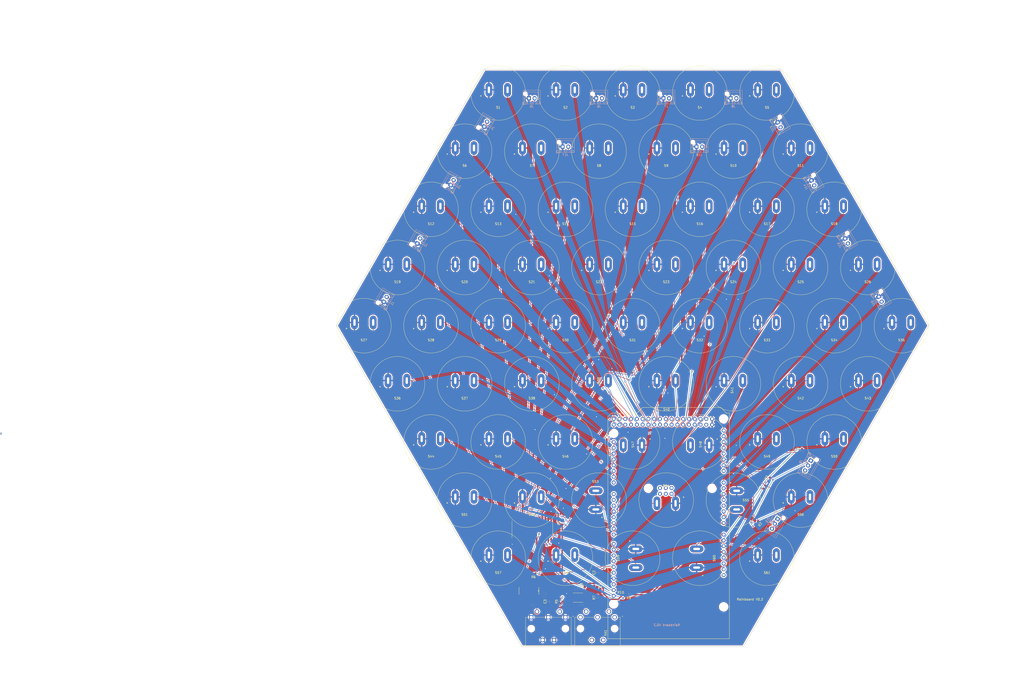
<source format=kicad_pcb>
(kicad_pcb (version 20171130) (host pcbnew "(5.1.5-0-10_14)")
  (layers (0 F.Cu signal) (31 B.Cu signal) (34 B.Paste user) (35 F.Paste user) (36 B.SilkS user) (37 F.SilkS user) (38 B.Mask user) (39 F.Mask user) (44 Edge.Cuts user))
  (net 0 "")
  (net 1 "Net-(XA1-PadVIN)")
  (net 2 "Net-(XA1-PadRST1)")
  (net 3 "Net-(XA1-PadIORF)")
  (net 4 button-01)
  (net 5 Earth)
  (net 6 button-02)
  (net 7 button-03)
  (net 8 button-04)
  (net 9 button-05)
  (net 10 button-06)
  (net 11 button-07)
  (net 12 button-08)
  (net 13 button-09)
  (net 14 button-10)
  (net 15 button-13)
  (net 16 button-12)
  (net 17 button-11)
  (net 18 button-22)
  (net 19 button-23)
  (net 20 button-24)
  (net 21 button-25)
  (net 22 button-26)
  (net 23 button-27)
  (net 24 button-28)
  (net 25 button-29)
  (net 26 button-30)
  (net 27 button-31)
  (net 28 button-32)
  (net 29 button-33)
  (net 30 button-34)
  (net 31 button-35)
  (net 32 button-36)
  (net 33 button-37)
  (net 34 button-38)
  (net 35 button-39)
  (net 36 button-40)
  (net 37 button-41)
  (net 38 button-42)
  (net 39 button-43)
  (net 40 button-44)
  (net 41 button-45)
  (net 42 button-46)
  (net 43 button-47)
  (net 44 button-48)
  (net 45 button-49)
  (net 46 button-50)
  (net 47 button-51)
  (net 48 button-52)
  (net 49 button-53)
  (net 50 button-17)
  (net 51 button-18)
  (net 52 button-14)
  (net 53 button-15)
  (net 54 button-16)
  (net 55 button-19)
  (net 56 button-20)
  (net 57 button-21)
  (net 58 button-54)
  (net 59 button-55)
  (net 60 button-56)
  (net 61 button-57)
  (net 62 button-58)
  (net 63 button-59)
  (net 64 button-60)
  (net 65 button-61)
  (net 66 "Net-(XA1-PadD0)")
  (net 67 "Net-(XA1-PadD1)")
  (net 68 "Net-(XA1-PadD53)")
  (net 69 5V)
  (net 70 softpot-1)
  (net 71 softpot-2)
  (net 72 "Net-(J3-Pad2)")
  (net 73 "Net-(J4-Pad2)")
  (net 74 "Net-(J5-Pad2)")
  (net 75 "Net-(J6-Pad2)")
  (net 76 "Net-(J7-Pad2)")
  (net 77 "Net-(J8-Pad2)")
  (net 78 "Net-(J1-Pad2)")
  (net 79 "Net-(J2-Pad2)")
  (net 80 "Net-(XA1-PadRST2)")
  (net 81 "Net-(XA1-PadGND4)")
  (net 82 "Net-(XA1-PadMOSI)")
  (net 83 "Net-(XA1-PadSCK)")
  (net 84 "Net-(XA1-Pad5V2)")
  (net 85 SCL)
  (net 86 SDA)
  (net 87 "Net-(XA1-PadMISO)")
  (net 88 3.3V)
  (net 89 "Net-(J12-Pad4)")
  (net 90 "Net-(R6-Pad2)")
  (net 91 "Net-(U2-Pad12)")
  (net 92 "Net-(U2-Pad10)")
  (net 93 "Net-(U2-Pad6)")
  (net 94 "Net-(U2-Pad2)")
  (net 95 MIDI-OUT)
  (net 96 "Net-(U1-Pad20)")
  (net 97 "Net-(U1-Pad19)")
  (net 98 "Net-(J11-Pad5)")
  (net 99 "Net-(J11-Pad4)")
  (net 100 "Net-(J11-Pad3)")
  (net 101 "Net-(J11-Pad2)")
  (net 102 "Net-(J11-Pad1)")
  (net 103 "Net-(J12-Pad5)")
  (net 104 "Net-(J13-Pad2)")
  (net 105 "Net-(R7-Pad2)")
  (net 106 MIDI-IN)
  (net 107 "Net-(J11-PadS1)")
  (net 108 AREF)
  (net 109 "Net-(XA1-PadD52)")
  (net 110 "Net-(XA1-PadD51)")
  (net 111 "Net-(XA1-PadD50)")
  (net 112 "Net-(J14-Pad2)")
  (net 113 "Net-(J15-Pad2)")
  (net 114 "Net-(J16-Pad2)")
  (net 115 BREF)
  (net 116 "Net-(J17-Pad2)")
  (net 117 "Net-(J18-Pad2)")
  (net 118 GNDA)
  (net 119 "Net-(R8-Pad1)")
  (module rainboard_newfighter:Sanwa-OBSF24-v2 (layer F.Cu) (at -73.7421 76.635)
    (fp_text reference S51 (at 0 6.35) (layer F.SilkS))
    (fp_text value SANWA-OBSF24)
    (pad 1 thru_hole oval (at -4.1 -1.4) (size 3 6) (drill oval 1 3) (layers *.Cu *.Mask) (net 5 Earth))
    (pad 2 thru_hole oval (at 4.1 -1.4) (size 3 6) (drill oval 1 3) (layers *.Cu *.Mask) (net 47 button-51))
  )
  (module Resistor_SMD:R_0603_1608Metric (layer F.Cu) (at -5.2 115.8 180)
    (fp_text reference R10 (at 0 -1.43) (layer F.SilkS))
    (fp_text value 4.7k)
    (pad 2 smd roundrect (at 0.7875 0 180) (size 0.875 0.95) (layers F.Cu F.Paste F.Mask) (net 86 SDA))
    (pad 1 smd roundrect (at -0.7875 0 180) (size 0.875 0.95) (layers F.Cu F.Paste F.Mask) (net 69 5V))
  )
  (module Resistor_SMD:R_0603_1608Metric (layer F.Cu) (at -1.7 118.2 180)
    (fp_text reference R9 (at 0 -1.43) (layer F.SilkS))
    (fp_text value 4.7k)
    (pad 2 smd roundrect (at 0.7875 0 180) (size 0.875 0.95) (layers F.Cu F.Paste F.Mask) (net 85 SCL))
    (pad 1 smd roundrect (at -0.7875 0 180) (size 0.875 0.95) (layers F.Cu F.Paste F.Mask) (net 69 5V))
  )
  (module rainboard_newfighter:Sanwa-OBSF24-v2 (layer F.Cu) (at -58.9937 102.18)
    (fp_text reference S57 (at 0 6.35) (layer F.SilkS))
    (fp_text value SANWA-OBSF24)
    (pad 1 thru_hole oval (at -4.1 -1.4) (size 3 6) (drill oval 1 3) (layers *.Cu *.Mask) (net 5 Earth))
    (pad 2 thru_hole oval (at 4.1 -1.4) (size 3 6) (drill oval 1 3) (layers *.Cu *.Mask) (net 61 button-57))
  )
  (module rainboard_newfighter:Sanwa-OBSF24-v2 (layer F.Cu) (at 29.4968 51.09 180)
    (fp_text reference S48 (at -0.3196 -1.099625 270) (layer F.SilkS))
    (fp_text value SANWA-OBSF24)
    (pad 1 thru_hole oval (at -4.1 -1.4 180) (size 3 6) (drill oval 1 3) (layers *.Cu *.Mask) (net 5 Earth))
    (pad 2 thru_hole oval (at 4.1 -1.4 180) (size 3 6) (drill oval 1 3) (layers *.Cu *.Mask) (net 44 button-48))
  )
  (module Connector_JST:JST_XH_B3B-XH-AM_1x03_P2.50mm_Vertical (layer B.Cu) (at 63.6524 84.8868 240)
    (fp_text reference J10 (at 2.5 3.55 60) (layer B.SilkS) (effects (justify mirror)))
    (fp_text value Conn_01x03)
    (pad "" np_thru_hole circle (at -1.6 -2 240) (size 1.2 1.2) (drill 1.2) (layers *.Cu *.Mask))
    (pad 3 thru_hole oval (at 5 0 240) (size 1.7 1.95) (drill 0.95) (layers *.Cu *.Mask) (net 115 BREF))
    (pad 2 thru_hole oval (at 2.5 0 240) (size 1.7 1.95) (drill 0.95) (layers *.Cu *.Mask) (net 71 softpot-2))
    (pad 1 thru_hole roundrect (at 0 0 240) (size 1.7 1.95) (drill 0.95) (layers *.Cu *.Mask) (roundrect_rratio 0.147059) (net 108 AREF))
  )
  (module Connector_JST:JST_XH_B3B-XH-AM_1x03_P2.50mm_Vertical (layer B.Cu) (at 78.2436 59.2816 240)
    (fp_text reference J9 (at 2.5 3.55 60) (layer B.SilkS) (effects (justify mirror)))
    (fp_text value Conn_01x03)
    (pad "" np_thru_hole circle (at -1.6 -2 240) (size 1.2 1.2) (drill 1.2) (layers *.Cu *.Mask))
    (pad 3 thru_hole oval (at 5 0 240) (size 1.7 1.95) (drill 0.95) (layers *.Cu *.Mask) (net 115 BREF))
    (pad 2 thru_hole oval (at 2.5 0 240) (size 1.7 1.95) (drill 0.95) (layers *.Cu *.Mask) (net 70 softpot-1))
    (pad 1 thru_hole roundrect (at 0 0 240) (size 1.7 1.95) (drill 0.95) (layers *.Cu *.Mask) (roundrect_rratio 0.147059) (net 108 AREF))
  )
  (module Connector_JST:JST_XH_B2B-XH-AM_1x02_P2.50mm_Vertical (layer B.Cu) (at 28.0416 -78.5876)
    (fp_text reference J18 (at 1.25 3.55) (layer B.SilkS) (effects (justify mirror)))
    (fp_text value Conn_01x02)
    (pad "" np_thru_hole circle (at -1.6 -2) (size 1.2 1.2) (drill 1.2) (layers *.Cu *.Mask))
    (pad 2 thru_hole oval (at 2.5 0) (size 1.7 2) (drill 1) (layers *.Cu *.Mask) (net 117 "Net-(J18-Pad2)"))
    (pad 1 thru_hole roundrect (at 0 0) (size 1.7 2) (drill 1) (layers *.Cu *.Mask) (roundrect_rratio 0.147059) (net 5 Earth))
  )
  (module Connector_JST:JST_XH_B2B-XH-AM_1x02_P2.50mm_Vertical (layer B.Cu) (at -30.734 -78.5876)
    (fp_text reference J17 (at 1.25 3.55) (layer B.SilkS) (effects (justify mirror)))
    (fp_text value Conn_01x02)
    (pad "" np_thru_hole circle (at -1.6 -2) (size 1.2 1.2) (drill 1.2) (layers *.Cu *.Mask))
    (pad 2 thru_hole oval (at 2.5 0) (size 1.7 2) (drill 1) (layers *.Cu *.Mask) (net 116 "Net-(J17-Pad2)"))
    (pad 1 thru_hole roundrect (at 0 0) (size 1.7 2) (drill 1) (layers *.Cu *.Mask) (roundrect_rratio 0.147059) (net 5 Earth))
  )
  (module Connector_JST:JST_XH_B2B-XH-AM_1x02_P2.50mm_Vertical (layer B.Cu) (at 108.052 -12.7 300)
    (fp_text reference J16 (at 1.25 3.55 120) (layer B.SilkS) (effects (justify mirror)))
    (fp_text value Conn_01x02)
    (pad "" np_thru_hole circle (at -1.6 -2 300) (size 1.2 1.2) (drill 1.2) (layers *.Cu *.Mask))
    (pad 2 thru_hole oval (at 2.5 0 300) (size 1.7 2) (drill 1) (layers *.Cu *.Mask) (net 114 "Net-(J16-Pad2)"))
    (pad 1 thru_hole roundrect (at 0 0 300) (size 1.7 2) (drill 1) (layers *.Cu *.Mask) (roundrect_rratio 0.147059) (net 5 Earth))
  )
  (module Connector_JST:JST_XH_B2B-XH-AM_1x02_P2.50mm_Vertical (layer B.Cu) (at 93.2688 -38.2355 300)
    (fp_text reference J15 (at 1.25 3.55 120) (layer B.SilkS) (effects (justify mirror)))
    (fp_text value Conn_01x02)
    (pad "" np_thru_hole circle (at -1.6 -2 300) (size 1.2 1.2) (drill 1.2) (layers *.Cu *.Mask))
    (pad 2 thru_hole oval (at 2.5 0 300) (size 1.7 2) (drill 1) (layers *.Cu *.Mask) (net 113 "Net-(J15-Pad2)"))
    (pad 1 thru_hole roundrect (at 0 0 300) (size 1.7 2) (drill 1) (layers *.Cu *.Mask) (roundrect_rratio 0.147059) (net 5 Earth))
  )
  (module Connector_JST:JST_XH_B2B-XH-AM_1x02_P2.50mm_Vertical (layer B.Cu) (at 78.486 -63.7709 300)
    (fp_text reference J14 (at 1.25 3.55 120) (layer B.SilkS) (effects (justify mirror)))
    (fp_text value Conn_01x02)
    (pad "" np_thru_hole circle (at -1.6 -2 300) (size 1.2 1.2) (drill 1.2) (layers *.Cu *.Mask))
    (pad 2 thru_hole oval (at 2.5 0 300) (size 1.7 2) (drill 1) (layers *.Cu *.Mask) (net 112 "Net-(J14-Pad2)"))
    (pad 1 thru_hole roundrect (at 0 0 300) (size 1.7 2) (drill 1) (layers *.Cu *.Mask) (roundrect_rratio 0.147059) (net 5 Earth))
  )
  (module Connector_JST:JST_XH_B2B-XH-AM_1x02_P2.50mm_Vertical (layer B.Cu) (at 63.7032 -89.3064 300)
    (fp_text reference J13 (at 1.25 3.55 120) (layer B.SilkS) (effects (justify mirror)))
    (fp_text value Conn_01x02)
    (pad "" np_thru_hole circle (at -1.6 -2 300) (size 1.2 1.2) (drill 1.2) (layers *.Cu *.Mask))
    (pad 2 thru_hole oval (at 2.5 0 300) (size 1.7 2) (drill 1) (layers *.Cu *.Mask) (net 104 "Net-(J13-Pad2)"))
    (pad 1 thru_hole roundrect (at 0 0 300) (size 1.7 2) (drill 1) (layers *.Cu *.Mask) (roundrect_rratio 0.147059) (net 5 Earth))
  )
  (module Connector_JST:JST_XH_B2B-XH-AM_1x02_P2.50mm_Vertical (layer B.Cu) (at 43.0276 -99.8728)
    (fp_text reference J8 (at 1.25 3.55) (layer B.SilkS) (effects (justify mirror)))
    (fp_text value Conn_01x02)
    (pad "" np_thru_hole circle (at -1.6 -2) (size 1.2 1.2) (drill 1.2) (layers *.Cu *.Mask))
    (pad 2 thru_hole oval (at 2.5 0) (size 1.7 2) (drill 1) (layers *.Cu *.Mask) (net 77 "Net-(J8-Pad2)"))
    (pad 1 thru_hole roundrect (at 0 0) (size 1.7 2) (drill 1) (layers *.Cu *.Mask) (roundrect_rratio 0.147059) (net 5 Earth))
  )
  (module Connector_JST:JST_XH_B2B-XH-AM_1x02_P2.50mm_Vertical (layer B.Cu) (at 13.5128 -99.8728)
    (fp_text reference J7 (at 1.25 3.55) (layer B.SilkS) (effects (justify mirror)))
    (fp_text value Conn_01x02)
    (pad "" np_thru_hole circle (at -1.6 -2) (size 1.2 1.2) (drill 1.2) (layers *.Cu *.Mask))
    (pad 2 thru_hole oval (at 2.5 0) (size 1.7 2) (drill 1) (layers *.Cu *.Mask) (net 76 "Net-(J7-Pad2)"))
    (pad 1 thru_hole roundrect (at 0 0) (size 1.7 2) (drill 1) (layers *.Cu *.Mask) (roundrect_rratio 0.147059) (net 5 Earth))
  )
  (module Connector_JST:JST_XH_B2B-XH-AM_1x02_P2.50mm_Vertical (layer B.Cu) (at -16.002 -99.8728)
    (fp_text reference J6 (at 1.25 3.55) (layer B.SilkS) (effects (justify mirror)))
    (fp_text value Conn_01x02)
    (pad "" np_thru_hole circle (at -1.6 -2) (size 1.2 1.2) (drill 1.2) (layers *.Cu *.Mask))
    (pad 2 thru_hole oval (at 2.5 0) (size 1.7 2) (drill 1) (layers *.Cu *.Mask) (net 75 "Net-(J6-Pad2)"))
    (pad 1 thru_hole roundrect (at 0 0) (size 1.7 2) (drill 1) (layers *.Cu *.Mask) (roundrect_rratio 0.147059) (net 5 Earth))
  )
  (module Connector_JST:JST_XH_B2B-XH-AM_1x02_P2.50mm_Vertical (layer B.Cu) (at -45.5168 -99.8728)
    (fp_text reference J5 (at 1.25 3.55) (layer B.SilkS) (effects (justify mirror)))
    (fp_text value Conn_01x02)
    (pad "" np_thru_hole circle (at -1.6 -2) (size 1.2 1.2) (drill 1.2) (layers *.Cu *.Mask))
    (pad 2 thru_hole oval (at 2.5 0) (size 1.7 2) (drill 1) (layers *.Cu *.Mask) (net 74 "Net-(J5-Pad2)"))
    (pad 1 thru_hole roundrect (at 0 0) (size 1.7 2) (drill 1) (layers *.Cu *.Mask) (roundrect_rratio 0.147059) (net 5 Earth))
  )
  (module Connector_JST:JST_XH_B2B-XH-AM_1x02_P2.50mm_Vertical (layer B.Cu) (at -65.1256 -87.4268 60)
    (fp_text reference J4 (at 1.25 3.55 60) (layer B.SilkS) (effects (justify mirror)))
    (fp_text value Conn_01x02)
    (pad "" np_thru_hole circle (at -1.6 -2 60) (size 1.2 1.2) (drill 1.2) (layers *.Cu *.Mask))
    (pad 2 thru_hole oval (at 2.5 0 60) (size 1.7 2) (drill 1) (layers *.Cu *.Mask) (net 73 "Net-(J4-Pad2)"))
    (pad 1 thru_hole roundrect (at 0 0 60) (size 1.7 2) (drill 1) (layers *.Cu *.Mask) (roundrect_rratio 0.147059) (net 5 Earth))
  )
  (module Connector_JST:JST_XH_B2B-XH-AM_1x02_P2.50mm_Vertical (layer B.Cu) (at -79.8237 -61.7728 60)
    (fp_text reference J3 (at 1.25 3.55 60) (layer B.SilkS) (effects (justify mirror)))
    (fp_text value Conn_01x02)
    (pad "" np_thru_hole circle (at -1.6 -2 60) (size 1.2 1.2) (drill 1.2) (layers *.Cu *.Mask))
    (pad 2 thru_hole oval (at 2.5 0 60) (size 1.7 2) (drill 1) (layers *.Cu *.Mask) (net 72 "Net-(J3-Pad2)"))
    (pad 1 thru_hole roundrect (at 0 0 60) (size 1.7 2) (drill 1) (layers *.Cu *.Mask) (roundrect_rratio 0.147059) (net 5 Earth))
  )
  (module Connector_JST:JST_XH_B2B-XH-AM_1x02_P2.50mm_Vertical (layer B.Cu) (at -94.5219 -36.1188 60)
    (fp_text reference J2 (at 1.25 3.55 60) (layer B.SilkS) (effects (justify mirror)))
    (fp_text value Conn_01x02)
    (pad "" np_thru_hole circle (at -1.6 -2 60) (size 1.2 1.2) (drill 1.2) (layers *.Cu *.Mask))
    (pad 2 thru_hole oval (at 2.5 0 60) (size 1.7 2) (drill 1) (layers *.Cu *.Mask) (net 79 "Net-(J2-Pad2)"))
    (pad 1 thru_hole roundrect (at 0 0 60) (size 1.7 2) (drill 1) (layers *.Cu *.Mask) (roundrect_rratio 0.147059) (net 5 Earth))
  )
  (module Connector_JST:JST_XH_B2B-XH-AM_1x02_P2.50mm_Vertical (layer B.Cu) (at -109.22 -10.4648 60)
    (fp_text reference J1 (at 1.25 3.55 60) (layer B.SilkS) (effects (justify mirror)))
    (fp_text value Conn_01x02)
    (pad "" np_thru_hole circle (at -1.6 -2 60) (size 1.2 1.2) (drill 1.2) (layers *.Cu *.Mask))
    (pad 2 thru_hole oval (at 2.5 0 60) (size 1.7 2) (drill 1) (layers *.Cu *.Mask) (net 78 "Net-(J1-Pad2)"))
    (pad 1 thru_hole roundrect (at 0 0 60) (size 1.7 2) (drill 1) (layers *.Cu *.Mask) (roundrect_rratio 0.147059) (net 5 Earth))
  )
  (module Resistor_SMD:R_0603_1608Metric (layer F.Cu) (at -21 114 90)
    (fp_text reference R8 (at 0 -1.43 90) (layer F.SilkS))
    (fp_text value 10k)
    (pad 2 smd roundrect (at 0.7875 0 90) (size 0.875 0.95) (layers F.Cu F.Paste F.Mask) (net 69 5V))
    (pad 1 smd roundrect (at -0.7875 0 90) (size 0.875 0.95) (layers F.Cu F.Paste F.Mask) (net 119 "Net-(R8-Pad1)"))
  )
  (module MIDI-DIN:CUI_SDS-50J (layer F.Cu) (at -37 128.1)
    (fp_text reference J12 (at -6.929875 -5.438805) (layer F.SilkS) (effects (font (size 1.000701 1.000701) (thickness 0.015))))
    (fp_text value SDS-50J)
    (pad None np_thru_hole circle (at 7.5 5) (size 2.4 2.4) (drill 2.4) (layers *.Cu *.Mask))
    (pad None np_thru_hole circle (at -7.5 5) (size 2.4 2.4) (drill 2.4) (layers *.Cu *.Mask))
    (pad S2 thru_hole circle (at 2.5 10) (size 1.95 1.95) (drill 1.3) (layers *.Cu *.Mask) (net 5 Earth))
    (pad S1 thru_hole circle (at -2.5 10) (size 1.95 1.95) (drill 1.3) (layers *.Cu *.Mask) (net 5 Earth))
    (pad 3 thru_hole circle (at -7.5 0) (size 1.95 1.95) (drill 1.3) (layers *.Cu *.Mask) (net 5 Earth))
    (pad 5 thru_hole circle (at -5 -2.5) (size 1.95 1.95) (drill 1.3) (layers *.Cu *.Mask) (net 103 "Net-(J12-Pad5)"))
    (pad 1 thru_hole circle (at 7.5 0) (size 1.95 1.95) (drill 1.3) (layers *.Cu *.Mask) (net 5 Earth))
    (pad 4 thru_hole circle (at 5 -2.5) (size 1.95 1.95) (drill 1.3) (layers *.Cu *.Mask) (net 89 "Net-(J12-Pad4)"))
    (pad 2 thru_hole circle (at 0 0) (size 1.95 1.95) (drill 1.3) (layers *.Cu *.Mask) (net 5 Earth))
  )
  (module MIDI-DIN:CUI_SDS-50J (layer F.Cu) (at -15.4 128.1)
    (fp_text reference J11 (at -6.929875 -5.438805) (layer F.SilkS) (effects (font (size 1.000701 1.000701) (thickness 0.015))))
    (fp_text value SDS-50J)
    (pad None np_thru_hole circle (at 7.5 5) (size 2.4 2.4) (drill 2.4) (layers *.Cu *.Mask))
    (pad None np_thru_hole circle (at -7.5 5) (size 2.4 2.4) (drill 2.4) (layers *.Cu *.Mask))
    (pad S2 thru_hole circle (at 2.5 10) (size 1.95 1.95) (drill 1.3) (layers *.Cu *.Mask) (net 107 "Net-(J11-PadS1)"))
    (pad S1 thru_hole circle (at -2.5 10) (size 1.95 1.95) (drill 1.3) (layers *.Cu *.Mask) (net 107 "Net-(J11-PadS1)"))
    (pad 3 thru_hole circle (at -7.5 0) (size 1.95 1.95) (drill 1.3) (layers *.Cu *.Mask) (net 100 "Net-(J11-Pad3)"))
    (pad 5 thru_hole circle (at -5 -2.5) (size 1.95 1.95) (drill 1.3) (layers *.Cu *.Mask) (net 98 "Net-(J11-Pad5)"))
    (pad 1 thru_hole circle (at 7.5 0) (size 1.95 1.95) (drill 1.3) (layers *.Cu *.Mask) (net 102 "Net-(J11-Pad1)"))
    (pad 4 thru_hole circle (at 5 -2.5) (size 1.95 1.95) (drill 1.3) (layers *.Cu *.Mask) (net 99 "Net-(J11-Pad4)"))
    (pad 2 thru_hole circle (at 0 0) (size 1.95 1.95) (drill 1.3) (layers *.Cu *.Mask) (net 101 "Net-(J11-Pad2)"))
  )
  (module opto_coupler:SOP254P700X200-4N (layer F.Cu) (at -24 119.5)
    (fp_text reference U3 (at -0.82154 -3.64071) (layer F.SilkS) (effects (font (size 1.002756 1.002756) (thickness 0.015))))
    (fp_text value "EL357N(A)(TA)-G" hide)
    (pad 4 smd rect (at 3.04 -1.27) (size 1.93 0.59) (layers F.Cu F.Paste F.Mask) (net 119 "Net-(R8-Pad1)"))
    (pad 3 smd rect (at 3.04 1.27) (size 1.93 0.59) (layers F.Cu F.Paste F.Mask) (net 5 Earth))
    (pad 2 smd rect (at -3.04 1.27) (size 1.93 0.59) (layers F.Cu F.Paste F.Mask) (net 98 "Net-(J11-Pad5)"))
    (pad 1 smd rect (at -3.04 -1.27) (size 1.93 0.59) (layers F.Cu F.Paste F.Mask) (net 105 "Net-(R7-Pad2)"))
  )
  (module Resistor_SMD:R_0603_1608Metric (layer F.Cu) (at -15.5 119.5 90)
    (fp_text reference R7 (at 0 -1.43 90) (layer F.SilkS))
    (fp_text value 220R)
    (pad 2 smd roundrect (at 0.7875 0 90) (size 0.875 0.95) (layers F.Cu F.Paste F.Mask) (net 105 "Net-(R7-Pad2)"))
    (pad 1 smd roundrect (at -0.7875 0 90) (size 0.875 0.95) (layers F.Cu F.Paste F.Mask) (net 99 "Net-(J11-Pad4)"))
  )
  (module io_expander:SOIC127P1030X265-28N (layer F.Cu) (at -44 89.5 90)
    (fp_text reference U1 (at -2.475 -9.762 90) (layer F.SilkS) (effects (font (thickness 0.015))))
    (fp_text value MCP23017-E_SO)
    (pad 28 smd rect (at 4.605 -8.255 90) (size 1.9 0.6) (layers F.Cu F.Paste F.Mask) (net 117 "Net-(J18-Pad2)"))
    (pad 27 smd rect (at 4.605 -6.985 90) (size 1.9 0.6) (layers F.Cu F.Paste F.Mask) (net 116 "Net-(J17-Pad2)"))
    (pad 26 smd rect (at 4.605 -5.715 90) (size 1.9 0.6) (layers F.Cu F.Paste F.Mask) (net 23 button-27))
    (pad 25 smd rect (at 4.605 -4.445 90) (size 1.9 0.6) (layers F.Cu F.Paste F.Mask) (net 31 button-35))
    (pad 24 smd rect (at 4.605 -3.175 90) (size 1.9 0.6) (layers F.Cu F.Paste F.Mask) (net 114 "Net-(J16-Pad2)"))
    (pad 23 smd rect (at 4.605 -1.905 90) (size 1.9 0.6) (layers F.Cu F.Paste F.Mask) (net 113 "Net-(J15-Pad2)"))
    (pad 22 smd rect (at 4.605 -0.635 90) (size 1.9 0.6) (layers F.Cu F.Paste F.Mask) (net 112 "Net-(J14-Pad2)"))
    (pad 21 smd rect (at 4.605 0.635 90) (size 1.9 0.6) (layers F.Cu F.Paste F.Mask) (net 104 "Net-(J13-Pad2)"))
    (pad 20 smd rect (at 4.605 1.905 90) (size 1.9 0.6) (layers F.Cu F.Paste F.Mask) (net 96 "Net-(U1-Pad20)"))
    (pad 19 smd rect (at 4.605 3.175 90) (size 1.9 0.6) (layers F.Cu F.Paste F.Mask) (net 97 "Net-(U1-Pad19)"))
    (pad 18 smd rect (at 4.605 4.445 90) (size 1.9 0.6) (layers F.Cu F.Paste F.Mask) (net 69 5V))
    (pad 17 smd rect (at 4.605 5.715 90) (size 1.9 0.6) (layers F.Cu F.Paste F.Mask) (net 5 Earth))
    (pad 16 smd rect (at 4.605 6.985 90) (size 1.9 0.6) (layers F.Cu F.Paste F.Mask) (net 5 Earth))
    (pad 15 smd rect (at 4.605 8.255 90) (size 1.9 0.6) (layers F.Cu F.Paste F.Mask) (net 5 Earth))
    (pad 14 smd rect (at -4.605 8.255 90) (size 1.9 0.6) (layers F.Cu F.Paste F.Mask))
    (pad 13 smd rect (at -4.605 6.985 90) (size 1.9 0.6) (layers F.Cu F.Paste F.Mask) (net 86 SDA))
    (pad 12 smd rect (at -4.605 5.715 90) (size 1.9 0.6) (layers F.Cu F.Paste F.Mask) (net 85 SCL))
    (pad 11 smd rect (at -4.605 4.445 90) (size 1.9 0.6) (layers F.Cu F.Paste F.Mask))
    (pad 10 smd rect (at -4.605 3.175 90) (size 1.9 0.6) (layers F.Cu F.Paste F.Mask) (net 5 Earth))
    (pad 9 smd rect (at -4.605 1.905 90) (size 1.9 0.6) (layers F.Cu F.Paste F.Mask) (net 69 5V))
    (pad 8 smd rect (at -4.605 0.635 90) (size 1.9 0.6) (layers F.Cu F.Paste F.Mask) (net 77 "Net-(J8-Pad2)"))
    (pad 7 smd rect (at -4.605 -0.635 90) (size 1.9 0.6) (layers F.Cu F.Paste F.Mask) (net 76 "Net-(J7-Pad2)"))
    (pad 6 smd rect (at -4.605 -1.905 90) (size 1.9 0.6) (layers F.Cu F.Paste F.Mask) (net 75 "Net-(J6-Pad2)"))
    (pad 5 smd rect (at -4.605 -3.175 90) (size 1.9 0.6) (layers F.Cu F.Paste F.Mask) (net 74 "Net-(J5-Pad2)"))
    (pad 4 smd rect (at -4.605 -4.445 90) (size 1.9 0.6) (layers F.Cu F.Paste F.Mask) (net 73 "Net-(J4-Pad2)"))
    (pad 3 smd rect (at -4.605 -5.715 90) (size 1.9 0.6) (layers F.Cu F.Paste F.Mask) (net 72 "Net-(J3-Pad2)"))
    (pad 2 smd rect (at -4.605 -6.985 90) (size 1.9 0.6) (layers F.Cu F.Paste F.Mask) (net 79 "Net-(J2-Pad2)"))
    (pad 1 smd rect (at -4.605 -8.255 90) (size 1.9 0.6) (layers F.Cu F.Paste F.Mask) (net 78 "Net-(J1-Pad2)"))
  )
  (module Capacitor_SMD:C_0603_1608Metric (layer F.Cu) (at -15.5 114 270)
    (fp_text reference C4 (at 0 -1.43 90) (layer F.SilkS))
    (fp_text value 100nf)
    (pad 2 smd roundrect (at 0.7875 0 270) (size 0.875 0.95) (layers F.Cu F.Paste F.Mask) (net 5 Earth))
    (pad 1 smd roundrect (at -0.7875 0 270) (size 0.875 0.95) (layers F.Cu F.Paste F.Mask) (net 69 5V))
  )
  (module schmitt_trigger:SOIC127P600X175-14N (layer F.Cu) (at -45.5 116.5 270)
    (fp_text reference U2 (at 1.75404 -6.7619 90) (layer F.SilkS) (effects (font (size 1.641339 1.641339) (thickness 0.015))))
    (fp_text value 74HC14D)
    (pad 14 smd rect (at 2.5908 -3.81 270) (size 1.7018 0.5334) (layers F.Cu F.Paste F.Mask) (net 69 5V))
    (pad 13 smd rect (at 2.5908 -2.54 270) (size 1.7018 0.5334) (layers F.Cu F.Paste F.Mask) (net 5 Earth))
    (pad 12 smd rect (at 2.5908 -1.27 270) (size 1.7018 0.5334) (layers F.Cu F.Paste F.Mask) (net 91 "Net-(U2-Pad12)"))
    (pad 11 smd rect (at 2.5908 0 270) (size 1.7018 0.5334) (layers F.Cu F.Paste F.Mask) (net 5 Earth))
    (pad 10 smd rect (at 2.5908 1.27 270) (size 1.7018 0.5334) (layers F.Cu F.Paste F.Mask) (net 92 "Net-(U2-Pad10)"))
    (pad 9 smd rect (at 2.5908 2.54 270) (size 1.7018 0.5334) (layers F.Cu F.Paste F.Mask) (net 93 "Net-(U2-Pad6)"))
    (pad 8 smd rect (at 2.5908 3.81 270) (size 1.7018 0.5334) (layers F.Cu F.Paste F.Mask) (net 106 MIDI-IN))
    (pad 7 smd rect (at -2.5908 3.81 270) (size 1.7018 0.5334) (layers F.Cu F.Paste F.Mask) (net 5 Earth))
    (pad 6 smd rect (at -2.5908 2.54 270) (size 1.7018 0.5334) (layers F.Cu F.Paste F.Mask) (net 93 "Net-(U2-Pad6)"))
    (pad 5 smd rect (at -2.5908 1.27 270) (size 1.7018 0.5334) (layers F.Cu F.Paste F.Mask) (net 119 "Net-(R8-Pad1)"))
    (pad 4 smd rect (at -2.5908 0 270) (size 1.7018 0.5334) (layers F.Cu F.Paste F.Mask) (net 90 "Net-(R6-Pad2)"))
    (pad 3 smd rect (at -2.5908 -1.27 270) (size 1.7018 0.5334) (layers F.Cu F.Paste F.Mask) (net 94 "Net-(U2-Pad2)"))
    (pad 2 smd rect (at -2.5908 -2.54 270) (size 1.7018 0.5334) (layers F.Cu F.Paste F.Mask) (net 94 "Net-(U2-Pad2)"))
    (pad 1 smd rect (at -2.5908 -3.81 270) (size 1.7018 0.5334) (layers F.Cu F.Paste F.Mask) (net 95 MIDI-OUT))
  )
  (module Capacitor_SMD:C_0603_1608Metric (layer F.Cu) (at -37 121.2 90)
    (fp_text reference C3 (at 0 -1.43 90) (layer F.SilkS))
    (fp_text value 100nf)
    (pad 2 smd roundrect (at 0.7875 0 90) (size 0.875 0.95) (layers F.Cu F.Paste F.Mask) (net 5 Earth))
    (pad 1 smd roundrect (at -0.7875 0 90) (size 0.875 0.95) (layers F.Cu F.Paste F.Mask) (net 69 5V))
  )
  (module Resistor_SMD:R_0603_1608Metric (layer F.Cu) (at -43.5 109 180)
    (fp_text reference R6 (at 0 -1.43) (layer F.SilkS))
    (fp_text value 220R)
    (pad 2 smd roundrect (at 0.7875 0 180) (size 0.875 0.95) (layers F.Cu F.Paste F.Mask) (net 90 "Net-(R6-Pad2)"))
    (pad 1 smd roundrect (at -0.7875 0 180) (size 0.875 0.95) (layers F.Cu F.Paste F.Mask) (net 103 "Net-(J12-Pad5)"))
  )
  (module Resistor_SMD:R_0603_1608Metric (layer F.Cu) (at -32 121.2 90)
    (fp_text reference R5 (at 0 -1.43 90) (layer F.SilkS))
    (fp_text value 220R)
    (pad 2 smd roundrect (at 0.7875 0 90) (size 0.875 0.95) (layers F.Cu F.Paste F.Mask) (net 89 "Net-(J12-Pad4)"))
    (pad 1 smd roundrect (at -0.7875 0 90) (size 0.875 0.95) (layers F.Cu F.Paste F.Mask) (net 69 5V))
  )
  (module Resistor_SMD:R_0603_1608Metric (layer F.Cu) (at 58 71 240)
    (fp_text reference R4 (at 0 -1.43 60) (layer F.SilkS))
    (fp_text value 4.7k)
    (pad 2 smd roundrect (at 0.7875 0 240) (size 0.875 0.95) (layers F.Cu F.Paste F.Mask) (net 118 GNDA))
    (pad 1 smd roundrect (at -0.7875 0 240) (size 0.875 0.95) (layers F.Cu F.Paste F.Mask) (net 115 BREF))
  )
  (module Resistor_SMD:R_0603_1608Metric (layer F.Cu) (at 60 67.5 60)
    (fp_text reference R3 (at 0 -1.43 60) (layer F.SilkS))
    (fp_text value 4.7k)
    (pad 2 smd roundrect (at 0.7875 0 60) (size 0.875 0.95) (layers F.Cu F.Paste F.Mask) (net 108 AREF))
    (pad 1 smd roundrect (at -0.7875 0 60) (size 0.875 0.95) (layers F.Cu F.Paste F.Mask) (net 88 3.3V))
  )
  (module Resistor_SMD:R_0603_1608Metric (layer F.Cu) (at 54.7624 86.614 240)
    (fp_text reference R2 (at 0 -1.43 60) (layer F.SilkS))
    (fp_text value 100k)
    (pad 2 smd roundrect (at 0.7875 0 240) (size 0.875 0.95) (layers F.Cu F.Paste F.Mask) (net 118 GNDA))
    (pad 1 smd roundrect (at -0.7875 0 240) (size 0.875 0.95) (layers F.Cu F.Paste F.Mask) (net 71 softpot-2))
  )
  (module Resistor_SMD:R_0603_1608Metric (layer F.Cu) (at 74 55 60)
    (fp_text reference R1 (at 0 -1.43 60) (layer F.SilkS))
    (fp_text value 100k)
    (pad 2 smd roundrect (at 0.7875 0 60) (size 0.875 0.95) (layers F.Cu F.Paste F.Mask) (net 118 GNDA))
    (pad 1 smd roundrect (at -0.7875 0 60) (size 0.875 0.95) (layers F.Cu F.Paste F.Mask) (net 70 softpot-1))
  )
  (module Capacitor_SMD:C_0603_1608Metric (layer F.Cu) (at -15.5 108.5 90)
    (fp_text reference C2 (at 0 -1.43 90) (layer F.SilkS))
    (fp_text value 100nf)
    (pad 2 smd roundrect (at 0.7875 0 90) (size 0.875 0.95) (layers F.Cu F.Paste F.Mask) (net 118 GNDA))
    (pad 1 smd roundrect (at -0.7875 0 90) (size 0.875 0.95) (layers F.Cu F.Paste F.Mask) (net 108 AREF))
  )
  (module Capacitor_SMD:C_0603_1608Metric (layer F.Cu) (at -30.9 86.7 90)
    (fp_text reference C1 (at 0 -1.43 90) (layer F.SilkS))
    (fp_text value 100nf)
    (pad 2 smd roundrect (at 0.7875 0 90) (size 0.875 0.95) (layers F.Cu F.Paste F.Mask) (net 5 Earth))
    (pad 1 smd roundrect (at -0.7875 0 90) (size 0.875 0.95) (layers F.Cu F.Paste F.Mask) (net 69 5V))
  )
  (module rainboard_newfighter:Sanwa-OBSF24-v2 (layer F.Cu) (at 29.4968 102.18 90)
    (fp_text reference S60 (at 0 6.35 90) (layer F.SilkS))
    (fp_text value SANWA-OBSF24)
    (pad 1 thru_hole oval (at -4.1 -1.4 90) (size 3 6) (drill oval 1 3) (layers *.Cu *.Mask) (net 5 Earth))
    (pad 2 thru_hole oval (at 4.1 -1.4 90) (size 3 6) (drill oval 1 3) (layers *.Cu *.Mask) (net 64 button-60))
  )
  (module rainboard_newfighter:Sanwa-OBSF24-v2 (layer F.Cu) (at 0 102.18 270)
    (fp_text reference S59 (at 0 6.35 90) (layer F.SilkS))
    (fp_text value SANWA-OBSF24)
    (pad 1 thru_hole oval (at -4.1 -1.4 270) (size 3 6) (drill oval 1 3) (layers *.Cu *.Mask) (net 5 Earth))
    (pad 2 thru_hole oval (at 4.1 -1.4 270) (size 3 6) (drill oval 1 3) (layers *.Cu *.Mask) (net 63 button-59))
  )
  (module rainboard_newfighter:Sanwa-OBSF24-v2 (layer F.Cu) (at -14.7484 76.635 90)
    (fp_text reference S53 (at 8.1566 -1.609188 180) (layer F.SilkS))
    (fp_text value SANWA-OBSF24)
    (pad 1 thru_hole oval (at -4.1 -1.4 90) (size 3 6) (drill oval 1 3) (layers *.Cu *.Mask) (net 5 Earth))
    (pad 2 thru_hole oval (at 4.1 -1.4 90) (size 3 6) (drill oval 1 3) (layers *.Cu *.Mask) (net 49 button-53))
  )
  (module rainboard_newfighter:Sanwa-OBSF24-v2 (layer F.Cu) (at 44.2452 76.635 270)
    (fp_text reference S55 (at 0.0222 -5.437163) (layer F.SilkS))
    (fp_text value SANWA-OBSF24)
    (pad 1 thru_hole oval (at -4.1 -1.4 270) (size 3 6) (drill oval 1 3) (layers *.Cu *.Mask) (net 5 Earth))
    (pad 2 thru_hole oval (at 4.1 -1.4 270) (size 3 6) (drill oval 1 3) (layers *.Cu *.Mask) (net 59 button-55))
  )
  (module rainboard_newfighter:Sanwa-OBSF24-v2 (layer F.Cu) (at 44.2452 25.545)
    (fp_text reference S41 (at -0.5514 2.843237 90) (layer F.SilkS))
    (fp_text value SANWA-OBSF24)
    (pad 1 thru_hole oval (at -4.1 -1.4) (size 3 6) (drill oval 1 3) (layers *.Cu *.Mask) (net 5 Earth))
    (pad 2 thru_hole oval (at 4.1 -1.4) (size 3 6) (drill oval 1 3) (layers *.Cu *.Mask) (net 37 button-41))
  )
  (module rainboard_newfighter:Sanwa-OBSF24-v2 (layer F.Cu) (at -14.7484 25.545)
    (fp_text reference S39 (at -0.2106 -1.456788 270) (layer F.SilkS))
    (fp_text value SANWA-OBSF24)
    (pad 1 thru_hole oval (at -4.1 -1.4) (size 3 6) (drill oval 1 3) (layers *.Cu *.Mask) (net 5 Earth))
    (pad 2 thru_hole oval (at 4.1 -1.4) (size 3 6) (drill oval 1 3) (layers *.Cu *.Mask) (net 35 button-39))
  )
  (module rainboard_newfighter:Sanwa-OBSF24-v2 (layer F.Cu) (at 0 51.09 180)
    (fp_text reference S47 (at -0.1376 -1.1176 90) (layer F.SilkS))
    (fp_text value SANWA-OBSF24)
    (pad 1 thru_hole oval (at -4.1 -1.4 180) (size 3 6) (drill oval 1 3) (layers *.Cu *.Mask) (net 5 Earth))
    (pad 2 thru_hole oval (at 4.1 -1.4 180) (size 3 6) (drill oval 1 3) (layers *.Cu *.Mask) (net 43 button-47))
  )
  (module rainboard_newfighter:Sanwa-OBSF24-v2 (layer F.Cu) (at 14.7484 25.545)
    (fp_text reference S40 (at 0.085188 11.2342) (layer F.SilkS))
    (fp_text value SANWA-OBSF24)
    (pad 1 thru_hole oval (at -4.1 -1.4) (size 3 6) (drill oval 1 3) (layers *.Cu *.Mask) (net 5 Earth))
    (pad 2 thru_hole oval (at 4.1 -1.4) (size 3 6) (drill oval 1 3) (layers *.Cu *.Mask) (net 36 button-40))
  )
  (module rainboard_newfighter:Sanwa-OBSF24-v2 (layer F.Cu) (at -58.9937 -102.18)
    (fp_text reference S1 (at 0 6.35) (layer F.SilkS))
    (fp_text value SANWA-OBSF24)
    (pad 1 thru_hole oval (at -4.1 -1.4) (size 3 6) (drill oval 1 3) (layers *.Cu *.Mask) (net 5 Earth))
    (pad 2 thru_hole oval (at 4.1 -1.4) (size 3 6) (drill oval 1 3) (layers *.Cu *.Mask) (net 4 button-01))
  )
  (module rainboard_newfighter:Sanwa-OBSF24-v2 (layer F.Cu) (at -29.4968 -102.18)
    (fp_text reference S2 (at 0 6.35) (layer F.SilkS))
    (fp_text value SANWA-OBSF24)
    (pad 1 thru_hole oval (at -4.1 -1.4) (size 3 6) (drill oval 1 3) (layers *.Cu *.Mask) (net 5 Earth))
    (pad 2 thru_hole oval (at 4.1 -1.4) (size 3 6) (drill oval 1 3) (layers *.Cu *.Mask) (net 6 button-02))
  )
  (module rainboard_newfighter:Sanwa-OBSF24-v2 (layer F.Cu) (at 0 -102.18)
    (fp_text reference S3 (at 0 6.35) (layer F.SilkS))
    (fp_text value SANWA-OBSF24)
    (pad 1 thru_hole oval (at -4.1 -1.4) (size 3 6) (drill oval 1 3) (layers *.Cu *.Mask) (net 5 Earth))
    (pad 2 thru_hole oval (at 4.1 -1.4) (size 3 6) (drill oval 1 3) (layers *.Cu *.Mask) (net 7 button-03))
  )
  (module rainboard_newfighter:Sanwa-OBSF24-v2 (layer F.Cu) (at 29.4968 -102.18)
    (fp_text reference S4 (at 0 6.35) (layer F.SilkS))
    (fp_text value SANWA-OBSF24)
    (pad 1 thru_hole oval (at -4.1 -1.4) (size 3 6) (drill oval 1 3) (layers *.Cu *.Mask) (net 5 Earth))
    (pad 2 thru_hole oval (at 4.1 -1.4) (size 3 6) (drill oval 1 3) (layers *.Cu *.Mask) (net 8 button-04))
  )
  (module rainboard_newfighter:Sanwa-OBSF24-v2 (layer F.Cu) (at 58.9937 -102.18)
    (fp_text reference S5 (at 0 6.35) (layer F.SilkS))
    (fp_text value SANWA-OBSF24)
    (pad 1 thru_hole oval (at -4.1 -1.4) (size 3 6) (drill oval 1 3) (layers *.Cu *.Mask) (net 5 Earth))
    (pad 2 thru_hole oval (at 4.1 -1.4) (size 3 6) (drill oval 1 3) (layers *.Cu *.Mask) (net 9 button-05))
  )
  (module rainboard_newfighter:Sanwa-OBSF24-v2 (layer F.Cu) (at -73.7421 -76.635)
    (fp_text reference S6 (at 0 6.35) (layer F.SilkS))
    (fp_text value SANWA-OBSF24)
    (pad 1 thru_hole oval (at -4.1 -1.4) (size 3 6) (drill oval 1 3) (layers *.Cu *.Mask) (net 5 Earth))
    (pad 2 thru_hole oval (at 4.1 -1.4) (size 3 6) (drill oval 1 3) (layers *.Cu *.Mask) (net 10 button-06))
  )
  (module rainboard_newfighter:Sanwa-OBSF24-v2 (layer F.Cu) (at -44.2452 -76.635)
    (fp_text reference S7 (at 0 6.35) (layer F.SilkS))
    (fp_text value SANWA-OBSF24)
    (pad 1 thru_hole oval (at -4.1 -1.4) (size 3 6) (drill oval 1 3) (layers *.Cu *.Mask) (net 5 Earth))
    (pad 2 thru_hole oval (at 4.1 -1.4) (size 3 6) (drill oval 1 3) (layers *.Cu *.Mask) (net 11 button-07))
  )
  (module rainboard_newfighter:Sanwa-OBSF24-v2 (layer F.Cu) (at -14.7484 -76.635)
    (fp_text reference S8 (at 0 6.35) (layer F.SilkS))
    (fp_text value SANWA-OBSF24)
    (pad 1 thru_hole oval (at -4.1 -1.4) (size 3 6) (drill oval 1 3) (layers *.Cu *.Mask) (net 5 Earth))
    (pad 2 thru_hole oval (at 4.1 -1.4) (size 3 6) (drill oval 1 3) (layers *.Cu *.Mask) (net 12 button-08))
  )
  (module rainboard_newfighter:Sanwa-OBSF24-v2 (layer F.Cu) (at 14.7484 -76.635)
    (fp_text reference S9 (at 0 6.35) (layer F.SilkS))
    (fp_text value SANWA-OBSF24)
    (pad 1 thru_hole oval (at -4.1 -1.4) (size 3 6) (drill oval 1 3) (layers *.Cu *.Mask) (net 5 Earth))
    (pad 2 thru_hole oval (at 4.1 -1.4) (size 3 6) (drill oval 1 3) (layers *.Cu *.Mask) (net 13 button-09))
  )
  (module rainboard_newfighter:Sanwa-OBSF24-v2 (layer F.Cu) (at 44.2452 -76.635)
    (fp_text reference S10 (at 0 6.35) (layer F.SilkS))
    (fp_text value SANWA-OBSF24)
    (pad 1 thru_hole oval (at -4.1 -1.4) (size 3 6) (drill oval 1 3) (layers *.Cu *.Mask) (net 5 Earth))
    (pad 2 thru_hole oval (at 4.1 -1.4) (size 3 6) (drill oval 1 3) (layers *.Cu *.Mask) (net 14 button-10))
  )
  (module rainboard_newfighter:Sanwa-OBSF24-v2 (layer F.Cu) (at 73.7421 -76.635)
    (fp_text reference S11 (at 0 6.35) (layer F.SilkS))
    (fp_text value SANWA-OBSF24)
    (pad 1 thru_hole oval (at -4.1 -1.4) (size 3 6) (drill oval 1 3) (layers *.Cu *.Mask) (net 5 Earth))
    (pad 2 thru_hole oval (at 4.1 -1.4) (size 3 6) (drill oval 1 3) (layers *.Cu *.Mask) (net 17 button-11))
  )
  (module rainboard_newfighter:Sanwa-OBSF24-v2 (layer F.Cu) (at -88.4905 -51.09)
    (fp_text reference S12 (at 0 6.35) (layer F.SilkS))
    (fp_text value SANWA-OBSF24)
    (pad 1 thru_hole oval (at -4.1 -1.4) (size 3 6) (drill oval 1 3) (layers *.Cu *.Mask) (net 5 Earth))
    (pad 2 thru_hole oval (at 4.1 -1.4) (size 3 6) (drill oval 1 3) (layers *.Cu *.Mask) (net 16 button-12))
  )
  (module rainboard_newfighter:Sanwa-OBSF24-v2 (layer F.Cu) (at -58.9937 -51.09)
    (fp_text reference S13 (at 0 6.35) (layer F.SilkS))
    (fp_text value SANWA-OBSF24)
    (pad 1 thru_hole oval (at -4.1 -1.4) (size 3 6) (drill oval 1 3) (layers *.Cu *.Mask) (net 5 Earth))
    (pad 2 thru_hole oval (at 4.1 -1.4) (size 3 6) (drill oval 1 3) (layers *.Cu *.Mask) (net 15 button-13))
  )
  (module rainboard_newfighter:Sanwa-OBSF24-v2 (layer F.Cu) (at -29.4968 -51.09)
    (fp_text reference S14 (at 0 6.35) (layer F.SilkS))
    (fp_text value SANWA-OBSF24)
    (pad 1 thru_hole oval (at -4.1 -1.4) (size 3 6) (drill oval 1 3) (layers *.Cu *.Mask) (net 5 Earth))
    (pad 2 thru_hole oval (at 4.1 -1.4) (size 3 6) (drill oval 1 3) (layers *.Cu *.Mask) (net 52 button-14))
  )
  (module rainboard_newfighter:Sanwa-OBSF24-v2 (layer F.Cu) (at 0 -51.09)
    (fp_text reference S15 (at 0 6.35) (layer F.SilkS))
    (fp_text value SANWA-OBSF24)
    (pad 1 thru_hole oval (at -4.1 -1.4) (size 3 6) (drill oval 1 3) (layers *.Cu *.Mask) (net 5 Earth))
    (pad 2 thru_hole oval (at 4.1 -1.4) (size 3 6) (drill oval 1 3) (layers *.Cu *.Mask) (net 53 button-15))
  )
  (module rainboard_newfighter:Sanwa-OBSF24-v2 (layer F.Cu) (at 29.4968 -51.09)
    (fp_text reference S16 (at 0 6.35) (layer F.SilkS))
    (fp_text value SANWA-OBSF24)
    (pad 1 thru_hole oval (at -4.1 -1.4) (size 3 6) (drill oval 1 3) (layers *.Cu *.Mask) (net 5 Earth))
    (pad 2 thru_hole oval (at 4.1 -1.4) (size 3 6) (drill oval 1 3) (layers *.Cu *.Mask) (net 54 button-16))
  )
  (module rainboard_newfighter:Sanwa-OBSF24-v2 (layer F.Cu) (at 58.9937 -51.09)
    (fp_text reference S17 (at 0 6.35) (layer F.SilkS))
    (fp_text value SANWA-OBSF24)
    (pad 1 thru_hole oval (at -4.1 -1.4) (size 3 6) (drill oval 1 3) (layers *.Cu *.Mask) (net 5 Earth))
    (pad 2 thru_hole oval (at 4.1 -1.4) (size 3 6) (drill oval 1 3) (layers *.Cu *.Mask) (net 50 button-17))
  )
  (module rainboard_newfighter:Sanwa-OBSF24-v2 (layer F.Cu) (at 88.4905 -51.09)
    (fp_text reference S18 (at 0 6.35) (layer F.SilkS))
    (fp_text value SANWA-OBSF24)
    (pad 1 thru_hole oval (at -4.1 -1.4) (size 3 6) (drill oval 1 3) (layers *.Cu *.Mask) (net 5 Earth))
    (pad 2 thru_hole oval (at 4.1 -1.4) (size 3 6) (drill oval 1 3) (layers *.Cu *.Mask) (net 51 button-18))
  )
  (module rainboard_newfighter:Sanwa-OBSF24-v2 (layer F.Cu) (at -103.239 -25.545)
    (fp_text reference S19 (at 0 6.35) (layer F.SilkS))
    (fp_text value SANWA-OBSF24)
    (pad 1 thru_hole oval (at -4.1 -1.4) (size 3 6) (drill oval 1 3) (layers *.Cu *.Mask) (net 5 Earth))
    (pad 2 thru_hole oval (at 4.1 -1.4) (size 3 6) (drill oval 1 3) (layers *.Cu *.Mask) (net 55 button-19))
  )
  (module rainboard_newfighter:Sanwa-OBSF24-v2 (layer F.Cu) (at -73.7421 -25.545)
    (fp_text reference S20 (at 0 6.35) (layer F.SilkS))
    (fp_text value SANWA-OBSF24)
    (pad 1 thru_hole oval (at -4.1 -1.4) (size 3 6) (drill oval 1 3) (layers *.Cu *.Mask) (net 5 Earth))
    (pad 2 thru_hole oval (at 4.1 -1.4) (size 3 6) (drill oval 1 3) (layers *.Cu *.Mask) (net 56 button-20))
  )
  (module rainboard_newfighter:Sanwa-OBSF24-v2 (layer F.Cu) (at -44.2452 -25.545)
    (fp_text reference S21 (at 0 6.35) (layer F.SilkS))
    (fp_text value SANWA-OBSF24)
    (pad 1 thru_hole oval (at -4.1 -1.4) (size 3 6) (drill oval 1 3) (layers *.Cu *.Mask) (net 5 Earth))
    (pad 2 thru_hole oval (at 4.1 -1.4) (size 3 6) (drill oval 1 3) (layers *.Cu *.Mask) (net 57 button-21))
  )
  (module rainboard_newfighter:Sanwa-OBSF24-v2 (layer F.Cu) (at -14.7484 -25.545)
    (fp_text reference S22 (at 0 6.35) (layer F.SilkS))
    (fp_text value SANWA-OBSF24)
    (pad 1 thru_hole oval (at -4.1 -1.4) (size 3 6) (drill oval 1 3) (layers *.Cu *.Mask) (net 5 Earth))
    (pad 2 thru_hole oval (at 4.1 -1.4) (size 3 6) (drill oval 1 3) (layers *.Cu *.Mask) (net 18 button-22))
  )
  (module rainboard_newfighter:Sanwa-OBSF24-v2 (layer F.Cu) (at 14.7484 -25.545)
    (fp_text reference S23 (at 0 6.35) (layer F.SilkS))
    (fp_text value SANWA-OBSF24)
    (pad 1 thru_hole oval (at -4.1 -1.4) (size 3 6) (drill oval 1 3) (layers *.Cu *.Mask) (net 5 Earth))
    (pad 2 thru_hole oval (at 4.1 -1.4) (size 3 6) (drill oval 1 3) (layers *.Cu *.Mask) (net 19 button-23))
  )
  (module rainboard_newfighter:Sanwa-OBSF24-v2 (layer F.Cu) (at 44.2452 -25.545)
    (fp_text reference S24 (at 0 6.35) (layer F.SilkS))
    (fp_text value SANWA-OBSF24)
    (pad 1 thru_hole oval (at -4.1 -1.4) (size 3 6) (drill oval 1 3) (layers *.Cu *.Mask) (net 5 Earth))
    (pad 2 thru_hole oval (at 4.1 -1.4) (size 3 6) (drill oval 1 3) (layers *.Cu *.Mask) (net 20 button-24))
  )
  (module rainboard_newfighter:Sanwa-OBSF24-v2 (layer F.Cu) (at 73.7421 -25.545)
    (fp_text reference S25 (at 0 6.35) (layer F.SilkS))
    (fp_text value SANWA-OBSF24)
    (pad 1 thru_hole oval (at -4.1 -1.4) (size 3 6) (drill oval 1 3) (layers *.Cu *.Mask) (net 5 Earth))
    (pad 2 thru_hole oval (at 4.1 -1.4) (size 3 6) (drill oval 1 3) (layers *.Cu *.Mask) (net 21 button-25))
  )
  (module rainboard_newfighter:Sanwa-OBSF24-v2 (layer F.Cu) (at 103.239 -25.545)
    (fp_text reference S26 (at 0 6.35) (layer F.SilkS))
    (fp_text value SANWA-OBSF24)
    (pad 1 thru_hole oval (at -4.1 -1.4) (size 3 6) (drill oval 1 3) (layers *.Cu *.Mask) (net 5 Earth))
    (pad 2 thru_hole oval (at 4.1 -1.4) (size 3 6) (drill oval 1 3) (layers *.Cu *.Mask) (net 22 button-26))
  )
  (module rainboard_newfighter:Sanwa-OBSF24-v2 (layer F.Cu) (at -117.987 0)
    (fp_text reference S27 (at 0 6.35) (layer F.SilkS))
    (fp_text value SANWA-OBSF24)
    (pad 1 thru_hole oval (at -4.1 -1.4) (size 3 6) (drill oval 1 3) (layers *.Cu *.Mask) (net 5 Earth))
    (pad 2 thru_hole oval (at 4.1 -1.4) (size 3 6) (drill oval 1 3) (layers *.Cu *.Mask) (net 23 button-27))
  )
  (module rainboard_newfighter:Sanwa-OBSF24-v2 (layer F.Cu) (at -88.4905 0)
    (fp_text reference S28 (at 0 6.35) (layer F.SilkS))
    (fp_text value SANWA-OBSF24)
    (pad 1 thru_hole oval (at -4.1 -1.4) (size 3 6) (drill oval 1 3) (layers *.Cu *.Mask) (net 5 Earth))
    (pad 2 thru_hole oval (at 4.1 -1.4) (size 3 6) (drill oval 1 3) (layers *.Cu *.Mask) (net 24 button-28))
  )
  (module rainboard_newfighter:Sanwa-OBSF24-v2 (layer F.Cu) (at -58.9937 0)
    (fp_text reference S29 (at 0 6.35) (layer F.SilkS))
    (fp_text value SANWA-OBSF24)
    (pad 1 thru_hole oval (at -4.1 -1.4) (size 3 6) (drill oval 1 3) (layers *.Cu *.Mask) (net 5 Earth))
    (pad 2 thru_hole oval (at 4.1 -1.4) (size 3 6) (drill oval 1 3) (layers *.Cu *.Mask) (net 25 button-29))
  )
  (module rainboard_newfighter:Sanwa-OBSF24-v2 (layer F.Cu) (at -29.4968 0)
    (fp_text reference S30 (at 0 6.35) (layer F.SilkS))
    (fp_text value SANWA-OBSF24)
    (pad 1 thru_hole oval (at -4.1 -1.4) (size 3 6) (drill oval 1 3) (layers *.Cu *.Mask) (net 5 Earth))
    (pad 2 thru_hole oval (at 4.1 -1.4) (size 3 6) (drill oval 1 3) (layers *.Cu *.Mask) (net 26 button-30))
  )
  (module rainboard_newfighter:Sanwa-OBSF24-v2 (layer F.Cu) (at 0 0)
    (fp_text reference S31 (at 0 6.35) (layer F.SilkS))
    (fp_text value SANWA-OBSF24)
    (pad 1 thru_hole oval (at -4.1 -1.4) (size 3 6) (drill oval 1 3) (layers *.Cu *.Mask) (net 5 Earth))
    (pad 2 thru_hole oval (at 4.1 -1.4) (size 3 6) (drill oval 1 3) (layers *.Cu *.Mask) (net 27 button-31))
  )
  (module rainboard_newfighter:Sanwa-OBSF24-v2 (layer F.Cu) (at 29.4968 0)
    (fp_text reference S32 (at 0 6.35) (layer F.SilkS))
    (fp_text value SANWA-OBSF24)
    (pad 1 thru_hole oval (at -4.1 -1.4) (size 3 6) (drill oval 1 3) (layers *.Cu *.Mask) (net 5 Earth))
    (pad 2 thru_hole oval (at 4.1 -1.4) (size 3 6) (drill oval 1 3) (layers *.Cu *.Mask) (net 28 button-32))
  )
  (module rainboard_newfighter:Sanwa-OBSF24-v2 (layer F.Cu) (at 58.9937 0)
    (fp_text reference S33 (at 0 6.35) (layer F.SilkS))
    (fp_text value SANWA-OBSF24)
    (pad 1 thru_hole oval (at -4.1 -1.4) (size 3 6) (drill oval 1 3) (layers *.Cu *.Mask) (net 5 Earth))
    (pad 2 thru_hole oval (at 4.1 -1.4) (size 3 6) (drill oval 1 3) (layers *.Cu *.Mask) (net 29 button-33))
  )
  (module rainboard_newfighter:Sanwa-OBSF24-v2 (layer F.Cu) (at 88.4905 0)
    (fp_text reference S34 (at 0 6.35) (layer F.SilkS))
    (fp_text value SANWA-OBSF24)
    (pad 1 thru_hole oval (at -4.1 -1.4) (size 3 6) (drill oval 1 3) (layers *.Cu *.Mask) (net 5 Earth))
    (pad 2 thru_hole oval (at 4.1 -1.4) (size 3 6) (drill oval 1 3) (layers *.Cu *.Mask) (net 30 button-34))
  )
  (module rainboard_newfighter:Sanwa-OBSF24-v2 (layer F.Cu) (at 117.987 0)
    (fp_text reference S35 (at 0 6.35) (layer F.SilkS))
    (fp_text value SANWA-OBSF24)
    (pad 1 thru_hole oval (at -4.1 -1.4) (size 3 6) (drill oval 1 3) (layers *.Cu *.Mask) (net 5 Earth))
    (pad 2 thru_hole oval (at 4.1 -1.4) (size 3 6) (drill oval 1 3) (layers *.Cu *.Mask) (net 31 button-35))
  )
  (module rainboard_newfighter:Sanwa-OBSF24-v2 (layer F.Cu) (at -103.239 25.545)
    (fp_text reference S36 (at 0 6.35) (layer F.SilkS))
    (fp_text value SANWA-OBSF24)
    (pad 1 thru_hole oval (at -4.1 -1.4) (size 3 6) (drill oval 1 3) (layers *.Cu *.Mask) (net 5 Earth))
    (pad 2 thru_hole oval (at 4.1 -1.4) (size 3 6) (drill oval 1 3) (layers *.Cu *.Mask) (net 32 button-36))
  )
  (module rainboard_newfighter:Sanwa-OBSF24-v2 (layer F.Cu) (at -73.7421 25.545)
    (fp_text reference S37 (at 0 6.35) (layer F.SilkS))
    (fp_text value SANWA-OBSF24)
    (pad 1 thru_hole oval (at -4.1 -1.4) (size 3 6) (drill oval 1 3) (layers *.Cu *.Mask) (net 5 Earth))
    (pad 2 thru_hole oval (at 4.1 -1.4) (size 3 6) (drill oval 1 3) (layers *.Cu *.Mask) (net 33 button-37))
  )
  (module rainboard_newfighter:Sanwa-OBSF24-v2 (layer F.Cu) (at -44.2452 25.545)
    (fp_text reference S38 (at 0 6.35) (layer F.SilkS))
    (fp_text value SANWA-OBSF24)
    (pad 1 thru_hole oval (at -4.1 -1.4) (size 3 6) (drill oval 1 3) (layers *.Cu *.Mask) (net 5 Earth))
    (pad 2 thru_hole oval (at 4.1 -1.4) (size 3 6) (drill oval 1 3) (layers *.Cu *.Mask) (net 34 button-38))
  )
  (module rainboard_newfighter:Sanwa-OBSF24-v2 (layer F.Cu) (at 73.7421 25.545)
    (fp_text reference S42 (at 0 6.35) (layer F.SilkS))
    (fp_text value SANWA-OBSF24)
    (pad 1 thru_hole oval (at -4.1 -1.4) (size 3 6) (drill oval 1 3) (layers *.Cu *.Mask) (net 5 Earth))
    (pad 2 thru_hole oval (at 4.1 -1.4) (size 3 6) (drill oval 1 3) (layers *.Cu *.Mask) (net 38 button-42))
  )
  (module rainboard_newfighter:Sanwa-OBSF24-v2 (layer F.Cu) (at 103.239 25.545)
    (fp_text reference S43 (at 0 6.35) (layer F.SilkS))
    (fp_text value SANWA-OBSF24)
    (pad 1 thru_hole oval (at -4.1 -1.4) (size 3 6) (drill oval 1 3) (layers *.Cu *.Mask) (net 5 Earth))
    (pad 2 thru_hole oval (at 4.1 -1.4) (size 3 6) (drill oval 1 3) (layers *.Cu *.Mask) (net 39 button-43))
  )
  (module rainboard_newfighter:Sanwa-OBSF24-v2 (layer F.Cu) (at -88.4905 51.09)
    (fp_text reference S44 (at 0 6.35) (layer F.SilkS))
    (fp_text value SANWA-OBSF24)
    (pad 1 thru_hole oval (at -4.1 -1.4) (size 3 6) (drill oval 1 3) (layers *.Cu *.Mask) (net 5 Earth))
    (pad 2 thru_hole oval (at 4.1 -1.4) (size 3 6) (drill oval 1 3) (layers *.Cu *.Mask) (net 40 button-44))
  )
  (module rainboard_newfighter:Sanwa-OBSF24-v2 (layer F.Cu) (at -58.9937 51.09)
    (fp_text reference S45 (at 0 6.35) (layer F.SilkS))
    (fp_text value SANWA-OBSF24)
    (pad 1 thru_hole oval (at -4.1 -1.4) (size 3 6) (drill oval 1 3) (layers *.Cu *.Mask) (net 5 Earth))
    (pad 2 thru_hole oval (at 4.1 -1.4) (size 3 6) (drill oval 1 3) (layers *.Cu *.Mask) (net 41 button-45))
  )
  (module rainboard_newfighter:Sanwa-OBSF24-v2 (layer F.Cu) (at -29.4968 51.09)
    (fp_text reference S46 (at 0 6.35) (layer F.SilkS))
    (fp_text value SANWA-OBSF24)
    (pad 1 thru_hole oval (at -4.1 -1.4) (size 3 6) (drill oval 1 3) (layers *.Cu *.Mask) (net 5 Earth))
    (pad 2 thru_hole oval (at 4.1 -1.4) (size 3 6) (drill oval 1 3) (layers *.Cu *.Mask) (net 42 button-46))
  )
  (module rainboard_newfighter:Sanwa-OBSF24-v2 (layer F.Cu) (at 58.9937 51.09)
    (fp_text reference S49 (at 0 6.35) (layer F.SilkS))
    (fp_text value SANWA-OBSF24)
    (pad 1 thru_hole oval (at -4.1 -1.4) (size 3 6) (drill oval 1 3) (layers *.Cu *.Mask) (net 5 Earth))
    (pad 2 thru_hole oval (at 4.1 -1.4) (size 3 6) (drill oval 1 3) (layers *.Cu *.Mask) (net 45 button-49))
  )
  (module rainboard_newfighter:Sanwa-OBSF24-v2 (layer F.Cu) (at 88.4905 51.09)
    (fp_text reference S50 (at 0 6.35) (layer F.SilkS))
    (fp_text value SANWA-OBSF24)
    (pad 1 thru_hole oval (at -4.1 -1.4) (size 3 6) (drill oval 1 3) (layers *.Cu *.Mask) (net 5 Earth))
    (pad 2 thru_hole oval (at 4.1 -1.4) (size 3 6) (drill oval 1 3) (layers *.Cu *.Mask) (net 46 button-50))
  )
  (module rainboard_newfighter:Sanwa-OBSF24-v2 (layer F.Cu) (at -44.2452 76.635)
    (fp_text reference S52 (at 0 6.35) (layer F.SilkS))
    (fp_text value SANWA-OBSF24)
    (pad 1 thru_hole oval (at -4.1 -1.4) (size 3 6) (drill oval 1 3) (layers *.Cu *.Mask) (net 5 Earth))
    (pad 2 thru_hole oval (at 4.1 -1.4) (size 3 6) (drill oval 1 3) (layers *.Cu *.Mask) (net 48 button-52))
  )
  (module rainboard_newfighter:Sanwa-OBSF24-v2 (layer F.Cu) (at 14.7484 76.635 180)
    (fp_text reference S54 (at 0 6.35) (layer F.SilkS))
    (fp_text value SANWA-OBSF24)
    (pad 1 thru_hole oval (at -4.1 -1.4 180) (size 3 6) (drill oval 1 3) (layers *.Cu *.Mask) (net 5 Earth))
    (pad 2 thru_hole oval (at 4.1 -1.4 180) (size 3 6) (drill oval 1 3) (layers *.Cu *.Mask) (net 58 button-54))
  )
  (module rainboard_newfighter:Sanwa-OBSF24-v2 (layer F.Cu) (at 73.7421 76.635)
    (fp_text reference S56 (at 0 6.35) (layer F.SilkS))
    (fp_text value SANWA-OBSF24)
    (pad 1 thru_hole oval (at -4.1 -1.4) (size 3 6) (drill oval 1 3) (layers *.Cu *.Mask) (net 5 Earth))
    (pad 2 thru_hole oval (at 4.1 -1.4) (size 3 6) (drill oval 1 3) (layers *.Cu *.Mask) (net 60 button-56))
  )
  (module rainboard_newfighter:Sanwa-OBSF24-v2 (layer F.Cu) (at -29.4968 102.18)
    (fp_text reference S58 (at 0 6.35) (layer F.SilkS))
    (fp_text value SANWA-OBSF24)
    (pad 1 thru_hole oval (at -4.1 -1.4) (size 3 6) (drill oval 1 3) (layers *.Cu *.Mask) (net 5 Earth))
    (pad 2 thru_hole oval (at 4.1 -1.4) (size 3 6) (drill oval 1 3) (layers *.Cu *.Mask) (net 62 button-58))
  )
  (module rainboard_newfighter:Sanwa-OBSF24-v2 (layer F.Cu) (at 58.9937 102.18)
    (fp_text reference S61 (at 0 6.35) (layer F.SilkS))
    (fp_text value SANWA-OBSF24)
    (pad 1 thru_hole oval (at -4.1 -1.4) (size 3 6) (drill oval 1 3) (layers *.Cu *.Mask) (net 5 Earth))
    (pad 2 thru_hole oval (at 4.1 -1.4) (size 3 6) (drill oval 1 3) (layers *.Cu *.Mask) (net 65 button-61))
  )
  (module arduno_mega:Arduino_Mega2560_Shield (layer F.Cu) (at 42.5 137.5 90)
    (fp_text reference XA1 (at 2.54 -54.356 90) (layer F.SilkS))
    (fp_text value Arduino_Mega2560_Shield)
    (fp_text user . (at 62.484 -32.004 90) (layer F.SilkS))
    (pad MISO thru_hole oval (at 63.627 -30.48 90) (size 1.7272 1.7272) (drill 1.016) (layers *.Cu *.Mask) (net 87 "Net-(XA1-PadMISO)"))
    (pad GND6 thru_hole oval (at 96.52 -7.62 90) (size 1.7272 1.7272) (drill 1.016) (layers *.Cu *.Mask) (net 5 Earth))
    (pad GND5 thru_hole oval (at 93.98 -7.62 90) (size 1.7272 1.7272) (drill 1.016) (layers *.Cu *.Mask) (net 5 Earth))
    (pad D53 thru_hole oval (at 96.52 -10.16 90) (size 1.7272 1.7272) (drill 1.016) (layers *.Cu *.Mask) (net 68 "Net-(XA1-PadD53)"))
    (pad D52 thru_hole oval (at 93.98 -10.16 90) (size 1.7272 1.7272) (drill 1.016) (layers *.Cu *.Mask) (net 109 "Net-(XA1-PadD52)"))
    (pad D51 thru_hole oval (at 96.52 -12.7 90) (size 1.7272 1.7272) (drill 1.016) (layers *.Cu *.Mask) (net 110 "Net-(XA1-PadD51)"))
    (pad D50 thru_hole oval (at 93.98 -12.7 90) (size 1.7272 1.7272) (drill 1.016) (layers *.Cu *.Mask) (net 111 "Net-(XA1-PadD50)"))
    (pad D49 thru_hole oval (at 96.52 -15.24 90) (size 1.7272 1.7272) (drill 1.016) (layers *.Cu *.Mask) (net 20 button-24))
    (pad D48 thru_hole oval (at 93.98 -15.24 90) (size 1.7272 1.7272) (drill 1.016) (layers *.Cu *.Mask) (net 50 button-17))
    (pad D47 thru_hole oval (at 96.52 -17.78 90) (size 1.7272 1.7272) (drill 1.016) (layers *.Cu *.Mask) (net 28 button-32))
    (pad D46 thru_hole oval (at 93.98 -17.78 90) (size 1.7272 1.7272) (drill 1.016) (layers *.Cu *.Mask) (net 9 button-05))
    (pad D45 thru_hole oval (at 96.52 -20.32 90) (size 1.7272 1.7272) (drill 1.016) (layers *.Cu *.Mask) (net 54 button-16))
    (pad D44 thru_hole oval (at 93.98 -20.32 90) (size 1.7272 1.7272) (drill 1.016) (layers *.Cu *.Mask) (net 14 button-10))
    (pad D43 thru_hole oval (at 96.52 -22.86 90) (size 1.7272 1.7272) (drill 1.016) (layers *.Cu *.Mask) (net 36 button-40))
    (pad D42 thru_hole oval (at 93.98 -22.86 90) (size 1.7272 1.7272) (drill 1.016) (layers *.Cu *.Mask) (net 8 button-04))
    (pad D41 thru_hole oval (at 96.52 -25.4 90) (size 1.7272 1.7272) (drill 1.016) (layers *.Cu *.Mask) (net 19 button-23))
    (pad D40 thru_hole oval (at 93.98 -25.4 90) (size 1.7272 1.7272) (drill 1.016) (layers *.Cu *.Mask) (net 13 button-09))
    (pad D39 thru_hole oval (at 96.52 -27.94 90) (size 1.7272 1.7272) (drill 1.016) (layers *.Cu *.Mask) (net 53 button-15))
    (pad D38 thru_hole oval (at 93.98 -27.94 90) (size 1.7272 1.7272) (drill 1.016) (layers *.Cu *.Mask) (net 7 button-03))
    (pad D37 thru_hole oval (at 96.52 -30.48 90) (size 1.7272 1.7272) (drill 1.016) (layers *.Cu *.Mask) (net 27 button-31))
    (pad D36 thru_hole oval (at 93.98 -30.48 90) (size 1.7272 1.7272) (drill 1.016) (layers *.Cu *.Mask) (net 12 button-08))
    (pad D35 thru_hole oval (at 96.52 -33.02 90) (size 1.7272 1.7272) (drill 1.016) (layers *.Cu *.Mask) (net 6 button-02))
    (pad D34 thru_hole oval (at 93.98 -33.02 90) (size 1.7272 1.7272) (drill 1.016) (layers *.Cu *.Mask) (net 18 button-22))
    (pad D33 thru_hole oval (at 96.52 -35.56 90) (size 1.7272 1.7272) (drill 1.016) (layers *.Cu *.Mask) (net 52 button-14))
    (pad D32 thru_hole oval (at 93.98 -35.56 90) (size 1.7272 1.7272) (drill 1.016) (layers *.Cu *.Mask) (net 11 button-07))
    (pad D31 thru_hole oval (at 96.52 -38.1 90) (size 1.7272 1.7272) (drill 1.016) (layers *.Cu *.Mask) (net 4 button-01))
    (pad D30 thru_hole oval (at 93.98 -38.1 90) (size 1.7272 1.7272) (drill 1.016) (layers *.Cu *.Mask) (net 10 button-06))
    (pad D29 thru_hole oval (at 96.52 -40.64 90) (size 1.7272 1.7272) (drill 1.016) (layers *.Cu *.Mask) (net 15 button-13))
    (pad D28 thru_hole oval (at 93.98 -40.64 90) (size 1.7272 1.7272) (drill 1.016) (layers *.Cu *.Mask) (net 57 button-21))
    (pad D27 thru_hole oval (at 96.52 -43.18 90) (size 1.7272 1.7272) (drill 1.016) (layers *.Cu *.Mask) (net 26 button-30))
    (pad D26 thru_hole oval (at 93.98 -43.18 90) (size 1.7272 1.7272) (drill 1.016) (layers *.Cu *.Mask) (net 16 button-12))
    (pad D25 thru_hole oval (at 96.52 -45.72 90) (size 1.7272 1.7272) (drill 1.016) (layers *.Cu *.Mask) (net 56 button-20))
    (pad D24 thru_hole oval (at 93.98 -45.72 90) (size 1.7272 1.7272) (drill 1.016) (layers *.Cu *.Mask) (net 25 button-29))
    (pad D23 thru_hole oval (at 96.52 -48.26 90) (size 1.7272 1.7272) (drill 1.016) (layers *.Cu *.Mask) (net 35 button-39))
    (pad D22 thru_hole oval (at 93.98 -48.26 90) (size 1.7272 1.7272) (drill 1.016) (layers *.Cu *.Mask) (net 55 button-19))
    (pad 5V4 thru_hole oval (at 96.52 -50.8 90) (size 1.7272 1.7272) (drill 1.016) (layers *.Cu *.Mask) (net 69 5V))
    (pad 5V3 thru_hole oval (at 93.98 -50.8 90) (size 1.7272 1.7272) (drill 1.016) (layers *.Cu *.Mask) (net 69 5V))
    (pad A15 thru_hole oval (at 91.44 -2.54 90) (size 1.7272 1.7272) (drill 1.016) (layers *.Cu *.Mask) (net 29 button-33))
    (pad A14 thru_hole oval (at 88.9 -2.54 90) (size 1.7272 1.7272) (drill 1.016) (layers *.Cu *.Mask) (net 37 button-41))
    (pad A13 thru_hole oval (at 86.36 -2.54 90) (size 1.7272 1.7272) (drill 1.016) (layers *.Cu *.Mask) (net 22 button-26))
    (pad A12 thru_hole oval (at 83.82 -2.54 90) (size 1.7272 1.7272) (drill 1.016) (layers *.Cu *.Mask) (net 30 button-34))
    (pad A11 thru_hole oval (at 81.28 -2.54 90) (size 1.7272 1.7272) (drill 1.016) (layers *.Cu *.Mask) (net 115 BREF))
    (pad A10 thru_hole oval (at 78.74 -2.54 90) (size 1.7272 1.7272) (drill 1.016) (layers *.Cu *.Mask) (net 70 softpot-1))
    (pad A9 thru_hole oval (at 76.2 -2.54 90) (size 1.7272 1.7272) (drill 1.016) (layers *.Cu *.Mask) (net 71 softpot-2))
    (pad A8 thru_hole oval (at 73.66 -2.54 90) (size 1.7272 1.7272) (drill 1.016) (layers *.Cu *.Mask) (net 38 button-42))
    (pad A7 thru_hole oval (at 68.58 -2.54 90) (size 1.7272 1.7272) (drill 1.016) (layers *.Cu *.Mask) (net 39 button-43))
    (pad A6 thru_hole oval (at 66.04 -2.54 90) (size 1.7272 1.7272) (drill 1.016) (layers *.Cu *.Mask) (net 45 button-49))
    (pad A5 thru_hole oval (at 63.5 -2.54 90) (size 1.7272 1.7272) (drill 1.016) (layers *.Cu *.Mask) (net 46 button-50))
    (pad A4 thru_hole oval (at 60.96 -2.54 90) (size 1.7272 1.7272) (drill 1.016) (layers *.Cu *.Mask) (net 44 button-48))
    (pad A3 thru_hole oval (at 58.42 -2.54 90) (size 1.7272 1.7272) (drill 1.016) (layers *.Cu *.Mask) (net 60 button-56))
    (pad A2 thru_hole oval (at 55.88 -2.54 90) (size 1.7272 1.7272) (drill 1.016) (layers *.Cu *.Mask) (net 65 button-61))
    (pad A1 thru_hole oval (at 53.34 -2.54 90) (size 1.7272 1.7272) (drill 1.016) (layers *.Cu *.Mask) (net 59 button-55))
    (pad "" thru_hole oval (at 27.94 -2.54 90) (size 1.7272 1.7272) (drill 1.016) (layers *.Cu *.Mask))
    (pad D11 thru_hole oval (at 34.036 -50.8 90) (size 1.7272 1.7272) (drill 1.016) (layers *.Cu *.Mask) (net 47 button-51))
    (pad D12 thru_hole oval (at 31.496 -50.8 90) (size 1.7272 1.7272) (drill 1.016) (layers *.Cu *.Mask) (net 61 button-57))
    (pad D13 thru_hole oval (at 28.956 -50.8 90) (size 1.7272 1.7272) (drill 1.016) (layers *.Cu *.Mask) (net 62 button-58))
    (pad AREF thru_hole oval (at 23.876 -50.8 90) (size 1.7272 1.7272) (drill 1.016) (layers *.Cu *.Mask) (net 108 AREF))
    (pad SDA thru_hole oval (at 21.336 -50.8 90) (size 1.7272 1.7272) (drill 1.016) (layers *.Cu *.Mask) (net 86 SDA))
    (pad SCL thru_hole oval (at 18.796 -50.8 90) (size 1.7272 1.7272) (drill 1.016) (layers *.Cu *.Mask) (net 85 SCL))
    (pad "" np_thru_hole circle (at 13.97 -2.54 90) (size 3.2 3.2) (drill 3.2) (layers *.Cu *.Mask))
    (pad "" np_thru_hole circle (at 96.52 -2.54 90) (size 3.2 3.2) (drill 3.2) (layers *.Cu *.Mask))
    (pad "" np_thru_hole circle (at 15.24 -50.8 90) (size 3.2 3.2) (drill 3.2) (layers *.Cu *.Mask))
    (pad "" np_thru_hole circle (at 90.17 -50.8 90) (size 3.2 3.2) (drill 3.2) (layers *.Cu *.Mask))
    (pad "" np_thru_hole circle (at 66.04 -35.56 90) (size 3.2 3.2) (drill 3.2) (layers *.Cu *.Mask))
    (pad "" np_thru_hole circle (at 66.04 -7.62 90) (size 3.2 3.2) (drill 3.2) (layers *.Cu *.Mask))
    (pad D10 thru_hole oval (at 36.576 -50.8 90) (size 1.7272 1.7272) (drill 1.016) (layers *.Cu *.Mask) (net 48 button-52))
    (pad D9 thru_hole oval (at 39.116 -50.8 90) (size 1.7272 1.7272) (drill 1.016) (layers *.Cu *.Mask) (net 49 button-53))
    (pad D8 thru_hole oval (at 41.656 -50.8 90) (size 1.7272 1.7272) (drill 1.016) (layers *.Cu *.Mask) (net 63 button-59))
    (pad GND1 thru_hole oval (at 26.416 -50.8 90) (size 1.7272 1.7272) (drill 1.016) (layers *.Cu *.Mask) (net 5 Earth))
    (pad D7 thru_hole oval (at 45.72 -50.8 90) (size 1.7272 1.7272) (drill 1.016) (layers *.Cu *.Mask) (net 58 button-54))
    (pad D6 thru_hole oval (at 48.26 -50.8 90) (size 1.7272 1.7272) (drill 1.016) (layers *.Cu *.Mask) (net 43 button-47))
    (pad D5 thru_hole oval (at 50.8 -50.8 90) (size 1.7272 1.7272) (drill 1.016) (layers *.Cu *.Mask) (net 40 button-44))
    (pad D4 thru_hole oval (at 53.34 -50.8 90) (size 1.7272 1.7272) (drill 1.016) (layers *.Cu *.Mask) (net 41 button-45))
    (pad D3 thru_hole oval (at 55.88 -50.8 90) (size 1.7272 1.7272) (drill 1.016) (layers *.Cu *.Mask) (net 17 button-11))
    (pad D2 thru_hole oval (at 58.42 -50.8 90) (size 1.7272 1.7272) (drill 1.016) (layers *.Cu *.Mask) (net 51 button-18))
    (pad D1 thru_hole oval (at 60.96 -50.8 90) (size 1.7272 1.7272) (drill 1.016) (layers *.Cu *.Mask) (net 67 "Net-(XA1-PadD1)"))
    (pad D0 thru_hole oval (at 63.5 -50.8 90) (size 1.7272 1.7272) (drill 1.016) (layers *.Cu *.Mask) (net 66 "Net-(XA1-PadD0)"))
    (pad D14 thru_hole oval (at 68.58 -50.8 90) (size 1.7272 1.7272) (drill 1.016) (layers *.Cu *.Mask) (net 32 button-36))
    (pad D15 thru_hole oval (at 71.12 -50.8 90) (size 1.7272 1.7272) (drill 1.016) (layers *.Cu *.Mask) (net 42 button-46))
    (pad D16 thru_hole oval (at 73.66 -50.8 90) (size 1.7272 1.7272) (drill 1.016) (layers *.Cu *.Mask) (net 33 button-37))
    (pad D17 thru_hole oval (at 76.2 -50.8 90) (size 1.7272 1.7272) (drill 1.016) (layers *.Cu *.Mask) (net 34 button-38))
    (pad D18 thru_hole oval (at 78.74 -50.8 90) (size 1.7272 1.7272) (drill 1.016) (layers *.Cu *.Mask) (net 95 MIDI-OUT))
    (pad D19 thru_hole oval (at 81.28 -50.8 90) (size 1.7272 1.7272) (drill 1.016) (layers *.Cu *.Mask) (net 106 MIDI-IN))
    (pad D20 thru_hole oval (at 83.82 -50.8 90) (size 1.7272 1.7272) (drill 1.016) (layers *.Cu *.Mask) (net 21 button-25))
    (pad D21 thru_hole oval (at 86.36 -50.8 90) (size 1.7272 1.7272) (drill 1.016) (layers *.Cu *.Mask) (net 24 button-28))
    (pad IORF thru_hole oval (at 30.48 -2.54 90) (size 1.7272 1.7272) (drill 1.016) (layers *.Cu *.Mask) (net 3 "Net-(XA1-PadIORF)"))
    (pad RST1 thru_hole oval (at 33.02 -2.54 90) (size 1.7272 1.7272) (drill 1.016) (layers *.Cu *.Mask) (net 2 "Net-(XA1-PadRST1)"))
    (pad 3V3 thru_hole oval (at 35.56 -2.54 90) (size 1.7272 1.7272) (drill 1.016) (layers *.Cu *.Mask) (net 88 3.3V))
    (pad 5V1 thru_hole oval (at 38.1 -2.54 90) (size 1.7272 1.7272) (drill 1.016) (layers *.Cu *.Mask) (net 69 5V))
    (pad GND2 thru_hole oval (at 40.64 -2.54 90) (size 1.7272 1.7272) (drill 1.016) (layers *.Cu *.Mask) (net 5 Earth))
    (pad GND3 thru_hole oval (at 43.18 -2.54 90) (size 1.7272 1.7272) (drill 1.016) (layers *.Cu *.Mask) (net 118 GNDA))
    (pad VIN thru_hole oval (at 45.72 -2.54 90) (size 1.7272 1.7272) (drill 1.016) (layers *.Cu *.Mask) (net 1 "Net-(XA1-PadVIN)"))
    (pad A0 thru_hole oval (at 50.8 -2.54 90) (size 1.7272 1.7272) (drill 1.016) (layers *.Cu *.Mask) (net 64 button-60))
    (pad 5V2 thru_hole oval (at 66.167 -30.48 90) (size 1.7272 1.7272) (drill 1.016) (layers *.Cu *.Mask) (net 84 "Net-(XA1-Pad5V2)"))
    (pad SCK thru_hole oval (at 63.627 -27.94 90) (size 1.7272 1.7272) (drill 1.016) (layers *.Cu *.Mask) (net 83 "Net-(XA1-PadSCK)"))
    (pad MOSI thru_hole oval (at 66.167 -27.94 90) (size 1.7272 1.7272) (drill 1.016) (layers *.Cu *.Mask) (net 82 "Net-(XA1-PadMOSI)"))
    (pad GND4 thru_hole oval (at 66.167 -25.4 90) (size 1.7272 1.7272) (drill 1.016) (layers *.Cu *.Mask) (net 81 "Net-(XA1-PadGND4)"))
    (pad RST2 thru_hole oval (at 63.627 -25.4 90) (size 1.7272 1.7272) (drill 1.016) (layers *.Cu *.Mask) (net 80 "Net-(XA1-PadRST2)"))
  )
  (gr_line (start 65 -112.5833) (end -65 -112.5833) (layer Edge.Cuts) (width 0.2))
  (gr_line (start 130 0) (end 65 -112.5833) (layer Edge.Cuts) (width 0.2))
  (gr_line (start -130 0) (end -48.5936 141) (layer Edge.Cuts) (width 0.2))
  (gr_line (start -65 -112.5833) (end -130 0) (layer Edge.Cuts) (width 0.2))
  (gr_line (start 48.5936 141) (end 130 0) (layer Edge.Cuts) (width 0.2))
  (gr_line (start -48.5936 141) (end 48.5936 141) (layer Edge.Cuts) (width 0.2))
  (gr_text "Rainboard V0.2\n" (at 15 131.5) (layer B.SilkS) (effects (font (size 1 1)) (justify mirror)))
  (gr_text "Rainboard V0.2\n" (at 51.5 120.2436) (layer F.SilkS) (effects (font (size 1 1))))
  (via (at -277.3 47.4) (size 0.8) (drill 0.4) (layers F.Cu B.Cu) (net 0))
  (segment (start -54.8937 -103.58) (end -54.8937 -100.3016) (width 0.2006) (layer B.Cu) (net 4))
  (segment (start 4.4 40.98) (end 4.4 39.838) (width 0.2006) (layer F.Cu) (net 4))
  (segment (start -3.1421 24.6376) (end -10.0825 8.5543) (width 0.2006) (layer B.Cu) (net 4))
  (segment (start -10.0825 8.5543) (end -35.3617 -50.2612) (width 0.2006) (layer B.Cu) (net 4))
  (segment (start -35.3617 -50.2612) (end -44.9916 -76.5491) (width 0.2006) (layer B.Cu) (net 4))
  (segment (start -44.9916 -76.5491) (end -54.8937 -100.3016) (width 0.2006) (layer B.Cu) (net 4))
  (segment (start 4.4 39.838) (end -1.0493 29.1377) (width 0.2006) (layer F.Cu) (net 4))
  (segment (start -1.0493 29.1377) (end -3.1421 24.6376) (width 0.2006) (layer F.Cu) (net 4))
  (via (at -3.1421 24.6376) (size 0.8) (layers F.Cu B.Cu) (net 4))
  (via (at 46.3 -11.5) (size 0.8) (drill 0.4) (layers F.Cu B.Cu) (net 5))
  (via (at 41.2 -11.6) (size 0.8) (drill 0.4) (layers F.Cu B.Cu) (net 5))
  (via (at 31.4 4.6) (size 0.8) (drill 0.4) (layers F.Cu B.Cu) (net 5))
  (via (at 14.2 49.5) (size 0.8) (drill 0.4) (layers F.Cu B.Cu) (net 5))
  (via (at 15.5 29.6) (size 0.8) (drill 0.4) (layers F.Cu B.Cu) (net 5))
  (via (at -14.9 14.9) (size 0.8) (drill 0.4) (layers F.Cu B.Cu) (net 5))
  (via (at -15.9 40) (size 0.8) (drill 0.4) (layers F.Cu B.Cu) (net 5))
  (via (at -36 67.1) (size 0.8) (drill 0.4) (layers F.Cu B.Cu) (net 5))
  (via (at -29.2 71.5) (size 0.8) (drill 0.4) (layers F.Cu B.Cu) (net 5))
  (via (at -20.2 56.4) (size 0.8) (drill 0.4) (layers F.Cu B.Cu) (net 5))
  (via (at -2 46.8) (size 0.8) (drill 0.4) (layers F.Cu B.Cu) (net 5))
  (via (at -42.8 45.7) (size 0.8) (drill 0.4) (layers F.Cu B.Cu) (net 5))
  (via (at -30.4 80.2) (size 0.8) (drill 0.4) (layers F.Cu B.Cu) (net 5))
  (via (at -32.4 95.5) (size 0.8) (drill 0.4) (layers F.Cu B.Cu) (net 5))
  (via (at 55.4 93.4) (size 0.8) (drill 0.4) (layers F.Cu B.Cu) (net 5))
  (via (at 71.3 81.3) (size 0.8) (drill 0.4) (layers F.Cu B.Cu) (net 5))
  (via (at 45.5 52.6) (size 0.8) (drill 0.4) (layers F.Cu B.Cu) (net 5))
  (via (at 44.3 65) (size 0.8) (drill 0.4) (layers F.Cu B.Cu) (net 5))
  (via (at -9.1 18.8) (size 0.8) (drill 0.4) (layers F.Cu B.Cu) (net 5))
  (via (at -38.3 106.8) (size 0.8) (drill 0.4) (layers F.Cu B.Cu) (net 5))
  (via (at -35.8 81.6) (size 0.8) (drill 0.4) (layers F.Cu B.Cu) (net 5))
  (via (at -34.3 30.3) (size 0.8) (drill 0.4) (layers F.Cu B.Cu) (net 5))
  (via (at -51.3 -48.9) (size 0.8) (drill 0.4) (layers F.Cu B.Cu) (net 5))
  (via (at -36.6 -21.9) (size 0.8) (drill 0.4) (layers F.Cu B.Cu) (net 5))
  (via (at -65.9 23.7) (size 0.8) (drill 0.4) (layers F.Cu B.Cu) (net 5))
  (segment (start -25.3968 -103.58) (end -25.3968 -100.3016) (width 0.2006) (layer B.Cu) (net 6))
  (segment (start 9.48 40.98) (end 9.48 39.838) (width 0.2006) (layer F.Cu) (net 6))
  (segment (start -4.3468 3.8816) (end -10.6528 -3.4631) (width 0.2006) (layer B.Cu) (net 6))
  (segment (start -10.6528 -3.4631) (end -10.988 -4.136) (width 0.2006) (layer B.Cu) (net 6))
  (segment (start -10.988 -4.136) (end -10.9952 -4.1654) (width 0.2006) (layer B.Cu) (net 6))
  (segment (start -10.9952 -4.1654) (end -25.3968 -100.3016) (width 0.2006) (layer B.Cu) (net 6))
  (segment (start 9.48 39.838) (end -4.3468 3.8816) (width 0.2006) (layer F.Cu) (net 6))
  (via (at -4.3468 3.8816) (size 0.8) (layers F.Cu B.Cu) (net 6))
  (segment (start 4.1 -103.58) (end 4.1 -100.3016) (width 0.2006) (layer F.Cu) (net 7))
  (segment (start 14.56 43.52) (end 14.56 42.378) (width 0.2006) (layer F.Cu) (net 7))
  (segment (start 14.56 42.378) (end 15.1258 42.1038) (width 0.2006) (layer F.Cu) (net 7))
  (segment (start 15.1258 42.1038) (end 15.5536 41.6959) (width 0.2006) (layer F.Cu) (net 7))
  (segment (start 15.5536 41.6959) (end 15.702 41.4235) (width 0.2006) (layer F.Cu) (net 7))
  (segment (start 15.702 41.4235) (end 15.702 40.5455) (width 0.2006) (layer F.Cu) (net 7))
  (segment (start 15.702 40.5455) (end 12.0545 12.0836) (width 0.2006) (layer F.Cu) (net 7))
  (segment (start 12.0545 12.0836) (end 8.8699 -24.7806) (width 0.2006) (layer F.Cu) (net 7))
  (segment (start 8.8699 -24.7806) (end 4.8031 -91.965) (width 0.2006) (layer F.Cu) (net 7))
  (segment (start 4.8031 -91.965) (end 4.1 -100.3016) (width 0.2006) (layer F.Cu) (net 7))
  (segment (start 33.5968 -103.58) (end 33.5968 -100.3016) (width 0.2006) (layer F.Cu) (net 8))
  (segment (start 19.64 43.52) (end 19.64 42.378) (width 0.2006) (layer F.Cu) (net 8))
  (segment (start 19.64 42.378) (end 20.2182 42.0977) (width 0.2006) (layer F.Cu) (net 8))
  (segment (start 20.2182 42.0977) (end 20.6266 41.7083) (width 0.2006) (layer F.Cu) (net 8))
  (segment (start 20.6266 41.7083) (end 20.7683 41.4481) (width 0.2006) (layer F.Cu) (net 8))
  (segment (start 20.7683 41.4481) (end 20.7803 41.4085) (width 0.2006) (layer F.Cu) (net 8))
  (segment (start 20.7803 41.4085) (end 23.6188 -3.5714) (width 0.2006) (layer F.Cu) (net 8))
  (segment (start 23.6188 -3.5714) (end 23.6191 -3.5756) (width 0.2006) (layer F.Cu) (net 8))
  (segment (start 23.6191 -3.5756) (end 31.6693 -78.0313) (width 0.2006) (layer F.Cu) (net 8))
  (segment (start 31.6693 -78.0313) (end 33.5968 -100.3016) (width 0.2006) (layer F.Cu) (net 8))
  (segment (start 63.0937 -100.3016) (end 33.8463 8.2591) (width 0.2006) (layer F.Cu) (net 9))
  (segment (start 24.72 43.52) (end 24.72 42.378) (width 0.2006) (layer B.Cu) (net 9))
  (segment (start 63.0937 -103.58) (end 63.0937 -100.3016) (width 0.2006) (layer F.Cu) (net 9))
  (segment (start 24.72 42.378) (end 25.2366 42.1316) (width 0.2006) (layer B.Cu) (net 9))
  (segment (start 25.2366 42.1316) (end 25.8033 41.6026) (width 0.2006) (layer B.Cu) (net 9))
  (segment (start 25.8033 41.6026) (end 25.9961 41.0722) (width 0.2006) (layer B.Cu) (net 9))
  (segment (start 25.9961 41.0722) (end 33.8463 8.2591) (width 0.2006) (layer B.Cu) (net 9))
  (via (at 33.8463 8.2591) (size 0.8) (layers F.Cu B.Cu) (net 9))
  (segment (start -69.6421 -78.035) (end -69.6421 -74.7566) (width 0.2006) (layer B.Cu) (net 10))
  (segment (start 4.4 43.52) (end 4.4 42.378) (width 0.2006) (layer B.Cu) (net 10))
  (segment (start 4.4 42.378) (end 4.9782 42.0977) (width 0.2006) (layer B.Cu) (net 10))
  (segment (start 4.9782 42.0977) (end 5.3866 41.7083) (width 0.2006) (layer B.Cu) (net 10))
  (segment (start 5.3866 41.7083) (end 5.5283 41.4481) (width 0.2006) (layer B.Cu) (net 10))
  (segment (start 5.5283 41.4481) (end 5.5421 41.4027) (width 0.2006) (layer B.Cu) (net 10))
  (segment (start 5.5421 41.4027) (end 5.5421 40.5376) (width 0.2006) (layer B.Cu) (net 10))
  (segment (start 5.5421 40.5376) (end 5.5163 40.4897) (width 0.2006) (layer B.Cu) (net 10))
  (segment (start 5.5163 40.4897) (end 1.2866 33.8089) (width 0.2006) (layer B.Cu) (net 10))
  (segment (start 1.2866 33.8089) (end -53.1465 -54.7527) (width 0.2006) (layer B.Cu) (net 10))
  (segment (start -53.1465 -54.7527) (end -53.8738 -55.7793) (width 0.2006) (layer B.Cu) (net 10))
  (segment (start -53.8738 -55.7793) (end -69.6421 -74.7566) (width 0.2006) (layer B.Cu) (net 10))
  (segment (start -40.1452 -74.7566) (end -32.0215 -55.2698) (width 0.2006) (layer B.Cu) (net 11))
  (segment (start -32.0215 -55.2698) (end -29.2503 -47.3526) (width 0.2006) (layer B.Cu) (net 11))
  (segment (start -29.2503 -47.3526) (end -2.0523 24.1522) (width 0.2006) (layer B.Cu) (net 11))
  (segment (start -2.0523 24.1522) (end 2.1386 33.7081) (width 0.2006) (layer B.Cu) (net 11))
  (segment (start 6.94 42.378) (end 6.3618 42.0977) (width 0.2006) (layer F.Cu) (net 11))
  (segment (start 6.3618 42.0977) (end 5.9534 41.7083) (width 0.2006) (layer F.Cu) (net 11))
  (segment (start 5.9534 41.7083) (end 5.8117 41.4481) (width 0.2006) (layer F.Cu) (net 11))
  (segment (start 5.8117 41.4481) (end 5.5293 40.5152) (width 0.2006) (layer F.Cu) (net 11))
  (segment (start 5.5293 40.5152) (end 2.1386 33.7081) (width 0.2006) (layer F.Cu) (net 11))
  (segment (start -40.1452 -78.035) (end -40.1452 -74.7566) (width 0.2006) (layer B.Cu) (net 11))
  (segment (start 6.94 43.52) (end 6.94 42.378) (width 0.2006) (layer F.Cu) (net 11))
  (via (at 2.1386 33.7081) (size 0.8) (layers F.Cu B.Cu) (net 11))
  (segment (start 12.02 43.52) (end 12.02 42.378) (width 0.2006) (layer B.Cu) (net 12))
  (segment (start -10.6484 -78.035) (end -10.6484 -74.7566) (width 0.2006) (layer F.Cu) (net 12))
  (segment (start 10.7671 37.3621) (end 2.3249 0.7946) (width 0.2006) (layer F.Cu) (net 12))
  (segment (start 2.3249 0.7946) (end -10.6484 -74.7566) (width 0.2006) (layer F.Cu) (net 12))
  (segment (start 12.02 42.378) (end 11.4465 42.1) (width 0.2006) (layer B.Cu) (net 12))
  (segment (start 11.4465 42.1) (end 11.0309 41.7037) (width 0.2006) (layer B.Cu) (net 12))
  (segment (start 11.0309 41.7037) (end 10.8866 41.4387) (width 0.2006) (layer B.Cu) (net 12))
  (segment (start 10.8866 41.4387) (end 10.8784 41.3946) (width 0.2006) (layer B.Cu) (net 12))
  (segment (start 10.8784 41.3946) (end 10.7671 37.3621) (width 0.2006) (layer B.Cu) (net 12))
  (via (at 10.7671 37.3621) (size 0.8) (layers F.Cu B.Cu) (net 12))
  (segment (start 18.8484 -78.035) (end 18.8484 -74.7566) (width 0.2006) (layer F.Cu) (net 13))
  (segment (start 17.1 43.52) (end 17.1 42.378) (width 0.2006) (layer F.Cu) (net 13))
  (segment (start 17.1 42.378) (end 17.5191 42.1762) (width 0.2006) (layer F.Cu) (net 13))
  (segment (start 17.5191 42.1762) (end 18.1984 41.5342) (width 0.2006) (layer F.Cu) (net 13))
  (segment (start 18.1984 41.5342) (end 18.3028 41.2323) (width 0.2006) (layer F.Cu) (net 13))
  (segment (start 18.3028 41.2323) (end 20.6269 26.9004) (width 0.2006) (layer F.Cu) (net 13))
  (segment (start 20.6269 26.9004) (end 20.6269 -29.1066) (width 0.2006) (layer F.Cu) (net 13))
  (segment (start 20.6269 -29.1066) (end 18.8484 -74.7566) (width 0.2006) (layer F.Cu) (net 13))
  (segment (start 22.18 43.52) (end 22.18 42.378) (width 0.2006) (layer B.Cu) (net 14))
  (segment (start 48.3452 -78.035) (end 48.3452 -74.7566) (width 0.2006) (layer F.Cu) (net 14))
  (segment (start 25.9589 20.1553) (end 32.4804 -8.6851) (width 0.2006) (layer F.Cu) (net 14))
  (segment (start 32.4804 -8.6851) (end 48.3452 -74.7566) (width 0.2006) (layer F.Cu) (net 14))
  (segment (start 22.18 42.378) (end 22.7576 42.098) (width 0.2006) (layer B.Cu) (net 14))
  (segment (start 22.7576 42.098) (end 23.1671 41.7075) (width 0.2006) (layer B.Cu) (net 14))
  (segment (start 23.1671 41.7075) (end 23.3092 41.4466) (width 0.2006) (layer B.Cu) (net 14))
  (segment (start 23.3092 41.4466) (end 23.3189 41.4123) (width 0.2006) (layer B.Cu) (net 14))
  (segment (start 23.3189 41.4123) (end 25.9589 20.1553) (width 0.2006) (layer B.Cu) (net 14))
  (via (at 25.9589 20.1553) (size 0.8) (layers F.Cu B.Cu) (net 14))
  (segment (start -54.8937 -52.49) (end -54.8937 -49.2116) (width 0.2006) (layer B.Cu) (net 15))
  (segment (start 1.86 40.98) (end 1.86 39.838) (width 0.2006) (layer B.Cu) (net 15))
  (segment (start 1.86 39.838) (end -9.4275 19.9793) (width 0.2006) (layer B.Cu) (net 15))
  (segment (start -9.4275 19.9793) (end -23.4404 -4.058) (width 0.2006) (layer B.Cu) (net 15))
  (segment (start -23.4404 -4.058) (end -38.3972 -29.2066) (width 0.2006) (layer B.Cu) (net 15))
  (segment (start -38.3972 -29.2066) (end -39.1255 -30.2346) (width 0.2006) (layer B.Cu) (net 15))
  (segment (start -39.1255 -30.2346) (end -54.8937 -49.2116) (width 0.2006) (layer B.Cu) (net 15))
  (segment (start -84.3905 -52.49) (end -82.6121 -52.49) (width 0.2006) (layer B.Cu) (net 16))
  (segment (start -0.68 43.52) (end -0.68 42.378) (width 0.2006) (layer F.Cu) (net 16))
  (segment (start -12.9402 27.5334) (end -17.1105 21.8694) (width 0.2006) (layer B.Cu) (net 16))
  (segment (start -17.1105 21.8694) (end -17.1167 21.8621) (width 0.2006) (layer B.Cu) (net 16))
  (segment (start -17.1167 21.8621) (end -82.6121 -52.49) (width 0.2006) (layer B.Cu) (net 16))
  (segment (start -0.68 42.378) (end -1.1698 42.1437) (width 0.2006) (layer F.Cu) (net 16))
  (segment (start -1.1698 42.1437) (end -1.771 41.5809) (width 0.2006) (layer F.Cu) (net 16))
  (segment (start -1.771 41.5809) (end -2.0883 40.515) (width 0.2006) (layer F.Cu) (net 16))
  (segment (start -2.0883 40.515) (end -2.1114 40.4772) (width 0.2006) (layer F.Cu) (net 16))
  (segment (start -2.1114 40.4772) (end -2.1201 40.4662) (width 0.2006) (layer F.Cu) (net 16))
  (segment (start -2.1201 40.4662) (end -12.9402 27.5334) (width 0.2006) (layer F.Cu) (net 16))
  (via (at -12.9402 27.5334) (size 0.8) (layers F.Cu B.Cu) (net 16))
  (segment (start 77.8421 -78.035) (end 77.8421 -74.7566) (width 0.2006) (layer B.Cu) (net 17))
  (segment (start -8.3 81.62) (end -8.3 80.478) (width 0.2006) (layer B.Cu) (net 17))
  (segment (start -8.3 80.478) (end -7.8556 80.2664) (width 0.2006) (layer B.Cu) (net 17))
  (segment (start -7.8556 80.2664) (end -7.1684 79.6274) (width 0.2006) (layer B.Cu) (net 17))
  (segment (start -7.1684 79.6274) (end -4.6386 75.1727) (width 0.2006) (layer B.Cu) (net 17))
  (segment (start -4.6386 75.1727) (end 5.8707 54.7091) (width 0.2006) (layer B.Cu) (net 17))
  (segment (start 5.8707 54.7091) (end 7.8715 45.4661) (width 0.2006) (layer B.Cu) (net 17))
  (segment (start 7.8715 45.4661) (end 8.1455 43.512) (width 0.2006) (layer B.Cu) (net 17))
  (segment (start 8.1455 43.512) (end 8.3396 40.5527) (width 0.2006) (layer B.Cu) (net 17))
  (segment (start 8.3396 40.5527) (end 8.3475 40.5254) (width 0.2006) (layer B.Cu) (net 17))
  (segment (start 8.3475 40.5254) (end 8.8708 39.1508) (width 0.2006) (layer B.Cu) (net 17))
  (segment (start 8.8708 39.1508) (end 17.0917 21.8983) (width 0.2006) (layer B.Cu) (net 17))
  (segment (start 17.0917 21.8983) (end 61.3466 -54.7532) (width 0.2006) (layer B.Cu) (net 17))
  (segment (start 61.3466 -54.7532) (end 62.075 -55.7812) (width 0.2006) (layer B.Cu) (net 17))
  (segment (start 62.075 -55.7812) (end 77.8421 -74.7566) (width 0.2006) (layer B.Cu) (net 17))
  (segment (start -10.6484 -26.945) (end -10.6484 -23.6666) (width 0.2006) (layer F.Cu) (net 18))
  (segment (start 9.48 43.52) (end 9.48 42.378) (width 0.2006) (layer F.Cu) (net 18))
  (segment (start 9.48 42.378) (end 10.1487 41.9955) (width 0.2006) (layer F.Cu) (net 18))
  (segment (start 10.1487 41.9955) (end 10.4945 41.654) (width 0.2006) (layer F.Cu) (net 18))
  (segment (start 10.4945 41.654) (end 10.6221 41.4372) (width 0.2006) (layer F.Cu) (net 18))
  (segment (start 10.6221 41.4372) (end 10.6221 40.4034) (width 0.2006) (layer F.Cu) (net 18))
  (segment (start 10.6221 40.4034) (end -2.3308 -3.617) (width 0.2006) (layer F.Cu) (net 18))
  (segment (start -2.3308 -3.617) (end -2.9519 -5.3589) (width 0.2006) (layer F.Cu) (net 18))
  (segment (start -2.9519 -5.3589) (end -10.6484 -23.6666) (width 0.2006) (layer F.Cu) (net 18))
  (segment (start 18.8484 -26.945) (end 18.8484 -23.6666) (width 0.2006) (layer F.Cu) (net 19))
  (segment (start 17.1 40.98) (end 17.1 39.838) (width 0.2006) (layer F.Cu) (net 19))
  (segment (start 17.1 39.838) (end 17.0701 39.838) (width 0.2006) (layer F.Cu) (net 19))
  (segment (start 17.0701 39.838) (end 17.0699 21.9834) (width 0.2006) (layer F.Cu) (net 19))
  (segment (start 17.0699 21.9834) (end 18.8484 -23.6666) (width 0.2006) (layer F.Cu) (net 19))
  (segment (start 48.3452 -26.945) (end 48.3452 -23.6666) (width 0.2006) (layer B.Cu) (net 20))
  (segment (start 27.26 40.98) (end 27.26 39.838) (width 0.2006) (layer B.Cu) (net 20))
  (segment (start 27.26 39.838) (end 48.3452 -23.6666) (width 0.2006) (layer B.Cu) (net 20))
  (segment (start 77.8421 -26.945) (end 77.8421 -23.6666) (width 0.2006) (layer F.Cu) (net 21))
  (segment (start -8.3 53.68) (end -8.3 52.538) (width 0.2006) (layer F.Cu) (net 21))
  (segment (start -8.3 52.538) (end -7.6597 52.2075) (width 0.2006) (layer F.Cu) (net 21))
  (segment (start -7.6597 52.2075) (end -5.8311 50.2037) (width 0.2006) (layer F.Cu) (net 21))
  (segment (start -5.8311 50.2037) (end -4.8854 49.2602) (width 0.2006) (layer F.Cu) (net 21))
  (segment (start -4.8854 49.2602) (end -4.8391 49.2223) (width 0.2006) (layer F.Cu) (net 21))
  (segment (start -4.8391 49.2223) (end 22.6205 44.6571) (width 0.2006) (layer F.Cu) (net 21))
  (segment (start 22.6205 44.6571) (end 22.6993 44.6307) (width 0.2006) (layer F.Cu) (net 21))
  (segment (start 22.6993 44.6307) (end 23.2967 44.0177) (width 0.2006) (layer F.Cu) (net 21))
  (segment (start 23.2967 44.0177) (end 23.3125 43.9745) (width 0.2006) (layer F.Cu) (net 21))
  (segment (start 23.3125 43.9745) (end 23.6081 42.9976) (width 0.2006) (layer F.Cu) (net 21))
  (segment (start 23.6081 42.9976) (end 24.2266 42.3993) (width 0.2006) (layer F.Cu) (net 21))
  (segment (start 24.2266 42.3993) (end 25.2096 42.1018) (width 0.2006) (layer F.Cu) (net 21))
  (segment (start 25.2096 42.1018) (end 25.2643 42.0529) (width 0.2006) (layer F.Cu) (net 21))
  (segment (start 25.2643 42.0529) (end 25.8403 41.4748) (width 0.2006) (layer F.Cu) (net 21))
  (segment (start 25.8403 41.4748) (end 26.1325 40.5091) (width 0.2006) (layer F.Cu) (net 21))
  (segment (start 26.1325 40.5091) (end 26.1463 40.4854) (width 0.2006) (layer F.Cu) (net 21))
  (segment (start 26.1463 40.4854) (end 38.405 21.8719) (width 0.2006) (layer F.Cu) (net 21))
  (segment (start 38.405 21.8719) (end 55.4899 2.2985) (width 0.2006) (layer F.Cu) (net 21))
  (segment (start 55.4899 2.2985) (end 64.2204 -8.1888) (width 0.2006) (layer F.Cu) (net 21))
  (segment (start 64.2204 -8.1888) (end 77.8421 -23.6666) (width 0.2006) (layer F.Cu) (net 21))
  (segment (start 107.339 -26.945) (end 107.339 -23.6666) (width 0.2006) (layer B.Cu) (net 22))
  (segment (start 39.96 51.14) (end 39.96 49.998) (width 0.2006) (layer B.Cu) (net 22))
  (segment (start 39.96 49.998) (end 40.3993 49.8051) (width 0.2006) (layer B.Cu) (net 22))
  (segment (start 40.3993 49.8051) (end 55.999 33.678) (width 0.2006) (layer B.Cu) (net 22))
  (segment (start 55.999 33.678) (end 86.1268 0.8776) (width 0.2006) (layer B.Cu) (net 22))
  (segment (start 86.1268 0.8776) (end 107.3383 -23.6659) (width 0.2006) (layer B.Cu) (net 22))
  (segment (start 107.3383 -23.6659) (end 107.339 -23.6666) (width 0.2006) (layer B.Cu) (net 22))
  (segment (start -113.887 -1.4) (end -113.887 1.8784) (width 0.2006) (layer F.Cu) (net 23))
  (segment (start -49.715 84.895) (end -49.715 86.1234) (width 0.2006) (layer F.Cu) (net 23))
  (segment (start -49.715 86.1234) (end -49.6255 86.2068) (width 0.2006) (layer F.Cu) (net 23))
  (segment (start -49.6255 86.2068) (end -49.1333 93.1524) (width 0.2006) (layer F.Cu) (net 23))
  (segment (start -49.1333 93.1524) (end -49.1367 95.2151) (width 0.2006) (layer F.Cu) (net 23))
  (segment (start -49.1367 95.2151) (end -49.3229 95.3334) (width 0.2006) (layer F.Cu) (net 23))
  (segment (start -49.3229 95.3334) (end -52.6945 95.3335) (width 0.2006) (layer F.Cu) (net 23))
  (segment (start -52.6945 95.3335) (end -52.798 95.2027) (width 0.2006) (layer F.Cu) (net 23))
  (segment (start -52.798 95.2027) (end -52.8039 95.1937) (width 0.2006) (layer F.Cu) (net 23))
  (segment (start -52.8039 95.1937) (end -97.3905 21.8842) (width 0.2006) (layer F.Cu) (net 23))
  (segment (start -97.3905 21.8842) (end -98.119 20.8559) (width 0.2006) (layer F.Cu) (net 23))
  (segment (start -98.119 20.8559) (end -113.887 1.8784) (width 0.2006) (layer F.Cu) (net 23))
  (segment (start -84.3905 -1.4) (end -82.6121 -1.4) (width 0.2006) (layer B.Cu) (net 24))
  (segment (start -8.3 51.14) (end -9.442 51.14) (width 0.2006) (layer B.Cu) (net 24))
  (segment (start -9.442 51.14) (end -40.9258 27.3793) (width 0.2006) (layer B.Cu) (net 24))
  (segment (start -40.9258 27.3793) (end -47.5703 20.9051) (width 0.2006) (layer B.Cu) (net 24))
  (segment (start -47.5703 20.9051) (end -82.6121 -1.4) (width 0.2006) (layer B.Cu) (net 24))
  (segment (start -54.8937 -1.4) (end -53.1153 -1.4) (width 0.2006) (layer B.Cu) (net 25))
  (segment (start -3.22 43.52) (end -4.362 43.52) (width 0.2006) (layer B.Cu) (net 25))
  (segment (start -4.362 43.52) (end -4.5908 43.0428) (width 0.2006) (layer B.Cu) (net 25))
  (segment (start -4.5908 43.0428) (end -5.1604 42.4371) (width 0.2006) (layer B.Cu) (net 25))
  (segment (start -5.1604 42.4371) (end -5.8897 42.1743) (width 0.2006) (layer B.Cu) (net 25))
  (segment (start -5.8897 42.1743) (end -6.2763 42.1028) (width 0.2006) (layer B.Cu) (net 25))
  (segment (start -6.2763 42.1028) (end -6.8808 41.473) (width 0.2006) (layer B.Cu) (net 25))
  (segment (start -6.8808 41.473) (end -7.1797 40.4855) (width 0.2006) (layer B.Cu) (net 25))
  (segment (start -7.1797 40.4855) (end -7.2131 40.4517) (width 0.2006) (layer B.Cu) (net 25))
  (segment (start -7.2131 40.4517) (end -7.7758 39.889) (width 0.2006) (layer B.Cu) (net 25))
  (segment (start -7.7758 39.889) (end -53.1153 -1.4) (width 0.2006) (layer B.Cu) (net 25))
  (segment (start -25.3968 -1.4) (end -25.3968 1.8784) (width 0.2006) (layer B.Cu) (net 26))
  (segment (start -0.68 40.98) (end -0.68 39.838) (width 0.2006) (layer F.Cu) (net 26))
  (segment (start -10.3107 29.33) (end -12.4007 26.4013) (width 0.2006) (layer B.Cu) (net 26))
  (segment (start -12.4007 26.4013) (end -25.3968 1.8784) (width 0.2006) (layer B.Cu) (net 26))
  (segment (start -0.68 39.838) (end -0.6801 39.838) (width 0.2006) (layer F.Cu) (net 26))
  (segment (start -0.6801 39.838) (end -10.3107 29.33) (width 0.2006) (layer F.Cu) (net 26))
  (via (at -10.3107 29.33) (size 0.8) (layers F.Cu B.Cu) (net 26))
  (segment (start 4.1 -1.4) (end 4.1 1.8784) (width 0.2006) (layer F.Cu) (net 27))
  (segment (start 12.02 40.98) (end 12.02 39.838) (width 0.2006) (layer F.Cu) (net 27))
  (segment (start 12.02 39.838) (end 11.4423 37.1234) (width 0.2006) (layer F.Cu) (net 27))
  (segment (start 11.4423 37.1234) (end 8.8737 26.3413) (width 0.2006) (layer F.Cu) (net 27))
  (segment (start 8.8737 26.3413) (end 4.1 1.8784) (width 0.2006) (layer F.Cu) (net 27))
  (segment (start 33.5968 -1.4) (end 33.5968 1.8784) (width 0.2006) (layer B.Cu) (net 28))
  (segment (start 24.72 40.98) (end 24.72 39.838) (width 0.2006) (layer B.Cu) (net 28))
  (segment (start 24.72 39.838) (end 33.5968 1.8784) (width 0.2006) (layer B.Cu) (net 28))
  (segment (start 63.0937 -1.4) (end 63.0937 1.8784) (width 0.2006) (layer F.Cu) (net 29))
  (segment (start 39.96 46.06) (end 39.96 44.918) (width 0.2006) (layer F.Cu) (net 29))
  (segment (start 39.96 44.918) (end 41.9392 41.6507) (width 0.2006) (layer F.Cu) (net 29))
  (segment (start 41.9392 41.6507) (end 50.1043 26.3868) (width 0.2006) (layer F.Cu) (net 29))
  (segment (start 50.1043 26.3868) (end 63.0937 1.8784) (width 0.2006) (layer F.Cu) (net 29))
  (segment (start 92.5905 -1.4) (end 90.8121 -1.4) (width 0.2006) (layer F.Cu) (net 30))
  (segment (start 39.96 53.68) (end 39.96 52.538) (width 0.2006) (layer F.Cu) (net 30))
  (segment (start 39.96 52.538) (end 40.3762 52.3497) (width 0.2006) (layer F.Cu) (net 30))
  (segment (start 40.3762 52.3497) (end 42.012 50.7017) (width 0.2006) (layer F.Cu) (net 30))
  (segment (start 42.012 50.7017) (end 67.9164 21.8552) (width 0.2006) (layer F.Cu) (net 30))
  (segment (start 67.9164 21.8552) (end 68.852 20.9199) (width 0.2006) (layer F.Cu) (net 30))
  (segment (start 68.852 20.9199) (end 90.8121 -1.4) (width 0.2006) (layer F.Cu) (net 30))
  (segment (start 122.087 -1.4) (end 122.087 1.8784) (width 0.2006) (layer B.Cu) (net 31))
  (segment (start -48.445 84.895) (end -48.445 86.1234) (width 0.2006) (layer F.Cu) (net 31))
  (segment (start -29.8737 111.7087) (end -8.5743 119.9122) (width 0.2006) (layer B.Cu) (net 31))
  (segment (start -8.5743 119.9122) (end -5.9301 120.2415) (width 0.2006) (layer B.Cu) (net 31))
  (segment (start -5.9301 120.2415) (end -4.4508 120.3666) (width 0.2006) (layer B.Cu) (net 31))
  (segment (start -4.4508 120.3666) (end -4.0375 120.3663) (width 0.2006) (layer B.Cu) (net 31))
  (segment (start -4.0375 120.3663) (end -4.007 120.365) (width 0.2006) (layer B.Cu) (net 31))
  (segment (start -4.007 120.365) (end 39.518 105.8834) (width 0.2006) (layer B.Cu) (net 31))
  (segment (start 39.518 105.8834) (end 40.267 105.7375) (width 0.2006) (layer B.Cu) (net 31))
  (segment (start 40.267 105.7375) (end 78.6303 78.4639) (width 0.2006) (layer B.Cu) (net 31))
  (segment (start 78.6303 78.4639) (end 79.5721 77.5202) (width 0.2006) (layer B.Cu) (net 31))
  (segment (start 79.5721 77.5202) (end 79.5836 77.5055) (width 0.2006) (layer B.Cu) (net 31))
  (segment (start 79.5836 77.5055) (end 79.5933 77.4916) (width 0.2006) (layer B.Cu) (net 31))
  (segment (start 79.5933 77.4916) (end 108.7216 27.1297) (width 0.2006) (layer B.Cu) (net 31))
  (segment (start 108.7216 27.1297) (end 122.087 1.8784) (width 0.2006) (layer B.Cu) (net 31))
  (segment (start -48.445 86.1234) (end -47.8669 93.1061) (width 0.2006) (layer F.Cu) (net 31))
  (segment (start -47.8669 93.1061) (end -47.7516 95.1303) (width 0.2006) (layer F.Cu) (net 31))
  (segment (start -47.7516 95.1303) (end -47.7283 95.195) (width 0.2006) (layer F.Cu) (net 31))
  (segment (start -47.7283 95.195) (end -47.6988 95.2251) (width 0.2006) (layer F.Cu) (net 31))
  (segment (start -47.6988 95.2251) (end -47.6433 95.2806) (width 0.2006) (layer F.Cu) (net 31))
  (segment (start -47.6433 95.2806) (end -29.8737 111.7087) (width 0.2006) (layer F.Cu) (net 31))
  (via (at -29.8737 111.7087) (size 0.8) (layers F.Cu B.Cu) (net 31))
  (segment (start -8.3 67.778) (end -7.7162 67.495) (width 0.2006) (layer B.Cu) (net 32))
  (segment (start -7.7162 67.495) (end -7.3163 67.1137) (width 0.2006) (layer B.Cu) (net 32))
  (segment (start -7.3163 67.1137) (end -7.1776 66.8589) (width 0.2006) (layer B.Cu) (net 32))
  (segment (start -7.1776 66.8589) (end -7.1611 66.8224) (width 0.2006) (layer B.Cu) (net 32))
  (segment (start -7.1611 66.8224) (end -6.7579 61.7358) (width 0.2006) (layer B.Cu) (net 32))
  (segment (start -6.7579 61.7358) (end -6.7801 58.1455) (width 0.2006) (layer B.Cu) (net 32))
  (segment (start -6.7801 58.1455) (end -7.146 55.6695) (width 0.2006) (layer B.Cu) (net 32))
  (segment (start -7.146 55.6695) (end -7.7282 55.1285) (width 0.2006) (layer B.Cu) (net 32))
  (segment (start -7.7282 55.1285) (end -8.0326 54.9958) (width 0.2006) (layer B.Cu) (net 32))
  (segment (start -8.0326 54.9958) (end -8.7501 54.8185) (width 0.2006) (layer B.Cu) (net 32))
  (segment (start -8.7501 54.8185) (end -8.7871 54.798) (width 0.2006) (layer B.Cu) (net 32))
  (segment (start -8.7871 54.798) (end -68.9139 20.8779) (width 0.2006) (layer B.Cu) (net 32))
  (segment (start -68.9139 20.8779) (end -68.9615 20.8665) (width 0.2006) (layer B.Cu) (net 32))
  (segment (start -68.9615 20.8665) (end -78.9766 20.8665) (width 0.2006) (layer B.Cu) (net 32))
  (segment (start -78.9766 20.8665) (end -97.3606 24.145) (width 0.2006) (layer B.Cu) (net 32))
  (segment (start -99.139 24.145) (end -97.3606 24.145) (width 0.2006) (layer B.Cu) (net 32))
  (segment (start -8.3 68.92) (end -8.3 67.778) (width 0.2006) (layer B.Cu) (net 32))
  (segment (start -67.8637 24.145) (end -24.6424 46.4372) (width 0.2006) (layer B.Cu) (net 33))
  (segment (start -24.6424 46.4372) (end -15.2328 53.0993) (width 0.2006) (layer B.Cu) (net 33))
  (segment (start -15.2328 53.0993) (end -8.7978 57.3316) (width 0.2006) (layer B.Cu) (net 33))
  (segment (start -8.7978 57.3316) (end -8.7728 57.3469) (width 0.2006) (layer B.Cu) (net 33))
  (segment (start -8.7728 57.3469) (end -7.8076 57.639) (width 0.2006) (layer B.Cu) (net 33))
  (segment (start -7.8076 57.639) (end -7.1585 58.2542) (width 0.2006) (layer B.Cu) (net 33))
  (segment (start -7.1585 58.2542) (end -7.1389 61.708) (width 0.2006) (layer B.Cu) (net 33))
  (segment (start -7.1389 61.708) (end -7.2969 61.9982) (width 0.2006) (layer B.Cu) (net 33))
  (segment (start -7.2969 61.9982) (end -7.7524 62.4325) (width 0.2006) (layer B.Cu) (net 33))
  (segment (start -7.7524 62.4325) (end -8.3 62.698) (width 0.2006) (layer B.Cu) (net 33))
  (segment (start -69.6421 24.145) (end -67.8637 24.145) (width 0.2006) (layer B.Cu) (net 33))
  (segment (start -8.3 63.84) (end -8.3 62.698) (width 0.2006) (layer B.Cu) (net 33))
  (segment (start -40.1452 24.145) (end -38.3668 24.145) (width 0.2006) (layer B.Cu) (net 34))
  (segment (start -8.3 61.3) (end -8.3 60.158) (width 0.2006) (layer F.Cu) (net 34))
  (segment (start -10.4505 48.924) (end -38.3668 24.145) (width 0.2006) (layer B.Cu) (net 34))
  (segment (start -8.3 60.158) (end -8.8383 59.899) (width 0.2006) (layer F.Cu) (net 34))
  (segment (start -8.8383 59.899) (end -9.3389 59.4266) (width 0.2006) (layer F.Cu) (net 34))
  (segment (start -9.3389 59.4266) (end -9.4382 59.2037) (width 0.2006) (layer F.Cu) (net 34))
  (segment (start -9.4382 59.2037) (end -10.4505 48.924) (width 0.2006) (layer F.Cu) (net 34))
  (via (at -10.4505 48.924) (size 0.8) (layers F.Cu B.Cu) (net 34))
  (segment (start -10.6484 24.145) (end -10.6484 27.4234) (width 0.2006) (layer B.Cu) (net 35))
  (segment (start -5.76 40.98) (end -5.76 39.838) (width 0.2006) (layer B.Cu) (net 35))
  (segment (start -5.76 39.838) (end -9.5393 29.2419) (width 0.2006) (layer B.Cu) (net 35))
  (segment (start -9.5393 29.2419) (end -9.9678 28.3785) (width 0.2006) (layer B.Cu) (net 35))
  (segment (start -9.9678 28.3785) (end -10.6484 27.4234) (width 0.2006) (layer B.Cu) (net 35))
  (segment (start 18.8484 24.145) (end 18.8484 27.4234) (width 0.2006) (layer B.Cu) (net 36))
  (segment (start 19.64 40.98) (end 19.64 39.838) (width 0.2006) (layer B.Cu) (net 36))
  (segment (start 19.64 39.838) (end 18.8484 27.4234) (width 0.2006) (layer B.Cu) (net 36))
  (segment (start 48.3452 24.145) (end 48.3452 27.4234) (width 0.2006) (layer B.Cu) (net 37))
  (segment (start 39.96 48.6) (end 39.96 47.458) (width 0.2006) (layer B.Cu) (net 37))
  (segment (start 39.96 47.458) (end 40.4509 47.2172) (width 0.2006) (layer B.Cu) (net 37))
  (segment (start 40.4509 47.2172) (end 41.0478 46.6526) (width 0.2006) (layer B.Cu) (net 37))
  (segment (start 41.0478 46.6526) (end 48.3452 27.4234) (width 0.2006) (layer B.Cu) (net 37))
  (segment (start 77.8421 24.145) (end 76.0637 24.145) (width 0.2006) (layer B.Cu) (net 38))
  (segment (start 39.96 63.84) (end 39.96 62.698) (width 0.2006) (layer B.Cu) (net 38))
  (segment (start 39.96 62.698) (end 40.3332 62.519) (width 0.2006) (layer B.Cu) (net 38))
  (segment (start 40.3332 62.519) (end 40.8075 62.1428) (width 0.2006) (layer B.Cu) (net 38))
  (segment (start 40.8075 62.1428) (end 53.1599 47.4095) (width 0.2006) (layer B.Cu) (net 38))
  (segment (start 53.1599 47.4095) (end 53.1667 47.4018) (width 0.2006) (layer B.Cu) (net 38))
  (segment (start 53.1667 47.4018) (end 76.0637 24.145) (width 0.2006) (layer B.Cu) (net 38))
  (segment (start 107.339 24.145) (end 105.5606 24.145) (width 0.2006) (layer B.Cu) (net 39))
  (segment (start 39.96 68.92) (end 39.96 67.778) (width 0.2006) (layer B.Cu) (net 39))
  (segment (start 39.96 67.778) (end 55.3197 53.3664) (width 0.2006) (layer B.Cu) (net 39))
  (segment (start 55.3197 53.3664) (end 62.3241 46.4447) (width 0.2006) (layer B.Cu) (net 39))
  (segment (start 62.3241 46.4447) (end 100.5946 27.0565) (width 0.2006) (layer B.Cu) (net 39))
  (segment (start 100.5946 27.0565) (end 105.5606 24.145) (width 0.2006) (layer B.Cu) (net 39))
  (segment (start -84.3905 49.69) (end -82.6121 49.69) (width 0.2006) (layer B.Cu) (net 40))
  (segment (start -8.3 86.7) (end -9.442 86.7) (width 0.2006) (layer F.Cu) (net 40))
  (segment (start -25.618 79.4038) (end -39.4 71.9776) (width 0.2006) (layer B.Cu) (net 40))
  (segment (start -39.4 71.9776) (end -82.6121 49.69) (width 0.2006) (layer B.Cu) (net 40))
  (segment (start -9.442 86.7) (end -25.618 79.4038) (width 0.2006) (layer F.Cu) (net 40))
  (via (at -25.618 79.4038) (size 0.8) (layers F.Cu B.Cu) (net 40))
  (segment (start -54.8937 49.69) (end -53.1153 49.69) (width 0.2006) (layer B.Cu) (net 41))
  (segment (start -8.3 84.16) (end -9.442 84.16) (width 0.2006) (layer F.Cu) (net 41))
  (segment (start -24.5967 71.7055) (end -53.1153 49.69) (width 0.2006) (layer B.Cu) (net 41))
  (segment (start -9.442 84.16) (end -12.2856 80.6179) (width 0.2006) (layer F.Cu) (net 41))
  (segment (start -12.2856 80.6179) (end -13.315 79.5135) (width 0.2006) (layer F.Cu) (net 41))
  (segment (start -13.315 79.5135) (end -13.8729 78.9966) (width 0.2006) (layer F.Cu) (net 41))
  (segment (start -13.8729 78.9966) (end -24.5967 71.7055) (width 0.2006) (layer F.Cu) (net 41))
  (via (at -24.5967 71.7055) (size 0.8) (layers F.Cu B.Cu) (net 41))
  (segment (start -25.3968 49.69) (end -23.6184 49.69) (width 0.2006) (layer B.Cu) (net 42))
  (segment (start -8.3 66.38) (end -8.3 65.238) (width 0.2006) (layer F.Cu) (net 42))
  (segment (start -13.7962 59.8093) (end -23.6184 49.69) (width 0.2006) (layer B.Cu) (net 42))
  (segment (start -8.3 65.238) (end -8.6971 65.0644) (width 0.2006) (layer F.Cu) (net 42))
  (segment (start -8.6971 65.0644) (end -11.1107 62.7116) (width 0.2006) (layer F.Cu) (net 42))
  (segment (start -11.1107 62.7116) (end -13.7962 59.8093) (width 0.2006) (layer F.Cu) (net 42))
  (via (at -13.7962 59.8093) (size 0.8) (layers F.Cu B.Cu) (net 42))
  (segment (start -4.1 52.49) (end -4.1 55.7684) (width 0.2006) (layer F.Cu) (net 43))
  (segment (start -8.3 89.24) (end -8.3 88.098) (width 0.2006) (layer F.Cu) (net 43))
  (segment (start -8.3 88.098) (end -7.7219 87.8177) (width 0.2006) (layer F.Cu) (net 43))
  (segment (start -7.7219 87.8177) (end -7.3131 87.4279) (width 0.2006) (layer F.Cu) (net 43))
  (segment (start -7.3131 87.4279) (end -7.1712 87.1673) (width 0.2006) (layer F.Cu) (net 43))
  (segment (start -7.1712 87.1673) (end -7.1603 87.1298) (width 0.2006) (layer F.Cu) (net 43))
  (segment (start -7.1603 87.1298) (end -4.1 55.7684) (width 0.2006) (layer F.Cu) (net 43))
  (segment (start 25.3968 52.49) (end 25.3968 55.7684) (width 0.2006) (layer F.Cu) (net 44))
  (segment (start 39.96 76.54) (end 39.96 75.398) (width 0.2006) (layer F.Cu) (net 44))
  (segment (start 39.96 75.398) (end 39.533 75.1915) (width 0.2006) (layer F.Cu) (net 44))
  (segment (start 39.533 75.1915) (end 38.8778 74.5695) (width 0.2006) (layer F.Cu) (net 44))
  (segment (start 38.8778 74.5695) (end 36.7365 70.6708) (width 0.2006) (layer F.Cu) (net 44))
  (segment (start 36.7365 70.6708) (end 36.0718 69.6051) (width 0.2006) (layer F.Cu) (net 44))
  (segment (start 36.0718 69.6051) (end 25.3968 55.7684) (width 0.2006) (layer F.Cu) (net 44))
  (segment (start 63.0937 49.69) (end 61.3153 49.69) (width 0.2006) (layer B.Cu) (net 45))
  (segment (start 39.96 71.46) (end 41.102 71.46) (width 0.2006) (layer B.Cu) (net 45))
  (segment (start 41.102 71.46) (end 41.102 71.4599) (width 0.2006) (layer B.Cu) (net 45))
  (segment (start 41.102 71.4599) (end 61.3153 49.6902) (width 0.2006) (layer B.Cu) (net 45))
  (segment (start 61.3153 49.6902) (end 61.3153 49.69) (width 0.2006) (layer B.Cu) (net 45))
  (segment (start 90.8121 49.69) (end 85.9031 52.6056) (width 0.2006) (layer B.Cu) (net 46))
  (segment (start 85.9031 52.6056) (end 85.0934 52.9666) (width 0.2006) (layer B.Cu) (net 46))
  (segment (start 85.0934 52.9666) (end 71.7096 53.871) (width 0.2006) (layer B.Cu) (net 46))
  (segment (start 71.7096 53.871) (end 71.5449 53.9267) (width 0.2006) (layer B.Cu) (net 46))
  (segment (start 71.5449 53.9267) (end 43.3745 70.7927) (width 0.2006) (layer B.Cu) (net 46))
  (segment (start 43.3745 70.7927) (end 43.3598 70.8055) (width 0.2006) (layer B.Cu) (net 46))
  (segment (start 43.3598 70.8055) (end 42.5223 71.5924) (width 0.2006) (layer B.Cu) (net 46))
  (segment (start 42.5223 71.5924) (end 42.0622 72.1946) (width 0.2006) (layer B.Cu) (net 46))
  (segment (start 42.0622 72.1946) (end 41.102 74) (width 0.2006) (layer B.Cu) (net 46))
  (segment (start 92.5905 49.69) (end 90.8121 49.69) (width 0.2006) (layer B.Cu) (net 46))
  (segment (start 39.96 74) (end 41.102 74) (width 0.2006) (layer B.Cu) (net 46))
  (segment (start -69.6421 75.235) (end -67.8637 75.235) (width 0.2006) (layer B.Cu) (net 47))
  (segment (start -8.3 103.464) (end -9.442 103.464) (width 0.2006) (layer F.Cu) (net 47))
  (segment (start -29.8294 87.3107) (end -67.8637 75.235) (width 0.2006) (layer B.Cu) (net 47))
  (segment (start -9.442 103.464) (end -9.442 103.4638) (width 0.2006) (layer F.Cu) (net 47))
  (segment (start -9.442 103.4638) (end -29.8294 87.3107) (width 0.2006) (layer F.Cu) (net 47))
  (via (at -29.8294 87.3107) (size 0.8) (layers F.Cu B.Cu) (net 47))
  (segment (start -29.1297 85.5293) (end -30.3696 83.5636) (width 0.2006) (layer B.Cu) (net 48))
  (segment (start -30.3696 83.5636) (end -30.767 83.1662) (width 0.2006) (layer B.Cu) (net 48))
  (segment (start -30.767 83.1662) (end -38.3668 75.235) (width 0.2006) (layer B.Cu) (net 48))
  (segment (start -40.1452 75.235) (end -38.3668 75.235) (width 0.2006) (layer B.Cu) (net 48))
  (segment (start -8.3 100.924) (end -9.442 100.924) (width 0.2006) (layer F.Cu) (net 48))
  (segment (start -9.442 100.924) (end -9.442 100.9239) (width 0.2006) (layer F.Cu) (net 48))
  (segment (start -9.442 100.9239) (end -29.1297 85.5293) (width 0.2006) (layer F.Cu) (net 48))
  (via (at -29.1297 85.5293) (size 0.8) (layers F.Cu B.Cu) (net 48))
  (segment (start -16.1484 72.535) (end -16.1484 74.3134) (width 0.2006) (layer B.Cu) (net 49))
  (segment (start -8.3 98.384) (end -8.3 97.242) (width 0.2006) (layer B.Cu) (net 49))
  (segment (start -8.3 97.242) (end -8.8983 96.9226) (width 0.2006) (layer B.Cu) (net 49))
  (segment (start -8.8983 96.9226) (end -9.4123 96.3686) (width 0.2006) (layer B.Cu) (net 49))
  (segment (start -9.4123 96.3686) (end -9.723 95.396) (width 0.2006) (layer B.Cu) (net 49))
  (segment (start -9.723 95.396) (end -12.8779 80.0185) (width 0.2006) (layer B.Cu) (net 49))
  (segment (start -12.8779 80.0185) (end -13.2138 79.2651) (width 0.2006) (layer B.Cu) (net 49))
  (segment (start -13.2138 79.2651) (end -16.1484 74.3134) (width 0.2006) (layer B.Cu) (net 49))
  (segment (start 63.0937 -52.49) (end 63.0937 -49.2116) (width 0.2006) (layer B.Cu) (net 50))
  (segment (start 27.26 43.52) (end 27.26 42.378) (width 0.2006) (layer B.Cu) (net 50))
  (segment (start 27.26 42.378) (end 27.8382 42.0977) (width 0.2006) (layer B.Cu) (net 50))
  (segment (start 27.8382 42.0977) (end 28.2466 41.7083) (width 0.2006) (layer B.Cu) (net 50))
  (segment (start 28.2466 41.7083) (end 28.3883 41.4481) (width 0.2006) (layer B.Cu) (net 50))
  (segment (start 28.3883 41.4481) (end 28.6667 40.5284) (width 0.2006) (layer B.Cu) (net 50))
  (segment (start 28.6667 40.5284) (end 28.6685 40.5229) (width 0.2006) (layer B.Cu) (net 50))
  (segment (start 28.6685 40.5229) (end 63.0937 -49.2116) (width 0.2006) (layer B.Cu) (net 50))
  (segment (start 92.5905 -52.49) (end 92.5905 -49.2116) (width 0.2006) (layer B.Cu) (net 51))
  (segment (start -8.3 79.08) (end -9.2433 80.75) (width 0.2006) (layer B.Cu) (net 51))
  (segment (start -9.2433 80.75) (end -9.478 81.2625) (width 0.2006) (layer B.Cu) (net 51))
  (segment (start -9.478 81.2625) (end -9.4568 82.0372) (width 0.2006) (layer B.Cu) (net 51))
  (segment (start -9.4568 82.0372) (end -9.3811 82.234) (width 0.2006) (layer B.Cu) (net 51))
  (segment (start -9.3811 82.234) (end -8.8231 82.7619) (width 0.2006) (layer B.Cu) (net 51))
  (segment (start -8.8231 82.7619) (end -7.7553 82.762) (width 0.2006) (layer B.Cu) (net 51))
  (segment (start -7.7553 82.762) (end 28.3352 44.119) (width 0.2006) (layer B.Cu) (net 51))
  (segment (start 28.3352 44.119) (end 28.4951 43.7835) (width 0.2006) (layer B.Cu) (net 51))
  (segment (start 28.4951 43.7835) (end 28.6327 43.0023) (width 0.2006) (layer B.Cu) (net 51))
  (segment (start 28.6327 43.0023) (end 29.1861 42.4441) (width 0.2006) (layer B.Cu) (net 51))
  (segment (start 29.1861 42.4441) (end 29.5706 42.2408) (width 0.2006) (layer B.Cu) (net 51))
  (segment (start 29.5706 42.2408) (end 30.2422 42.1165) (width 0.2006) (layer B.Cu) (net 51))
  (segment (start 30.2422 42.1165) (end 30.3193 42.0907) (width 0.2006) (layer B.Cu) (net 51))
  (segment (start 30.3193 42.0907) (end 30.9167 41.4777) (width 0.2006) (layer B.Cu) (net 51))
  (segment (start 30.9167 41.4777) (end 30.9325 41.4345) (width 0.2006) (layer B.Cu) (net 51))
  (segment (start 30.9325 41.4345) (end 31.2159 40.498) (width 0.2006) (layer B.Cu) (net 51))
  (segment (start 31.2159 40.498) (end 41.8895 26.412) (width 0.2006) (layer B.Cu) (net 51))
  (segment (start 41.8895 26.412) (end 41.8945 26.4043) (width 0.2006) (layer B.Cu) (net 51))
  (segment (start 41.8945 26.4043) (end 76.0963 -29.21) (width 0.2006) (layer B.Cu) (net 51))
  (segment (start 76.0963 -29.21) (end 76.8242 -30.2374) (width 0.2006) (layer B.Cu) (net 51))
  (segment (start 76.8242 -30.2374) (end 92.5905 -49.2116) (width 0.2006) (layer B.Cu) (net 51))
  (segment (start 6.94 39.838) (end 1.0436 21.5426) (width 0.2006) (layer F.Cu) (net 52))
  (segment (start 1.0436 21.5426) (end -5.0176 4.1377) (width 0.2006) (layer F.Cu) (net 52))
  (segment (start -5.0176 4.1377) (end -6.4631 -1.0328) (width 0.2006) (layer F.Cu) (net 52))
  (segment (start -6.4631 -1.0328) (end -14.7103 -23.4466) (width 0.2006) (layer F.Cu) (net 52))
  (segment (start -14.7103 -23.4466) (end -24.6227 -47.5179) (width 0.2006) (layer F.Cu) (net 52))
  (segment (start -24.6227 -47.5179) (end -25.3968 -49.2116) (width 0.2006) (layer F.Cu) (net 52))
  (segment (start -25.3968 -52.49) (end -25.3968 -49.2116) (width 0.2006) (layer F.Cu) (net 52))
  (segment (start 6.94 40.98) (end 6.94 39.838) (width 0.2006) (layer F.Cu) (net 52))
  (segment (start 4.1 -52.49) (end 4.1 -49.2116) (width 0.2006) (layer F.Cu) (net 53))
  (segment (start 14.56 40.98) (end 14.56 39.838) (width 0.2006) (layer F.Cu) (net 53))
  (segment (start 14.56 39.838) (end 4.1 -49.2116) (width 0.2006) (layer F.Cu) (net 53))
  (segment (start 33.5968 -52.49) (end 33.5968 -49.2116) (width 0.2006) (layer F.Cu) (net 54))
  (segment (start 22.18 40.98) (end 22.18 39.838) (width 0.2006) (layer F.Cu) (net 54))
  (segment (start 22.18 39.838) (end 27.1738 0.7818) (width 0.2006) (layer F.Cu) (net 54))
  (segment (start 27.1738 0.7818) (end 33.5968 -49.2116) (width 0.2006) (layer F.Cu) (net 54))
  (segment (start -99.139 -26.945) (end -97.3606 -26.945) (width 0.2006) (layer B.Cu) (net 55))
  (segment (start -5.76 43.52) (end -6.902 43.52) (width 0.2006) (layer B.Cu) (net 55))
  (segment (start -6.902 43.52) (end -7.18 42.9465) (width 0.2006) (layer B.Cu) (net 55))
  (segment (start -7.18 42.9465) (end -7.5763 42.5309) (width 0.2006) (layer B.Cu) (net 55))
  (segment (start -7.5763 42.5309) (end -7.8413 42.3866) (width 0.2006) (layer B.Cu) (net 55))
  (segment (start -7.8413 42.3866) (end -8.6024 42.2364) (width 0.2006) (layer B.Cu) (net 55))
  (segment (start -8.6024 42.2364) (end -63.8682 1.8387) (width 0.2006) (layer B.Cu) (net 55))
  (segment (start -63.8682 1.8387) (end -66.5527 -0.352) (width 0.2006) (layer B.Cu) (net 55))
  (segment (start -66.5527 -0.352) (end -97.3606 -26.945) (width 0.2006) (layer B.Cu) (net 55))
  (segment (start -69.6421 -26.945) (end -67.8637 -26.945) (width 0.2006) (layer B.Cu) (net 56))
  (segment (start -3.22 40.98) (end -4.362 40.98) (width 0.2006) (layer F.Cu) (net 56))
  (segment (start -14.0993 31.9757) (end -19.6317 27.3764) (width 0.2006) (layer B.Cu) (net 56))
  (segment (start -19.6317 27.3764) (end -19.6381 27.3705) (width 0.2006) (layer B.Cu) (net 56))
  (segment (start -19.6381 27.3705) (end -20.5742 26.4344) (width 0.2006) (layer B.Cu) (net 56))
  (segment (start -20.5742 26.4344) (end -67.8637 -26.945) (width 0.2006) (layer B.Cu) (net 56))
  (segment (start -4.362 40.98) (end -4.5398 40.5877) (width 0.2006) (layer F.Cu) (net 56))
  (segment (start -4.5398 40.5877) (end -5.6744 39.3571) (width 0.2006) (layer F.Cu) (net 56))
  (segment (start -5.6744 39.3571) (end -14.0993 31.9757) (width 0.2006) (layer F.Cu) (net 56))
  (via (at -14.0993 31.9757) (size 0.8) (layers F.Cu B.Cu) (net 56))
  (segment (start 1.86 42.378) (end 1.2818 42.0977) (width 0.2006) (layer B.Cu) (net 57))
  (segment (start 1.2818 42.0977) (end 0.8734 41.7083) (width 0.2006) (layer B.Cu) (net 57))
  (segment (start 0.8734 41.7083) (end 0.7317 41.4481) (width 0.2006) (layer B.Cu) (net 57))
  (segment (start 0.7317 41.4481) (end 0.45 40.5173) (width 0.2006) (layer B.Cu) (net 57))
  (segment (start 0.45 40.5173) (end -0.5989 38.2889) (width 0.2006) (layer B.Cu) (net 57))
  (segment (start -0.5989 38.2889) (end -9.7604 20.1601) (width 0.2006) (layer B.Cu) (net 57))
  (segment (start -9.7604 20.1601) (end -23.7599 -3.8539) (width 0.2006) (layer B.Cu) (net 57))
  (segment (start -23.7599 -3.8539) (end -40.1452 -23.6666) (width 0.2006) (layer B.Cu) (net 57))
  (segment (start 1.86 43.52) (end 1.86 42.378) (width 0.2006) (layer B.Cu) (net 57))
  (segment (start -40.1452 -26.945) (end -40.1452 -23.6666) (width 0.2006) (layer B.Cu) (net 57))
  (segment (start 10.6484 78.035) (end 8.87 78.035) (width 0.2006) (layer F.Cu) (net 58))
  (segment (start -8.3 91.78) (end -7.158 91.78) (width 0.2006) (layer F.Cu) (net 58))
  (segment (start -7.158 91.78) (end -7.158 91.7798) (width 0.2006) (layer F.Cu) (net 58))
  (segment (start -7.158 91.7798) (end 8.87 78.035) (width 0.2006) (layer F.Cu) (net 58))
  (segment (start 45.6452 80.735) (end 42.3668 80.735) (width 0.2006) (layer B.Cu) (net 59))
  (segment (start 39.96 84.16) (end 41.102 84.16) (width 0.2006) (layer B.Cu) (net 59))
  (segment (start 41.102 84.16) (end 41.102 84.1599) (width 0.2006) (layer B.Cu) (net 59))
  (segment (start 41.102 84.1599) (end 42.3668 80.735) (width 0.2006) (layer B.Cu) (net 59))
  (segment (start 39.96 79.08) (end 41.102 79.08) (width 0.2006) (layer F.Cu) (net 60))
  (segment (start 41.102 79.08) (end 42.2757 81.3854) (width 0.2006) (layer F.Cu) (net 60))
  (segment (start 42.2757 81.3854) (end 43.3783 82.4832) (width 0.2006) (layer F.Cu) (net 60))
  (segment (start 43.3783 82.4832) (end 52.5364 86.5157) (width 0.2006) (layer F.Cu) (net 60))
  (via (at 52.5364 86.5157) (size 0.8) (layers F.Cu B.Cu) (net 60))
  (segment (start 77.8421 75.235) (end 76.0637 75.235) (width 0.2006) (layer B.Cu) (net 60))
  (segment (start 69.71 78.8892) (end 76.0637 75.235) (width 0.2006) (layer B.Cu) (net 60))
  (segment (start 52.5364 86.5157) (end 69.71 78.8892) (width 0.2006) (layer B.Cu) (net 60))
  (segment (start -54.8937 100.78) (end -53.1153 100.78) (width 0.2006) (layer B.Cu) (net 61))
  (segment (start -8.3 106.004) (end -9.442 106.004) (width 0.2006) (layer F.Cu) (net 61))
  (segment (start -29.4146 108.646) (end -40.7258 109.2704) (width 0.2006) (layer B.Cu) (net 61))
  (segment (start -40.7258 109.2704) (end -41.2528 109.2681) (width 0.2006) (layer B.Cu) (net 61))
  (segment (start -41.2528 109.2681) (end -53.1153 100.78) (width 0.2006) (layer B.Cu) (net 61))
  (segment (start -9.442 106.004) (end -12.5112 105.6556) (width 0.2006) (layer F.Cu) (net 61))
  (segment (start -12.5112 105.6556) (end -16.6308 106.262) (width 0.2006) (layer F.Cu) (net 61))
  (segment (start -16.6308 106.262) (end -29.4146 108.646) (width 0.2006) (layer F.Cu) (net 61))
  (via (at -29.4146 108.646) (size 0.8) (layers F.Cu B.Cu) (net 61))
  (segment (start -23.6184 100.78) (end -12.8204 107.0529) (width 0.2006) (layer B.Cu) (net 62))
  (segment (start -12.8204 107.0529) (end -9.442 108.544) (width 0.2006) (layer B.Cu) (net 62))
  (segment (start -25.3968 100.78) (end -23.6184 100.78) (width 0.2006) (layer B.Cu) (net 62))
  (segment (start -8.3 108.544) (end -9.442 108.544) (width 0.2006) (layer B.Cu) (net 62))
  (segment (start 1.4 106.28) (end 1.4 104.5016) (width 0.2006) (layer F.Cu) (net 63))
  (segment (start -8.3 95.844) (end -8.3 96.986) (width 0.2006) (layer F.Cu) (net 63))
  (segment (start -8.3 96.986) (end -7.8966 97.154) (width 0.2006) (layer F.Cu) (net 63))
  (segment (start -7.8966 97.154) (end 1.4 104.5016) (width 0.2006) (layer F.Cu) (net 63))
  (segment (start 28.0968 98.08) (end 28.0968 96.3016) (width 0.2006) (layer F.Cu) (net 64))
  (segment (start 39.96 86.7) (end 38.818 86.7) (width 0.2006) (layer F.Cu) (net 64))
  (segment (start 38.818 86.7) (end 38.818 86.7002) (width 0.2006) (layer F.Cu) (net 64))
  (segment (start 38.818 86.7002) (end 28.0968 96.3016) (width 0.2006) (layer F.Cu) (net 64))
  (segment (start 63.0937 100.78) (end 61.3153 100.78) (width 0.2006) (layer F.Cu) (net 65))
  (segment (start 39.96 81.62) (end 39.96 82.762) (width 0.2006) (layer F.Cu) (net 65))
  (segment (start 39.96 82.762) (end 40.5222 83.0345) (width 0.2006) (layer F.Cu) (net 65))
  (segment (start 40.5222 83.0345) (end 40.9552 83.4474) (width 0.2006) (layer F.Cu) (net 65))
  (segment (start 40.9552 83.4474) (end 41.1056 83.7236) (width 0.2006) (layer F.Cu) (net 65))
  (segment (start 41.1056 83.7236) (end 41.1025 87.1851) (width 0.2006) (layer F.Cu) (net 65))
  (segment (start 41.1025 87.1851) (end 38.8307 91.3103) (width 0.2006) (layer F.Cu) (net 65))
  (segment (start 38.8307 91.3103) (end 38.8179 91.3624) (width 0.2006) (layer F.Cu) (net 65))
  (segment (start 38.8179 91.3624) (end 38.8179 94.7867) (width 0.2006) (layer F.Cu) (net 65))
  (segment (start 38.8179 94.7867) (end 39.2735 95.3329) (width 0.2006) (layer F.Cu) (net 65))
  (segment (start 39.2735 95.3329) (end 39.6608 95.544) (width 0.2006) (layer F.Cu) (net 65))
  (segment (start 39.6608 95.544) (end 55.6025 97.5063) (width 0.2006) (layer F.Cu) (net 65))
  (segment (start 55.6025 97.5063) (end 56.3656 97.8398) (width 0.2006) (layer F.Cu) (net 65))
  (segment (start 56.3656 97.8398) (end 61.3153 100.78) (width 0.2006) (layer F.Cu) (net 65))
  (segment (start -34.4036 121.988) (end -37.2823 121.988) (width 0.5) (layer F.Cu) (net 69))
  (segment (start -27.0125 113.212) (end -29.5 115.7) (width 0.5) (layer F.Cu) (net 69))
  (segment (start -29.5 115.7) (end -29.5 119.962) (width 0.5) (layer F.Cu) (net 69))
  (segment (start -29.5 119.962) (end -31.525 121.988) (width 0.5) (layer F.Cu) (net 69))
  (segment (start -31.525 121.988) (end -34.4036 121.988) (width 0.5) (layer F.Cu) (net 69))
  (segment (start -34.4036 121.988) (end -32 121.9875) (width 0.2006) (layer F.Cu) (net 69))
  (segment (start -37.2823 121.988) (end -40.1442 121.988) (width 0.5) (layer F.Cu) (net 69))
  (segment (start -40.1442 121.988) (end -41.69 120.442) (width 0.5) (layer F.Cu) (net 69))
  (segment (start -41.69 120.442) (end -41.69 119.091) (width 0.5) (layer F.Cu) (net 69))
  (segment (start -37.2823 121.988) (end -37 121.9875) (width 0.2006) (layer F.Cu) (net 69))
  (segment (start -21.1027 113.212) (end -27.0125 113.212) (width 0.5) (layer F.Cu) (net 69))
  (segment (start -17.3198 113.212) (end -21.1027 113.212) (width 0.5) (layer F.Cu) (net 69))
  (segment (start -21.1027 113.212) (end -21 113.2125) (width 0.2006) (layer F.Cu) (net 69))
  (segment (start -34.4696 80.5304) (end -14.2735 52.7019) (width 0.2006) (layer F.Cu) (net 69))
  (segment (start -14.2735 52.7019) (end -10.5445 46.9311) (width 0.2006) (layer F.Cu) (net 69))
  (segment (start -10.5445 46.9311) (end -8.7804 45.1021) (width 0.2006) (layer F.Cu) (net 69))
  (segment (start -8.7804 45.1021) (end -8.3 44.662) (width 0.2006) (layer F.Cu) (net 69))
  (segment (start -8.3 43.52) (end -8.3 44.662) (width 0.2006) (layer F.Cu) (net 69))
  (segment (start -34.4696 80.5304) (end -34.5 80.5) (width 0.5) (layer F.Cu) (net 69))
  (segment (start -34.5 80.5) (end -38.2 80.5) (width 0.5) (layer F.Cu) (net 69))
  (segment (start -38.2 80.5) (end -39.555 81.855) (width 0.5) (layer F.Cu) (net 69))
  (segment (start -39.555 81.855) (end -39.555 84.895) (width 0.5) (layer F.Cu) (net 69))
  (segment (start -30.9 87.4875) (end -31.375 87.4875) (width 0.5) (layer F.Cu) (net 69))
  (segment (start -31.375 87.4875) (end -32.7 86.1625) (width 0.5) (layer F.Cu) (net 69))
  (segment (start -32.7 86.1625) (end -32.7 82.3) (width 0.5) (layer F.Cu) (net 69))
  (segment (start -32.7 82.3) (end -34.4696 80.5304) (width 0.5) (layer F.Cu) (net 69))
  (segment (start -8.3 43.52) (end -8.3 42.378) (width 0.2006) (layer F.Cu) (net 69))
  (segment (start -8.3 40.98) (end -8.3 42.122) (width 0.2006) (layer F.Cu) (net 69))
  (segment (start -8.3 42.122) (end -8.3 42.378) (width 0.2006) (layer F.Cu) (net 69))
  (segment (start -4.4125 115.8) (end -4.4125 118.312) (width 0.5) (layer F.Cu) (net 69))
  (segment (start -4.4125 118.312) (end -6.3322 120.232) (width 0.5) (layer F.Cu) (net 69))
  (segment (start -6.3322 120.232) (end -10.2322 120.232) (width 0.5) (layer F.Cu) (net 69))
  (segment (start -10.2322 120.232) (end -12.9 117.564) (width 0.5) (layer F.Cu) (net 69))
  (segment (start -12.9 117.564) (end -12.9 115.338) (width 0.5) (layer F.Cu) (net 69))
  (segment (start -12.9 115.338) (end -15.025 113.212) (width 0.5) (layer F.Cu) (net 69))
  (segment (start -15.025 113.212) (end -17.3198 113.212) (width 0.5) (layer F.Cu) (net 69))
  (segment (start -17.3198 113.212) (end -15.5 113.2125) (width 0.2006) (layer F.Cu) (net 69))
  (segment (start -41.69 119.091) (end -41.69 119.0908) (width 0.2006) (layer F.Cu) (net 69))
  (segment (start -31 109.2) (end -42.095 98.105) (width 0.5) (layer F.Cu) (net 69))
  (segment (start -42.095 98.105) (end -42.095 94.105) (width 0.5) (layer F.Cu) (net 69))
  (segment (start -31 109.2) (end -30.9 109.1) (width 0.5) (layer F.Cu) (net 69))
  (segment (start -30.9 109.1) (end -30.9 87.4875) (width 0.5) (layer F.Cu) (net 69))
  (segment (start -27.0125 113.212) (end -27.0125 113.188) (width 0.5) (layer F.Cu) (net 69))
  (segment (start -27.0125 113.188) (end -31 109.2) (width 0.5) (layer F.Cu) (net 69))
  (segment (start -0.9125 118.2) (end -3.3125 115.8) (width 0.5) (layer F.Cu) (net 69))
  (segment (start -3.3125 115.8) (end -4.4125 115.8) (width 0.5) (layer F.Cu) (net 69))
  (segment (start 39.96 99.4) (end 38.7387 99.4) (width 0.5) (layer F.Cu) (net 69))
  (segment (start 38.7387 99.4) (end 35.9387 102.2) (width 0.5) (layer F.Cu) (net 69))
  (segment (start 35.9387 102.2) (end 23.6 102.2) (width 0.5) (layer F.Cu) (net 69))
  (segment (start 23.6 102.2) (end 7.6 118.2) (width 0.5) (layer F.Cu) (net 69))
  (segment (start 7.6 118.2) (end -0.9125 118.2) (width 0.5) (layer F.Cu) (net 69))
  (segment (start 73.6062 55.682) (end 65.818 55.682) (width 0.2006) (layer F.Cu) (net 70))
  (segment (start 65.818 55.682) (end 57.5 64) (width 0.2006) (layer F.Cu) (net 70))
  (segment (start 57.5 64) (end 51.4 64) (width 0.2006) (layer F.Cu) (net 70))
  (segment (start 51.4 64) (end 45.5 58.1) (width 0.2006) (layer F.Cu) (net 70))
  (segment (start 45.5 58.1) (end 43.8 58.1) (width 0.2006) (layer F.Cu) (net 70))
  (segment (start 43.8 58.1) (end 43.14 58.76) (width 0.2006) (layer F.Cu) (net 70))
  (segment (start 43.14 58.76) (end 39.96 58.76) (width 0.2006) (layer F.Cu) (net 70))
  (segment (start 73.6062 55.682) (end 73.286 56.0023) (width 0.2006) (layer F.Cu) (net 70))
  (segment (start 76.9936 61.4467) (end 76.9936 60.5436) (width 0.2006) (layer F.Cu) (net 70))
  (segment (start 76.9936 60.5436) (end 73.5 57.05) (width 0.2006) (layer F.Cu) (net 70))
  (segment (start 73.5 57.05) (end 73.6062 56.9438) (width 0.2006) (layer F.Cu) (net 70))
  (segment (start 73.6062 56.9438) (end 73.6062 55.682) (width 0.2006) (layer F.Cu) (net 70))
  (segment (start 55.1562 85.932) (end 55.1562 85.4268) (width 0.2006) (layer F.Cu) (net 71))
  (segment (start 55.1562 85.4268) (end 53 83.2707) (width 0.2006) (layer F.Cu) (net 71))
  (segment (start 53 83.2707) (end 53 67.8) (width 0.2006) (layer F.Cu) (net 71))
  (segment (start 53 67.8) (end 46.5 61.3) (width 0.2006) (layer F.Cu) (net 71))
  (segment (start 46.5 61.3) (end 39.96 61.3) (width 0.2006) (layer F.Cu) (net 71))
  (segment (start 62.4024 87.0519) (end 62.4024 86.1488) (width 0.2006) (layer F.Cu) (net 71))
  (segment (start 62.4024 86.1488) (end 62.1856 85.932) (width 0.2006) (layer F.Cu) (net 71))
  (segment (start 62.1856 85.932) (end 55.1562 85.932) (width 0.2006) (layer F.Cu) (net 71))
  (segment (start -78.5737 -63.9379) (end -79.1379 -62.9606) (width 0.2006) (layer F.Cu) (net 72))
  (segment (start -49.715 94.105) (end -49.715 92.8766) (width 0.2006) (layer F.Cu) (net 72))
  (segment (start -49.715 92.8766) (end -52.1859 87.6173) (width 0.2006) (layer F.Cu) (net 72))
  (segment (start -52.1859 87.6173) (end -52.8226 85.9454) (width 0.2006) (layer F.Cu) (net 72))
  (segment (start -52.8226 85.9454) (end -52.8282 85.9293) (width 0.2006) (layer F.Cu) (net 72))
  (segment (start -52.8282 85.9293) (end -78.2457 -62.0283) (width 0.2006) (layer F.Cu) (net 72))
  (segment (start -78.2457 -62.0283) (end -78.4636 -62.3412) (width 0.2006) (layer F.Cu) (net 72))
  (segment (start -78.4636 -62.3412) (end -79.1378 -62.9606) (width 0.2006) (layer F.Cu) (net 72))
  (segment (start -79.1378 -62.9606) (end -79.1379 -62.9606) (width 0.2006) (layer F.Cu) (net 72))
  (segment (start -63.8756 -89.5919) (end -64.4398 -88.6146) (width 0.2006) (layer F.Cu) (net 73))
  (segment (start -48.445 94.105) (end -48.445 92.8766) (width 0.2006) (layer F.Cu) (net 73))
  (segment (start -48.445 92.8766) (end -49.0231 85.8938) (width 0.2006) (layer F.Cu) (net 73))
  (segment (start -49.0231 85.8938) (end -49.2535 78.7429) (width 0.2006) (layer F.Cu) (net 73))
  (segment (start -49.2535 78.7429) (end -50.1162 77.4623) (width 0.2006) (layer F.Cu) (net 73))
  (segment (start -50.1162 77.4623) (end -50.1226 77.4139) (width 0.2006) (layer F.Cu) (net 73))
  (segment (start -50.1226 77.4139) (end -56.6715 1.7049) (width 0.2006) (layer F.Cu) (net 73))
  (segment (start -56.6715 1.7049) (end -63.639 -87.8442) (width 0.2006) (layer F.Cu) (net 73))
  (segment (start -63.639 -87.8442) (end -64.4398 -88.6146) (width 0.2006) (layer F.Cu) (net 73))
  (segment (start -43.0168 -98.5944) (end -46.5668 77.4007) (width 0.2006) (layer F.Cu) (net 74))
  (segment (start -46.5668 77.4007) (end -46.5699 77.4408) (width 0.2006) (layer F.Cu) (net 74))
  (segment (start -46.5699 77.4408) (end -46.6701 77.6702) (width 0.2006) (layer F.Cu) (net 74))
  (segment (start -46.6701 77.6702) (end -46.9195 77.9196) (width 0.2006) (layer F.Cu) (net 74))
  (segment (start -46.9195 77.9196) (end -47.7608 83.8488) (width 0.2006) (layer F.Cu) (net 74))
  (segment (start -47.7608 83.8488) (end -47.7536 85.8845) (width 0.2006) (layer F.Cu) (net 74))
  (segment (start -47.7536 85.8845) (end -47.7531 85.8939) (width 0.2006) (layer F.Cu) (net 74))
  (segment (start -47.7531 85.8939) (end -47.175 92.8766) (width 0.2006) (layer F.Cu) (net 74))
  (segment (start -43.0168 -99.8728) (end -43.0168 -98.5944) (width 0.2006) (layer F.Cu) (net 74))
  (segment (start -47.175 94.105) (end -47.175 92.8766) (width 0.2006) (layer F.Cu) (net 74))
  (segment (start -45.905 92.8766) (end -46.4835 86.6292) (width 0.2006) (layer F.Cu) (net 75))
  (segment (start -46.4835 86.6292) (end -46.4835 83.9069) (width 0.2006) (layer F.Cu) (net 75))
  (segment (start -46.4835 83.9069) (end -46.4833 83.8937) (width 0.2006) (layer F.Cu) (net 75))
  (segment (start -46.4833 83.8937) (end -46.2442 82.1979) (width 0.2006) (layer F.Cu) (net 75))
  (segment (start -46.2442 82.1979) (end -45.5627 78.4815) (width 0.2006) (layer F.Cu) (net 75))
  (segment (start -45.5627 78.4815) (end -38.3674 26.3199) (width 0.2006) (layer F.Cu) (net 75))
  (segment (start -38.3674 26.3199) (end -35.3735 -3.5842) (width 0.2006) (layer F.Cu) (net 75))
  (segment (start -35.3735 -3.5842) (end -27.1726 -54.6804) (width 0.2006) (layer F.Cu) (net 75))
  (segment (start -27.1726 -54.6804) (end -27.171 -54.6889) (width 0.2006) (layer F.Cu) (net 75))
  (segment (start -27.171 -54.6889) (end -20.62 -80.2457) (width 0.2006) (layer F.Cu) (net 75))
  (segment (start -20.62 -80.2457) (end -17.7744 -88.0921) (width 0.2006) (layer F.Cu) (net 75))
  (segment (start -17.7744 -88.0921) (end -13.502 -98.5944) (width 0.2006) (layer F.Cu) (net 75))
  (segment (start -45.905 94.105) (end -45.905 92.8766) (width 0.2006) (layer F.Cu) (net 75))
  (segment (start -13.502 -99.8728) (end -13.502 -98.5944) (width 0.2006) (layer F.Cu) (net 75))
  (segment (start -10.3199 -4.404) (end -35.732 47.3545) (width 0.2006) (layer F.Cu) (net 76))
  (segment (start -35.732 47.3545) (end -43.5607 70.9279) (width 0.2006) (layer F.Cu) (net 76))
  (segment (start -43.5607 70.9279) (end -44.3407 80.7272) (width 0.2006) (layer F.Cu) (net 76))
  (segment (start -44.3407 80.7272) (end -45.2134 83.4969) (width 0.2006) (layer F.Cu) (net 76))
  (segment (start -45.2134 83.4969) (end -45.2134 85.9403) (width 0.2006) (layer F.Cu) (net 76))
  (segment (start -45.2134 85.9403) (end -44.635 92.8766) (width 0.2006) (layer F.Cu) (net 76))
  (segment (start 16.0128 -99.8728) (end 16.0128 -98.5944) (width 0.2006) (layer B.Cu) (net 76))
  (segment (start -44.635 94.105) (end -44.635 92.8766) (width 0.2006) (layer F.Cu) (net 76))
  (segment (start -10.3199 -4.404) (end 2.3278 -54.6967) (width 0.2006) (layer B.Cu) (net 76))
  (segment (start 2.3278 -54.6967) (end 8.8771 -80.2453) (width 0.2006) (layer B.Cu) (net 76))
  (segment (start 8.8771 -80.2453) (end 8.8799 -80.2541) (width 0.2006) (layer B.Cu) (net 76))
  (segment (start 8.8799 -80.2541) (end 16.0128 -98.5944) (width 0.2006) (layer B.Cu) (net 76))
  (via (at -10.3199 -4.404) (size 0.8) (layers F.Cu B.Cu) (net 76))
  (segment (start 45.5276 -98.5944) (end 47.3922 -91.898) (width 0.2006) (layer F.Cu) (net 77))
  (segment (start 47.3922 -91.898) (end 50.1246 -80.2112) (width 0.2006) (layer F.Cu) (net 77))
  (segment (start 50.1246 -80.2112) (end 50.1237 -75.8719) (width 0.2006) (layer F.Cu) (net 77))
  (segment (start 50.1237 -75.8719) (end 50.1225 -75.8481) (width 0.2006) (layer F.Cu) (net 77))
  (segment (start 50.1225 -75.8481) (end 32.9216 -8.8065) (width 0.2006) (layer F.Cu) (net 77))
  (segment (start 32.9216 -8.8065) (end 31.0205 -0.1966) (width 0.2006) (layer F.Cu) (net 77))
  (segment (start 31.0205 -0.1966) (end 23.3077 41.47) (width 0.2006) (layer F.Cu) (net 77))
  (segment (start 23.3077 41.47) (end 22.7036 42.0716) (width 0.2006) (layer F.Cu) (net 77))
  (segment (start 22.7036 42.0716) (end 22.6597 42.1095) (width 0.2006) (layer F.Cu) (net 77))
  (segment (start 22.6597 42.1095) (end 21.7511 42.3078) (width 0.2006) (layer F.Cu) (net 77))
  (segment (start 21.7511 42.3078) (end 20.9248 43.1612) (width 0.2006) (layer F.Cu) (net 77))
  (segment (start 20.9248 43.1612) (end 20.7578 44.0632) (width 0.2006) (layer F.Cu) (net 77))
  (segment (start 20.7578 44.0632) (end 20.1291 44.6432) (width 0.2006) (layer F.Cu) (net 77))
  (segment (start 20.1291 44.6432) (end 20.06 44.6621) (width 0.2006) (layer F.Cu) (net 77))
  (segment (start 20.06 44.6621) (end -3.6232 44.6621) (width 0.2006) (layer F.Cu) (net 77))
  (segment (start -3.6232 44.6621) (end -3.6952 44.6556) (width 0.2006) (layer F.Cu) (net 77))
  (segment (start -3.6952 44.6556) (end -4.3183 44.0874) (width 0.2006) (layer F.Cu) (net 77))
  (segment (start -4.3183 44.0874) (end -4.6393 43.0266) (width 0.2006) (layer F.Cu) (net 77))
  (segment (start -4.6393 43.0266) (end -5.2376 42.4081) (width 0.2006) (layer F.Cu) (net 77))
  (segment (start -5.2376 42.4081) (end -6.2548 42.1003) (width 0.2006) (layer F.Cu) (net 77))
  (segment (start -6.2548 42.1003) (end -6.8329 41.5243) (width 0.2006) (layer F.Cu) (net 77))
  (segment (start -6.8329 41.5243) (end -6.8818 41.4696) (width 0.2006) (layer F.Cu) (net 77))
  (segment (start -6.8818 41.4696) (end -7.1791 40.4873) (width 0.2006) (layer F.Cu) (net 77))
  (segment (start -7.1791 40.4873) (end -7.7889 39.8479) (width 0.2006) (layer F.Cu) (net 77))
  (segment (start -7.7889 39.8479) (end -8.6985 39.7633) (width 0.2006) (layer F.Cu) (net 77))
  (segment (start -8.6985 39.7633) (end -9.7212 40.786) (width 0.2006) (layer F.Cu) (net 77))
  (segment (start -9.7212 40.786) (end -40.4595 81.5079) (width 0.2006) (layer F.Cu) (net 77))
  (segment (start -40.4595 81.5079) (end -41.4022 83.8675) (width 0.2006) (layer F.Cu) (net 77))
  (segment (start -41.4022 83.8675) (end -41.462 85.5325) (width 0.2006) (layer F.Cu) (net 77))
  (segment (start -41.462 85.5325) (end -41.5844 86.3509) (width 0.2006) (layer F.Cu) (net 77))
  (segment (start -41.5844 86.3509) (end -43.365 92.8766) (width 0.2006) (layer F.Cu) (net 77))
  (segment (start 45.5276 -99.8728) (end 45.5276 -98.5944) (width 0.2006) (layer F.Cu) (net 77))
  (segment (start -43.365 94.105) (end -43.365 92.8766) (width 0.2006) (layer F.Cu) (net 77))
  (segment (start -107.97 -12.6299) (end -106.8628 -11.9906) (width 0.2006) (layer F.Cu) (net 78))
  (segment (start -52.255 94.105) (end -52.255 92.8766) (width 0.2006) (layer F.Cu) (net 78))
  (segment (start -52.255 92.8766) (end -106.8629 -11.9905) (width 0.2006) (layer F.Cu) (net 78))
  (segment (start -106.8629 -11.9905) (end -106.8628 -11.9906) (width 0.2006) (layer F.Cu) (net 78))
  (segment (start -93.2719 -38.2839) (end -92.1647 -37.6446) (width 0.2006) (layer F.Cu) (net 79))
  (segment (start -50.985 94.105) (end -50.985 92.8766) (width 0.2006) (layer F.Cu) (net 79))
  (segment (start -50.985 92.8766) (end -64.8621 51.9094) (width 0.2006) (layer F.Cu) (net 79))
  (segment (start -64.8621 51.9094) (end -92.1647 -37.6446) (width 0.2006) (layer F.Cu) (net 79))
  (segment (start -38.285 94.105) (end -38.285 95.3334) (width 0.2006) (layer F.Cu) (net 85))
  (segment (start -37.5869 96.3811) (end -38.285 95.3334) (width 0.2006) (layer F.Cu) (net 85))
  (segment (start -7.7348 118.704) (end -32.1015 105.4206) (width 0.2006) (layer B.Cu) (net 85))
  (segment (start -32.1015 105.4206) (end -34.4137 103.9936) (width 0.2006) (layer B.Cu) (net 85))
  (segment (start -34.4137 103.9936) (end -35.359 103.0323) (width 0.2006) (layer B.Cu) (net 85))
  (segment (start -35.359 103.0323) (end -37.5869 96.3811) (width 0.2006) (layer B.Cu) (net 85))
  (segment (start -7.7348 118.704) (end -7.158 118.704) (width 0.2006) (layer B.Cu) (net 85))
  (segment (start -8.3 118.704) (end -7.7348 118.704) (width 0.2006) (layer B.Cu) (net 85))
  (segment (start -4.2442 119.6878) (end -2.4875 118.2) (width 0.2006) (layer F.Cu) (net 85))
  (segment (start -7.158 118.704) (end -4.2442 119.6878) (width 0.2006) (layer B.Cu) (net 85))
  (via (at -37.5869 96.3811) (size 0.8) (layers F.Cu B.Cu) (net 85))
  (via (at -4.2442 119.6878) (size 0.8) (layers F.Cu B.Cu) (net 85))
  (segment (start -8.3 116.164) (end -9.442 116.164) (width 0.2006) (layer B.Cu) (net 86))
  (segment (start -37.015 94.105) (end -37.015 95.3334) (width 0.2006) (layer F.Cu) (net 86))
  (segment (start -36.3628 96.0029) (end -37.015 95.3334) (width 0.2006) (layer F.Cu) (net 86))
  (segment (start -9.442 116.164) (end -26.1751 104.0165) (width 0.2006) (layer B.Cu) (net 86))
  (segment (start -26.1751 104.0165) (end -32.8343 97.528) (width 0.2006) (layer B.Cu) (net 86))
  (segment (start -32.8343 97.528) (end -36.3628 96.0029) (width 0.2006) (layer B.Cu) (net 86))
  (segment (start -8.3 116.164) (end -7.158 116.164) (width 0.2006) (layer F.Cu) (net 86))
  (segment (start -7.158 116.164) (end -5.9875 115.8) (width 0.2006) (layer F.Cu) (net 86))
  (via (at -36.3628 96.0029) (size 0.8) (layers F.Cu B.Cu) (net 86))
  (segment (start 39.96 101.94) (end 39.96 100.798) (width 0.2006) (layer B.Cu) (net 88))
  (segment (start 58.4453 69.0358) (end 59.6062 68.182) (width 0.2006) (layer F.Cu) (net 88))
  (segment (start 39.96 100.798) (end 40.4085 100.5709) (width 0.2006) (layer B.Cu) (net 88))
  (segment (start 40.4085 100.5709) (end 41.1029 99.9056) (width 0.2006) (layer B.Cu) (net 88))
  (segment (start 41.1029 99.9056) (end 58.4453 69.0358) (width 0.2006) (layer B.Cu) (net 88))
  (via (at 58.4453 69.0358) (size 0.8) (layers F.Cu B.Cu) (net 88))
  (segment (start -30.8098 119.2561) (end -32 120.4125) (width 0.2006) (layer F.Cu) (net 89))
  (segment (start -32 125.6) (end -30.8098 119.2561) (width 0.2006) (layer B.Cu) (net 89))
  (via (at -30.8098 119.2561) (size 0.8) (layers F.Cu B.Cu) (net 89))
  (segment (start -45.5 113.9092) (end -45.5 112.7799) (width 0.2006) (layer F.Cu) (net 90))
  (segment (start -45.5 112.7799) (end -44.2875 109) (width 0.2006) (layer F.Cu) (net 90))
  (segment (start -48.04 113.9092) (end -48.04 119.0908) (width 0.2006) (layer F.Cu) (net 93))
  (segment (start -44.23 113.9092) (end -44.23 115.0385) (width 0.2006) (layer F.Cu) (net 94))
  (segment (start -42.96 113.9092) (end -42.96 115.0385) (width 0.2006) (layer F.Cu) (net 94))
  (segment (start -42.96 115.0385) (end -43.3685 115.0385) (width 0.2006) (layer F.Cu) (net 94))
  (segment (start -43.3685 115.0385) (end -43.5497 114.9896) (width 0.2006) (layer F.Cu) (net 94))
  (segment (start -43.5497 114.9896) (end -43.6849 115.0385) (width 0.2006) (layer F.Cu) (net 94))
  (segment (start -43.6849 115.0385) (end -44.23 115.0385) (width 0.2006) (layer F.Cu) (net 94))
  (segment (start -8.3 58.76) (end -8.3 59.902) (width 0.2006) (layer B.Cu) (net 95))
  (segment (start -41.69 113.9092) (end -41.69 112.7799) (width 0.2006) (layer F.Cu) (net 95))
  (segment (start -40.8808 108.589) (end -41.69 112.7799) (width 0.2006) (layer F.Cu) (net 95))
  (segment (start -8.3 59.902) (end -8.7015 60.0873) (width 0.2006) (layer B.Cu) (net 95))
  (segment (start -8.7015 60.0873) (end -10.2929 61.6599) (width 0.2006) (layer B.Cu) (net 95))
  (segment (start -10.2929 61.6599) (end -19.3844 71.757) (width 0.2006) (layer B.Cu) (net 95))
  (segment (start -19.3844 71.757) (end -19.3945 71.7705) (width 0.2006) (layer B.Cu) (net 95))
  (segment (start -19.3945 71.7705) (end -29.1918 87.6334) (width 0.2006) (layer B.Cu) (net 95))
  (segment (start -29.1918 87.6334) (end -29.5005 87.9411) (width 0.2006) (layer B.Cu) (net 95))
  (segment (start -29.5005 87.9411) (end -33.8729 91.635) (width 0.2006) (layer B.Cu) (net 95))
  (segment (start -33.8729 91.635) (end -38.253 96.0228) (width 0.2006) (layer B.Cu) (net 95))
  (segment (start -38.253 96.0228) (end -40.8808 108.589) (width 0.2006) (layer B.Cu) (net 95))
  (via (at -40.8808 108.589) (size 0.8) (layers F.Cu B.Cu) (net 95))
  (segment (start -27.04 120.77) (end -25.7966 120.77) (width 0.2006) (layer F.Cu) (net 98))
  (segment (start -20.4 125.6) (end -25.7966 120.77) (width 0.2006) (layer F.Cu) (net 98))
  (segment (start -10.4 125.6) (end -15.5 120.2875) (width 0.2006) (layer F.Cu) (net 99))
  (segment (start -42 125.6) (end -42.2183 120.592) (width 0.2006) (layer F.Cu) (net 103))
  (segment (start -42.2183 120.592) (end -42.2351 119.9837) (width 0.2006) (layer F.Cu) (net 103))
  (segment (start -42.2351 119.9837) (end -42.415 113.0119) (width 0.2006) (layer F.Cu) (net 103))
  (segment (start -42.415 113.0119) (end -42.7125 109) (width 0.2006) (layer F.Cu) (net 103))
  (segment (start 63.8461 -86.5021) (end 63.8461 -86.502) (width 0.2006) (layer B.Cu) (net 104))
  (segment (start 63.8461 -86.502) (end -0.3134 21.543) (width 0.2006) (layer B.Cu) (net 104))
  (segment (start -0.3134 21.543) (end -1.3596 23.9106) (width 0.2006) (layer B.Cu) (net 104))
  (segment (start 64.9532 -87.1413) (end 63.8461 -86.5021) (width 0.2006) (layer B.Cu) (net 104))
  (segment (start -43.365 84.895) (end -43.365 83.6666) (width 0.2006) (layer F.Cu) (net 104))
  (segment (start -43.365 83.6666) (end -39.0605 78.4819) (width 0.2006) (layer F.Cu) (net 104))
  (segment (start -39.0605 78.4819) (end -38.3865 77.4805) (width 0.2006) (layer F.Cu) (net 104))
  (segment (start -38.3865 77.4805) (end -27.1604 47.4576) (width 0.2006) (layer F.Cu) (net 104))
  (segment (start -27.1604 47.4576) (end -27.1536 47.4434) (width 0.2006) (layer F.Cu) (net 104))
  (segment (start -27.1536 47.4434) (end -12.3339 21.775) (width 0.2006) (layer F.Cu) (net 104))
  (segment (start -12.3339 21.775) (end -11.3572 20.8423) (width 0.2006) (layer F.Cu) (net 104))
  (segment (start -11.3572 20.8423) (end -9.956 20.8671) (width 0.2006) (layer F.Cu) (net 104))
  (segment (start -9.956 20.8671) (end -1.3596 23.9106) (width 0.2006) (layer F.Cu) (net 104))
  (via (at -1.3596 23.9106) (size 0.8) (layers F.Cu B.Cu) (net 104))
  (segment (start -27.04 118.23) (end -25.7966 118.23) (width 0.2006) (layer F.Cu) (net 105))
  (segment (start -25.7966 118.23) (end -22.7681 118.7135) (width 0.2006) (layer F.Cu) (net 105))
  (segment (start -22.7681 118.7135) (end -21.9713 118.8037) (width 0.2006) (layer F.Cu) (net 105))
  (segment (start -21.9713 118.8037) (end -19.9562 118.8035) (width 0.2006) (layer F.Cu) (net 105))
  (segment (start -19.9562 118.8035) (end -15.5 118.7125) (width 0.2006) (layer F.Cu) (net 105))
  (segment (start -8.3 56.22) (end -9.442 56.22) (width 0.2006) (layer B.Cu) (net 106))
  (segment (start -49.31 119.0908) (end -49.31 117.9615) (width 0.2006) (layer F.Cu) (net 106))
  (segment (start -45.3362 103.4287) (end -48.5821 112.981) (width 0.2006) (layer F.Cu) (net 106))
  (segment (start -48.5821 112.981) (end -48.766 114.8184) (width 0.2006) (layer F.Cu) (net 106))
  (segment (start -48.766 114.8184) (end -48.7713 114.8601) (width 0.2006) (layer F.Cu) (net 106))
  (segment (start -48.7713 114.8601) (end -49.31 117.9615) (width 0.2006) (layer F.Cu) (net 106))
  (segment (start -41.0482 91.5542) (end -45.3362 103.4287) (width 0.2006) (layer B.Cu) (net 106))
  (segment (start -14.9519 52.4209) (end -40.0808 81.6412) (width 0.2006) (layer F.Cu) (net 106))
  (segment (start -40.0808 81.6412) (end -40.247 85.8989) (width 0.2006) (layer F.Cu) (net 106))
  (segment (start -40.247 85.8989) (end -41.0482 91.5542) (width 0.2006) (layer F.Cu) (net 106))
  (segment (start -9.442 56.22) (end -14.9519 52.4209) (width 0.2006) (layer B.Cu) (net 106))
  (via (at -45.3362 103.4287) (size 0.8) (layers F.Cu B.Cu) (net 106))
  (via (at -41.0482 91.5542) (size 0.8) (layers F.Cu B.Cu) (net 106))
  (via (at -14.9519 52.4209) (size 0.8) (layers F.Cu B.Cu) (net 106))
  (segment (start -17.9 138.1) (end -12.9 138.1) (width 0.2006) (layer F.Cu) (net 107))
  (segment (start 55.2831 91.0679) (end 61.8009 85.7988) (width 0.2006) (layer B.Cu) (net 108))
  (segment (start 61.8009 85.7988) (end 63.6524 84.8868) (width 0.2006) (layer B.Cu) (net 108))
  (segment (start -7.158 113.624) (end 25.9046 104.5039) (width 0.2006) (layer B.Cu) (net 108))
  (segment (start 25.9046 104.5039) (end 40.4003 103.0785) (width 0.2006) (layer B.Cu) (net 108))
  (segment (start 40.4003 103.0785) (end 40.4523 103.0575) (width 0.2006) (layer B.Cu) (net 108))
  (segment (start 40.4523 103.0575) (end 55.2831 91.0679) (width 0.2006) (layer B.Cu) (net 108))
  (segment (start 55.2831 91.0679) (end 51.7833 86.7387) (width 0.2006) (layer B.Cu) (net 108))
  (segment (start 51.7833 86.7387) (end 51.754 86.4402) (width 0.2006) (layer B.Cu) (net 108))
  (segment (start 51.754 86.4402) (end 61.6092 67.6932) (width 0.2006) (layer B.Cu) (net 108))
  (segment (start 78.2436 59.2816) (end 68.0631 64.233) (width 0.2006) (layer B.Cu) (net 108))
  (segment (start 68.0631 64.233) (end 61.6092 67.6932) (width 0.2006) (layer B.Cu) (net 108))
  (segment (start -8.3 113.624) (end -7.158 113.624) (width 0.2006) (layer B.Cu) (net 108))
  (segment (start 61.6092 67.6932) (end 60.3938 66.818) (width 0.2006) (layer F.Cu) (net 108))
  (segment (start -14.0682 109.288) (end -12.6365 109.288) (width 0.2006) (layer F.Cu) (net 108))
  (segment (start -12.6365 109.288) (end -8.3 113.624) (width 0.2006) (layer F.Cu) (net 108))
  (segment (start -15.5 109.288) (end -14.0682 109.288) (width 0.2006) (layer F.Cu) (net 108))
  (segment (start -14.0682 109.288) (end -15.5 109.2875) (width 0.2006) (layer F.Cu) (net 108))
  (via (at 61.6092 67.6932) (size 0.8) (layers F.Cu B.Cu) (net 108))
  (segment (start -44.635 84.895) (end -44.635 83.6666) (width 0.2006) (layer F.Cu) (net 112))
  (segment (start 79.736 -61.6058) (end 78.6289 -60.9666) (width 0.2006) (layer F.Cu) (net 112))
  (segment (start 44.408 -27.4295) (end 78.6289 -60.9666) (width 0.2006) (layer F.Cu) (net 112))
  (segment (start 0.3652 21.8236) (end 44.408 -27.4295) (width 0.2006) (layer B.Cu) (net 112))
  (segment (start -44.635 83.6666) (end -41.9134 73.0115) (width 0.2006) (layer F.Cu) (net 112))
  (segment (start -41.9134 73.0115) (end -41.9027 72.9902) (width 0.2006) (layer F.Cu) (net 112))
  (segment (start -41.9027 72.9902) (end -27.4549 47.1987) (width 0.2006) (layer F.Cu) (net 112))
  (segment (start -27.4549 47.1987) (end -12.592 21.4644) (width 0.2006) (layer F.Cu) (net 112))
  (segment (start -12.592 21.4644) (end -11.4962 20.4535) (width 0.2006) (layer F.Cu) (net 112))
  (segment (start -11.4962 20.4535) (end -10.5638 20.444) (width 0.2006) (layer F.Cu) (net 112))
  (segment (start -10.5638 20.444) (end -8.7118 20.5622) (width 0.2006) (layer F.Cu) (net 112))
  (segment (start -8.7118 20.5622) (end 0.3652 21.8236) (width 0.2006) (layer F.Cu) (net 112))
  (via (at 44.408 -27.4295) (size 0.8) (layers F.Cu B.Cu) (net 112))
  (via (at 0.3652 21.8236) (size 0.8) (layers F.Cu B.Cu) (net 112))
  (segment (start -45.905 84.895) (end -45.905 83.6666) (width 0.2006) (layer F.Cu) (net 113))
  (segment (start 94.5188 -36.0704) (end 93.4117 -35.4312) (width 0.2006) (layer F.Cu) (net 113))
  (segment (start -31.048 83.8446) (end -8.9116 90.3821) (width 0.2006) (layer F.Cu) (net 113))
  (segment (start -8.9116 90.3821) (end -7.8559 90.3821) (width 0.2006) (layer F.Cu) (net 113))
  (segment (start -7.8559 90.3821) (end -7.7899 90.3451) (width 0.2006) (layer F.Cu) (net 113))
  (segment (start -7.7899 90.3451) (end -7.0763 89.6315) (width 0.2006) (layer F.Cu) (net 113))
  (segment (start -7.0763 89.6315) (end 8.2853 72.9378) (width 0.2006) (layer F.Cu) (net 113))
  (segment (start 8.2853 72.9378) (end 9.1877 71.7927) (width 0.2006) (layer F.Cu) (net 113))
  (segment (start 9.1877 71.7927) (end 23.6528 50.2228) (width 0.2006) (layer F.Cu) (net 113))
  (segment (start 23.6528 50.2228) (end 28.3841 44.0021) (width 0.2006) (layer F.Cu) (net 113))
  (segment (start 28.3841 44.0021) (end 28.6881 42.9976) (width 0.2006) (layer F.Cu) (net 113))
  (segment (start 28.6881 42.9976) (end 29.3066 42.3993) (width 0.2006) (layer F.Cu) (net 113))
  (segment (start 29.3066 42.3993) (end 30.2896 42.1018) (width 0.2006) (layer F.Cu) (net 113))
  (segment (start 30.2896 42.1018) (end 30.3443 42.0529) (width 0.2006) (layer F.Cu) (net 113))
  (segment (start 30.3443 42.0529) (end 30.9203 41.4748) (width 0.2006) (layer F.Cu) (net 113))
  (segment (start 30.9203 41.4748) (end 31.2176 40.4923) (width 0.2006) (layer F.Cu) (net 113))
  (segment (start 31.2176 40.4923) (end 41.959 26.4037) (width 0.2006) (layer F.Cu) (net 113))
  (segment (start 41.959 26.4037) (end 61.351 -3.6708) (width 0.2006) (layer F.Cu) (net 113))
  (segment (start 61.351 -3.6708) (end 61.3675 -3.689) (width 0.2006) (layer F.Cu) (net 113))
  (segment (start 61.3675 -3.689) (end 62.3023 -4.6238) (width 0.2006) (layer F.Cu) (net 113))
  (segment (start 62.3023 -4.6238) (end 93.4117 -35.4311) (width 0.2006) (layer F.Cu) (net 113))
  (segment (start 93.4117 -35.4311) (end 93.4117 -35.4312) (width 0.2006) (layer F.Cu) (net 113))
  (segment (start -45.0191 80.4462) (end -31.048 83.8446) (width 0.2006) (layer B.Cu) (net 113))
  (segment (start -45.905 83.6666) (end -45.0191 80.4462) (width 0.2006) (layer F.Cu) (net 113))
  (via (at -31.048 83.8446) (size 0.8) (layers F.Cu B.Cu) (net 113))
  (via (at -45.0191 80.4462) (size 0.8) (layers F.Cu B.Cu) (net 113))
  (segment (start 109.302 -10.5349) (end 108.1949 -9.8957) (width 0.2006) (layer B.Cu) (net 114))
  (segment (start -47.175 84.895) (end -47.175 86.1234) (width 0.2006) (layer F.Cu) (net 114))
  (segment (start -33.5087 92.2605) (end -8.8859 99.5261) (width 0.2006) (layer B.Cu) (net 114))
  (segment (start -8.8859 99.5261) (end -7.8472 99.5261) (width 0.2006) (layer B.Cu) (net 114))
  (segment (start -7.8472 99.5261) (end -7.3927 99.2339) (width 0.2006) (layer B.Cu) (net 114))
  (segment (start -7.3927 99.2339) (end 11.439 81.2596) (width 0.2006) (layer B.Cu) (net 114))
  (segment (start 11.439 81.2596) (end 18.7259 74.1424) (width 0.2006) (layer B.Cu) (net 114))
  (segment (start 18.7259 74.1424) (end 38.1751 56.0586) (width 0.2006) (layer B.Cu) (net 114))
  (segment (start 38.1751 56.0586) (end 39.4792 55.0955) (width 0.2006) (layer B.Cu) (net 114))
  (segment (start 39.4792 55.0955) (end 40.4513 54.8013) (width 0.2006) (layer B.Cu) (net 114))
  (segment (start 40.4513 54.8013) (end 70.429 27.3731) (width 0.2006) (layer B.Cu) (net 114))
  (segment (start 70.429 27.3731) (end 108.1949 -9.8957) (width 0.2006) (layer B.Cu) (net 114))
  (segment (start -47.175 86.1234) (end -46.5969 92.8583) (width 0.2006) (layer F.Cu) (net 114))
  (segment (start -46.5969 92.8583) (end -46.4799 95.1683) (width 0.2006) (layer F.Cu) (net 114))
  (segment (start -46.4799 95.1683) (end -46.38 95.2799) (width 0.2006) (layer F.Cu) (net 114))
  (segment (start -46.38 95.2799) (end -46.2987 95.3335) (width 0.2006) (layer F.Cu) (net 114))
  (segment (start -46.2987 95.3335) (end -42.9377 95.3335) (width 0.2006) (layer F.Cu) (net 114))
  (segment (start -42.9377 95.3335) (end -42.7889 95.1927) (width 0.2006) (layer F.Cu) (net 114))
  (segment (start -42.7889 95.1927) (end -42.6717 93.0808) (width 0.2006) (layer F.Cu) (net 114))
  (segment (start -42.6717 93.0808) (end -42.6518 93.0238) (width 0.2006) (layer F.Cu) (net 114))
  (segment (start -42.6518 93.0238) (end -42.6256 92.9919) (width 0.2006) (layer F.Cu) (net 114))
  (segment (start -42.6256 92.9919) (end -42.5155 92.8818) (width 0.2006) (layer F.Cu) (net 114))
  (segment (start -42.5155 92.8818) (end -33.5087 92.2605) (width 0.2006) (layer F.Cu) (net 114))
  (via (at -33.5087 92.2605) (size 0.8) (layers F.Cu B.Cu) (net 114))
  (segment (start 39.96 56.22) (end 39.96 57.362) (width 0.2006) (layer F.Cu) (net 115))
  (segment (start 39.96 57.362) (end 39.4347 57.6166) (width 0.2006) (layer F.Cu) (net 115))
  (segment (start 39.4347 57.6166) (end 38.9452 58.0834) (width 0.2006) (layer F.Cu) (net 115))
  (segment (start 38.9452 58.0834) (end 38.7754 58.3952) (width 0.2006) (layer F.Cu) (net 115))
  (segment (start 38.7754 58.3952) (end 38.8014 59.201) (width 0.2006) (layer F.Cu) (net 115))
  (segment (start 38.8014 59.201) (end 39.0824 59.5801) (width 0.2006) (layer F.Cu) (net 115))
  (segment (start 39.0824 59.5801) (end 39.4856 59.8972) (width 0.2006) (layer F.Cu) (net 115))
  (segment (start 39.4856 59.8972) (end 46.6525 60.9294) (width 0.2006) (layer F.Cu) (net 115))
  (segment (start 46.6525 60.9294) (end 46.6944 60.9608) (width 0.2006) (layer F.Cu) (net 115))
  (segment (start 46.6944 60.9608) (end 58.3938 70.318) (width 0.2006) (layer F.Cu) (net 115))
  (segment (start 67.1944 74.4573) (end 67.8921 72.9739) (width 0.2006) (layer F.Cu) (net 115))
  (segment (start 67.8921 72.9739) (end 72.128 67.9229) (width 0.2006) (layer F.Cu) (net 115))
  (segment (start 72.128 67.9229) (end 75.1787 64.5896) (width 0.2006) (layer F.Cu) (net 115))
  (segment (start 75.1787 64.5896) (end 75.1793 64.5889) (width 0.2006) (layer F.Cu) (net 115))
  (segment (start 75.1793 64.5889) (end 75.1794 64.589) (width 0.2006) (layer F.Cu) (net 115))
  (segment (start 61.7166 88.2397) (end 61.9114 88.3522) (width 0.2006) (layer F.Cu) (net 115))
  (segment (start 61.9114 88.3522) (end 63.0039 88.3049) (width 0.2006) (layer F.Cu) (net 115))
  (segment (start 63.0039 88.3049) (end 63.7009 87.6079) (width 0.2006) (layer F.Cu) (net 115))
  (segment (start 63.7009 87.6079) (end 65.1096 85.3867) (width 0.2006) (layer F.Cu) (net 115))
  (segment (start 65.1096 85.3867) (end 65.2359 84.3562) (width 0.2006) (layer F.Cu) (net 115))
  (segment (start 65.2359 84.3562) (end 67.1943 74.4574) (width 0.2006) (layer F.Cu) (net 115))
  (segment (start 67.1943 74.4574) (end 67.1944 74.4573) (width 0.2006) (layer F.Cu) (net 115))
  (segment (start 67.1944 74.4573) (end 58.3938 70.318) (width 0.2006) (layer F.Cu) (net 115))
  (segment (start 75.7436 63.6117) (end 75.1794 64.589) (width 0.2006) (layer F.Cu) (net 115))
  (segment (start 61.1524 89.2169) (end 61.7166 88.2397) (width 0.2006) (layer F.Cu) (net 115))
  (segment (start -50.985 84.895) (end -50.985 83.6666) (width 0.2006) (layer F.Cu) (net 116))
  (segment (start -28.234 -78.5876) (end -28.234 -77.3092) (width 0.2006) (layer F.Cu) (net 116))
  (segment (start -46.2411 78.2005) (end -41.9232 21.9724) (width 0.2006) (layer F.Cu) (net 116))
  (segment (start -41.9232 21.9724) (end -41.9227 21.9665) (width 0.2006) (layer F.Cu) (net 116))
  (segment (start -41.9227 21.9665) (end -31.82 -50.3068) (width 0.2006) (layer F.Cu) (net 116))
  (segment (start -31.82 -50.3068) (end -28.234 -77.3092) (width 0.2006) (layer F.Cu) (net 116))
  (segment (start -50.0167 80.0911) (end -46.7703 78.5593) (width 0.2006) (layer B.Cu) (net 116))
  (segment (start -46.7703 78.5593) (end -46.2411 78.2005) (width 0.2006) (layer B.Cu) (net 116))
  (segment (start -50.985 83.6666) (end -50.0167 80.0911) (width 0.2006) (layer F.Cu) (net 116))
  (via (at -46.2411 78.2005) (size 0.8) (layers F.Cu B.Cu) (net 116))
  (via (at -50.0167 80.0911) (size 0.8) (layers F.Cu B.Cu) (net 116))
  (segment (start -52.255 84.895) (end -52.255 83.6666) (width 0.2006) (layer F.Cu) (net 117))
  (segment (start 30.5416 -78.5876) (end 30.5416 -77.3092) (width 0.2006) (layer B.Cu) (net 117))
  (segment (start -7.062 -0.5019) (end -5.8626 -3.6345) (width 0.2006) (layer B.Cu) (net 117))
  (segment (start -5.8626 -3.6345) (end 30.5416 -77.3092) (width 0.2006) (layer B.Cu) (net 117))
  (segment (start -42.8823 71.2082) (end -35.3623 47.4613) (width 0.2006) (layer F.Cu) (net 117))
  (segment (start -35.3623 47.4613) (end -35.3536 47.4437) (width 0.2006) (layer F.Cu) (net 117))
  (segment (start -35.3536 47.4437) (end -27.2868 33.045) (width 0.2006) (layer F.Cu) (net 117))
  (segment (start -27.2868 33.045) (end -13.9911 10.5897) (width 0.2006) (layer F.Cu) (net 117))
  (segment (start -13.9911 10.5897) (end -7.062 -0.5019) (width 0.2006) (layer F.Cu) (net 117))
  (segment (start -49.9301 79.0061) (end -47.5974 78.4984) (width 0.2006) (layer B.Cu) (net 117))
  (segment (start -47.5974 78.4984) (end -47.5564 78.4614) (width 0.2006) (layer B.Cu) (net 117))
  (segment (start -47.5564 78.4614) (end -46.6052 77.5102) (width 0.2006) (layer B.Cu) (net 117))
  (segment (start -46.6052 77.5102) (end -42.8823 71.2082) (width 0.2006) (layer B.Cu) (net 117))
  (segment (start -52.255 83.6666) (end -50.7929 79.9039) (width 0.2006) (layer F.Cu) (net 117))
  (segment (start -50.7929 79.9039) (end -49.9301 79.0061) (width 0.2006) (layer F.Cu) (net 117))
  (via (at -7.062 -0.5019) (size 0.8) (layers F.Cu B.Cu) (net 117))
  (via (at -42.8823 71.2082) (size 0.8) (layers F.Cu B.Cu) (net 117))
  (via (at -49.9301 79.0061) (size 0.8) (layers F.Cu B.Cu) (net 117))
  (segment (start 71.9905 54.5494) (end 74.3938 54.318) (width 0.2006) (layer F.Cu) (net 118))
  (segment (start 56.2808 71.3592) (end 57.8125 68.6994) (width 0.2006) (layer B.Cu) (net 118))
  (segment (start 57.8125 68.6994) (end 71.9905 54.5494) (width 0.2006) (layer B.Cu) (net 118))
  (segment (start 56.2808 71.3592) (end 41.0663 92.2861) (width 0.2006) (layer B.Cu) (net 118))
  (segment (start 41.0663 92.2861) (end 39.389 94.32) (width 0.2006) (layer B.Cu) (net 118))
  (segment (start 56.2808 71.3592) (end 57.6062 71.682) (width 0.2006) (layer F.Cu) (net 118))
  (segment (start 39.389 94.32) (end 38.818 94.32) (width 0.2006) (layer B.Cu) (net 118))
  (segment (start 39.96 94.32) (end 39.389 94.32) (width 0.2006) (layer B.Cu) (net 118))
  (segment (start 41.102 94.32) (end 54.3686 87.296) (width 0.2006) (layer F.Cu) (net 118))
  (segment (start 39.96 94.32) (end 41.102 94.32) (width 0.2006) (layer F.Cu) (net 118))
  (segment (start -12.5395 106.3745) (end -15.5 107.7125) (width 0.2006) (layer F.Cu) (net 118))
  (segment (start 38.818 94.32) (end 25.9098 96.3037) (width 0.2006) (layer B.Cu) (net 118))
  (segment (start 25.9098 96.3037) (end 25.9003 96.3053) (width 0.2006) (layer B.Cu) (net 118))
  (segment (start 25.9003 96.3053) (end -8.7526 104.8705) (width 0.2006) (layer B.Cu) (net 118))
  (segment (start -8.7526 104.8705) (end -12.5395 106.3745) (width 0.2006) (layer B.Cu) (net 118))
  (via (at 71.9905 54.5494) (size 0.8) (layers F.Cu B.Cu) (net 118))
  (via (at 56.2808 71.3592) (size 0.8) (layers F.Cu B.Cu) (net 118))
  (via (at -12.5395 106.3745) (size 0.8) (layers F.Cu B.Cu) (net 118))
  (segment (start -21.5817 118.23) (end -22.2034 118.23) (width 0.2006) (layer F.Cu) (net 119))
  (segment (start -20.96 118.23) (end -21.5817 118.23) (width 0.2006) (layer F.Cu) (net 119))
  (segment (start -21.5817 118.23) (end -21 114.7875) (width 0.2006) (layer F.Cu) (net 119))
  (segment (start -46.77 113.9092) (end -46.77 115.0385) (width 0.2006) (layer F.Cu) (net 119))
  (segment (start -46.77 115.0385) (end -45.1795 117.6375) (width 0.2006) (layer F.Cu) (net 119))
  (segment (start -45.1795 117.6375) (end -44.9586 118.1553) (width 0.2006) (layer F.Cu) (net 119))
  (segment (start -44.9586 118.1553) (end -44.7733 120.0067) (width 0.2006) (layer F.Cu) (net 119))
  (segment (start -44.7733 120.0067) (end -44.7706 120.0203) (width 0.2006) (layer F.Cu) (net 119))
  (segment (start -44.7706 120.0203) (end -43.2157 126.2148) (width 0.2006) (layer F.Cu) (net 119))
  (segment (start -43.2157 126.2148) (end -42.514 126.8535) (width 0.2006) (layer F.Cu) (net 119))
  (segment (start -42.514 126.8535) (end -41.5209 126.8534) (width 0.2006) (layer F.Cu) (net 119))
  (segment (start -41.5209 126.8534) (end -31.5385 122.7042) (width 0.2006) (layer F.Cu) (net 119))
  (segment (start -31.5385 122.7042) (end -31.2545 122.4668) (width 0.2006) (layer F.Cu) (net 119))
  (segment (start -31.2545 122.4668) (end -29.0089 120.2183) (width 0.2006) (layer F.Cu) (net 119))
  (segment (start -29.0089 120.2183) (end -28.9858 120.1777) (width 0.2006) (layer F.Cu) (net 119))
  (segment (start -28.9858 120.1777) (end -28.2312 117.6981) (width 0.2006) (layer F.Cu) (net 119))
  (segment (start -28.2312 117.6981) (end -28.0653 117.6565) (width 0.2006) (layer F.Cu) (net 119))
  (segment (start -28.0653 117.6565) (end -26.0274 117.6565) (width 0.2006) (layer F.Cu) (net 119))
  (segment (start -26.0274 117.6565) (end -25.2309 117.7466) (width 0.2006) (layer F.Cu) (net 119))
  (segment (start -25.2309 117.7466) (end -22.2034 118.23) (width 0.2006) (layer F.Cu) (net 119))
  (zone (net 5) (net_name Earth) (layer B.Cu) (connect_pads (clearance 0.508)) (min_thickness 0.254) (fill yes (arc_segments 32) (thermal_gap 0.508) (thermal_bridge_width 0.508))
    (polygon (pts (xy 90.8304 -141.9352) (xy 171.8056 2.8448) (xy 82.55 156.6164) (xy -87.6808 151.3332) (xy -169.4688 1.3208) (xy -92.202 -143.0528)))
  )
  (zone (net 5) (net_name Earth) (layer F.Cu) (connect_pads (clearance 0.508)) (min_thickness 0.254) (fill yes (arc_segments 32) (thermal_gap 0.508) (thermal_bridge_width 0.508))
    (polygon (pts (xy 170.434 5.2832) (xy 79.5528 155.2448) (xy -91.9988 151.13) (xy -171.0436 -5.9944) (xy -91.8972 -143.002) (xy 92.6592 -143.002)))
  )
)
</source>
